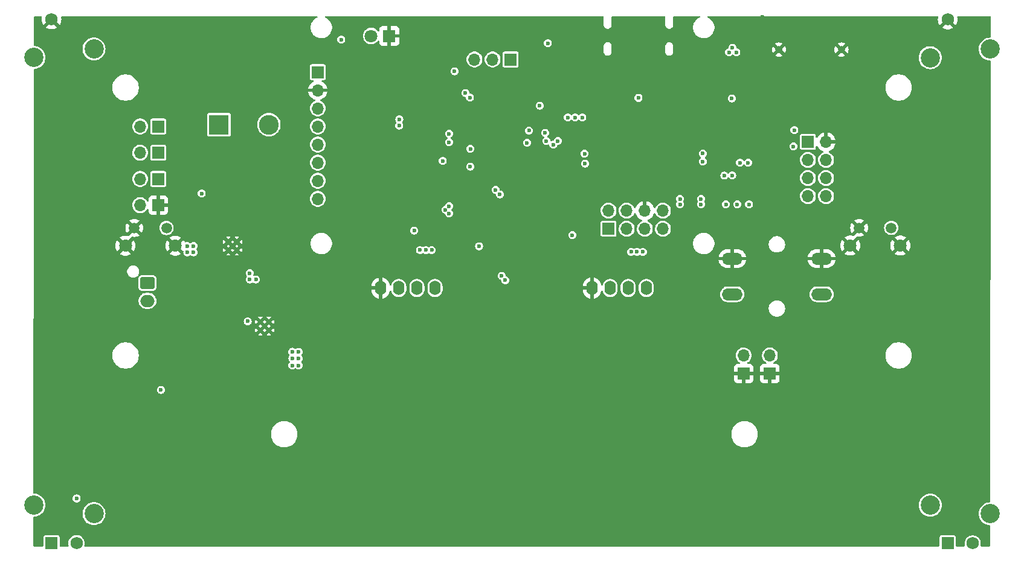
<source format=gbr>
%TF.GenerationSoftware,KiCad,Pcbnew,8.0.7*%
%TF.CreationDate,2025-03-30T10:37:29-04:00*%
%TF.ProjectId,RC-Car-Controller,52432d43-6172-42d4-936f-6e74726f6c6c,rev?*%
%TF.SameCoordinates,Original*%
%TF.FileFunction,Copper,L3,Inr*%
%TF.FilePolarity,Positive*%
%FSLAX46Y46*%
G04 Gerber Fmt 4.6, Leading zero omitted, Abs format (unit mm)*
G04 Created by KiCad (PCBNEW 8.0.7) date 2025-03-30 10:37:29*
%MOMM*%
%LPD*%
G01*
G04 APERTURE LIST*
G04 Aperture macros list*
%AMRoundRect*
0 Rectangle with rounded corners*
0 $1 Rounding radius*
0 $2 $3 $4 $5 $6 $7 $8 $9 X,Y pos of 4 corners*
0 Add a 4 corners polygon primitive as box body*
4,1,4,$2,$3,$4,$5,$6,$7,$8,$9,$2,$3,0*
0 Add four circle primitives for the rounded corners*
1,1,$1+$1,$2,$3*
1,1,$1+$1,$4,$5*
1,1,$1+$1,$6,$7*
1,1,$1+$1,$8,$9*
0 Add four rect primitives between the rounded corners*
20,1,$1+$1,$2,$3,$4,$5,0*
20,1,$1+$1,$4,$5,$6,$7,0*
20,1,$1+$1,$6,$7,$8,$9,0*
20,1,$1+$1,$8,$9,$2,$3,0*%
G04 Aperture macros list end*
%TA.AperFunction,ComponentPad*%
%ADD10R,1.700000X1.700000*%
%TD*%
%TA.AperFunction,ComponentPad*%
%ADD11O,1.700000X1.700000*%
%TD*%
%TA.AperFunction,ComponentPad*%
%ADD12R,1.750000X1.750000*%
%TD*%
%TA.AperFunction,ComponentPad*%
%ADD13C,1.750000*%
%TD*%
%TA.AperFunction,ComponentPad*%
%ADD14C,2.700000*%
%TD*%
%TA.AperFunction,ComponentPad*%
%ADD15C,0.500000*%
%TD*%
%TA.AperFunction,ComponentPad*%
%ADD16O,1.600000X2.000000*%
%TD*%
%TA.AperFunction,ComponentPad*%
%ADD17R,2.775000X2.775000*%
%TD*%
%TA.AperFunction,ComponentPad*%
%ADD18C,2.775000*%
%TD*%
%TA.AperFunction,ComponentPad*%
%ADD19R,1.800000X1.800000*%
%TD*%
%TA.AperFunction,ComponentPad*%
%ADD20C,1.800000*%
%TD*%
%TA.AperFunction,ComponentPad*%
%ADD21RoundRect,0.250000X-0.750000X0.600000X-0.750000X-0.600000X0.750000X-0.600000X0.750000X0.600000X0*%
%TD*%
%TA.AperFunction,ComponentPad*%
%ADD22O,2.000000X1.700000*%
%TD*%
%TA.AperFunction,ComponentPad*%
%ADD23C,0.970000*%
%TD*%
%TA.AperFunction,ComponentPad*%
%ADD24O,2.900000X1.700000*%
%TD*%
%TA.AperFunction,ComponentPad*%
%ADD25C,1.498600*%
%TD*%
%TA.AperFunction,ComponentPad*%
%ADD26C,1.803400*%
%TD*%
%TA.AperFunction,ViaPad*%
%ADD27C,0.600000*%
%TD*%
G04 APERTURE END LIST*
D10*
%TO.N,GNDA*%
%TO.C,TP6*%
X185928000Y-94361000D03*
D11*
%TO.N,N/C*%
X185928000Y-91821000D03*
%TD*%
D10*
%TO.N,Net-(SW2-A)*%
%TO.C,SW2*%
X149606000Y-50292000D03*
D11*
%TO.N,Net-(SW2-B)*%
X147066000Y-50292000D03*
%TO.N,Net-(SW2-C)*%
X144526000Y-50292000D03*
%TD*%
D10*
%TO.N,/Connectors/USART_TX*%
%TO.C,J3*%
X163322000Y-74041000D03*
D11*
%TO.N,/Connectors/USART_RX*%
X163322000Y-71501000D03*
%TO.N,/Connectors/SWCLK*%
X165862000Y-74041000D03*
%TO.N,/Connectors/SWDIO*%
X165862000Y-71501000D03*
%TO.N,/Connectors/NRST*%
X168402000Y-74041000D03*
%TO.N,GNDA*%
X168402000Y-71501000D03*
%TO.N,+3V3*%
X170942000Y-74041000D03*
%TO.N,unconnected-(J3-Pin_8-Pad8)*%
X170942000Y-71501000D03*
%TD*%
D12*
%TO.N,+3V3*%
%TO.C,R45*%
X85250000Y-118164000D03*
D13*
%TO.N,/Inputs/Slider_L*%
X88750000Y-118164000D03*
%TO.N,GNDA*%
X85250000Y-44664000D03*
D14*
%TO.N,N/C*%
X91200000Y-114014000D03*
X82800000Y-112814000D03*
X82800000Y-50014000D03*
X91200000Y-48814000D03*
%TD*%
D10*
%TO.N,+3V3*%
%TO.C,J4*%
X191262000Y-61849000D03*
D11*
%TO.N,GNDA*%
X193802000Y-61849000D03*
%TO.N,/Connectors/RF_TMS*%
X191262000Y-64389000D03*
%TO.N,/Connectors/RF_nTRST*%
X193802000Y-64389000D03*
%TO.N,/Connectors/RF_TCK*%
X191262000Y-66929000D03*
%TO.N,/Connectors/RF_TDI*%
X193802000Y-66929000D03*
%TO.N,/Connectors/RF_nSRST*%
X191262000Y-69469000D03*
%TO.N,/Connectors/RF_TDO*%
X193802000Y-69469000D03*
%TD*%
D15*
%TO.N,GNDA*%
%TO.C,U2*%
X111207002Y-77043998D03*
X111207002Y-75864001D03*
X110617003Y-76454000D03*
X110027004Y-77043998D03*
X110027004Y-75864001D03*
%TD*%
D16*
%TO.N,GNDA*%
%TO.C,Brd2*%
X131380000Y-82360414D03*
%TO.N,+3V3*%
X133920000Y-82360414D03*
%TO.N,/MCU/I2C2_SCL*%
X136460000Y-82360414D03*
%TO.N,/MCU/I2C2_SDA*%
X139000000Y-82360414D03*
%TD*%
D17*
%TO.N,VDD_LOAD_PRE_SW*%
%TO.C,S1*%
X108712000Y-59436000D03*
D18*
%TO.N,VDD_LOAD*%
X115712000Y-59436000D03*
%TD*%
D19*
%TO.N,GNDA*%
%TO.C,D3*%
X132588000Y-46990000D03*
D20*
%TO.N,Net-(D3-A)*%
X130048000Y-46990000D03*
%TD*%
D15*
%TO.N,GNDA*%
%TO.C,U3*%
X114533500Y-88296800D03*
X115713500Y-88296800D03*
X115123500Y-87706800D03*
X114533500Y-87116800D03*
X115713500Y-87116800D03*
%TD*%
D10*
%TO.N,+3V3*%
%TO.C,J6*%
X122560000Y-52070000D03*
D11*
%TO.N,GNDA*%
X122560000Y-54610000D03*
%TO.N,/MCU/SPI4_MOSI*%
X122560000Y-57150000D03*
%TO.N,/MCU/SPI4_SCLK*%
X122560000Y-59690000D03*
%TO.N,/MCU/SPI4_CS*%
X122560000Y-62230000D03*
%TO.N,/MCU/SPI4_DC*%
X122560000Y-64770000D03*
%TO.N,/Outputs/LCD_RST*%
X122560000Y-67310000D03*
%TO.N,+3V3*%
X122560000Y-69850000D03*
%TD*%
D10*
%TO.N,GNDA*%
%TO.C,TP4*%
X182245000Y-94366000D03*
D11*
%TO.N,N/C*%
X182245000Y-91826000D03*
%TD*%
D16*
%TO.N,GNDA*%
%TO.C,Brd1*%
X161000000Y-82360414D03*
%TO.N,+3V3*%
X163540000Y-82360414D03*
%TO.N,/MCU/I2C1_SCL*%
X166080000Y-82360414D03*
%TO.N,/MCU/I2C1_SDA*%
X168620000Y-82360414D03*
%TD*%
D21*
%TO.N,Net-(J1-Pin_1)*%
%TO.C,J1*%
X98696000Y-81661000D03*
D22*
%TO.N,GND_BATT*%
X98696000Y-84161000D03*
%TD*%
D23*
%TO.N,GNDA*%
%TO.C,J5*%
X195958000Y-48906000D03*
X187198000Y-48906000D03*
%TD*%
D24*
%TO.N,GNDA*%
%TO.C,SW1*%
X180667000Y-78232000D03*
X193167000Y-78232000D03*
%TO.N,/Connectors/NRST*%
X180667000Y-83232000D03*
X193167000Y-83232000D03*
%TD*%
D10*
%TO.N,VDD_USB*%
%TO.C,TP1*%
X100208000Y-59690000D03*
D11*
%TO.N,N/C*%
X97668000Y-59690000D03*
%TD*%
D12*
%TO.N,+3V3*%
%TO.C,R48*%
X210848000Y-118188000D03*
D13*
%TO.N,/Inputs/Slider_R*%
X214348000Y-118188000D03*
%TO.N,GNDA*%
X210848000Y-44688000D03*
D14*
%TO.N,N/C*%
X216798000Y-114038000D03*
X208398000Y-112838000D03*
X208398000Y-50038000D03*
X216798000Y-48838000D03*
%TD*%
D10*
%TO.N,GNDA*%
%TO.C,TP2*%
X100208000Y-70739000D03*
D11*
%TO.N,N/C*%
X97668000Y-70739000D03*
%TD*%
D10*
%TO.N,VDD_BATT*%
%TO.C,TP3*%
X100208000Y-67056000D03*
D11*
%TO.N,N/C*%
X97668000Y-67056000D03*
%TD*%
D10*
%TO.N,+3V3*%
%TO.C,TP5*%
X100208000Y-63373000D03*
D11*
%TO.N,N/C*%
X97668000Y-63373000D03*
%TD*%
D25*
%TO.N,GNDA*%
%TO.C,SW4*%
X198445999Y-73914000D03*
%TO.N,/Inputs/Button_R*%
X202946000Y-73914000D03*
D26*
%TO.N,GNDA*%
X197190999Y-76404299D03*
X204201000Y-76404299D03*
%TD*%
D25*
%TO.N,GNDA*%
%TO.C,SW3*%
X96860999Y-73936051D03*
%TO.N,/Inputs/Button_L*%
X101361000Y-73936051D03*
D26*
%TO.N,GNDA*%
X95605999Y-76426350D03*
X102616000Y-76426350D03*
%TD*%
D27*
%TO.N,+3V3*%
X145177947Y-76505179D03*
X143256000Y-54991000D03*
X119888000Y-93218000D03*
X112748616Y-87036205D03*
X136080500Y-74295000D03*
X140462000Y-71374000D03*
X176276000Y-69850000D03*
X179766345Y-70629239D03*
X119888000Y-91313000D03*
X143931000Y-65318000D03*
X176276000Y-70612000D03*
X140970000Y-71882000D03*
X158242000Y-74930000D03*
X143952436Y-62832101D03*
X137711270Y-77039454D03*
X140081000Y-64516000D03*
X119893416Y-92252891D03*
X119002630Y-92241686D03*
X173342000Y-69850000D03*
X158623000Y-58420000D03*
X181229000Y-49276000D03*
X180213000Y-49276000D03*
X173342000Y-70612000D03*
X143891000Y-55626000D03*
X125857000Y-47498000D03*
X118999000Y-93218000D03*
X159639000Y-58420000D03*
X138538925Y-77035215D03*
X183007000Y-70629239D03*
X136887925Y-77035215D03*
X140970000Y-70866000D03*
X168129925Y-77289215D03*
X180681991Y-48641000D03*
X167302270Y-77293454D03*
X181356000Y-70625000D03*
X118999000Y-91313000D03*
X157607000Y-58420000D03*
X141732000Y-51943000D03*
X166478925Y-77289215D03*
%TO.N,/MCU/I2C2_SDA*%
X148831702Y-81272920D03*
%TO.N,GNDA*%
X164973000Y-61849000D03*
X184150000Y-64008000D03*
X143946000Y-64246000D03*
X194691000Y-53975000D03*
X178181000Y-49276000D03*
X198501000Y-45085000D03*
X149987000Y-56515000D03*
X143383000Y-74168000D03*
X170434000Y-60452000D03*
X172352000Y-53594000D03*
X176530000Y-49276000D03*
X183941000Y-53856473D03*
X165354000Y-54102000D03*
X172352000Y-58547000D03*
X189611000Y-69977000D03*
X156604573Y-78154815D03*
X185039000Y-57531000D03*
X149987000Y-53594000D03*
X107524002Y-71374000D03*
X118999000Y-84582000D03*
X198501000Y-52070000D03*
X187325000Y-60198000D03*
X136144000Y-61087000D03*
X174752000Y-70612000D03*
X199898000Y-64770000D03*
X149987000Y-55118000D03*
X175895000Y-60825000D03*
X167640000Y-59309000D03*
X162433000Y-59436000D03*
X198501000Y-56769000D03*
X102045000Y-88550500D03*
X169164000Y-59817000D03*
X199898000Y-68580000D03*
X99632000Y-93630500D03*
X170434747Y-54100066D03*
X184912000Y-45847000D03*
X143559901Y-76511597D03*
X172352000Y-55245000D03*
X117094000Y-68453000D03*
X141025000Y-67421000D03*
X136145215Y-70995075D03*
X198501000Y-53975000D03*
X151003000Y-66421000D03*
X103010109Y-87656084D03*
X117094000Y-81153000D03*
X109220000Y-94107000D03*
X169799000Y-70231000D03*
X158623000Y-49530000D03*
X171831000Y-69342000D03*
X194691000Y-57785000D03*
X115443000Y-81153000D03*
X178562000Y-60579000D03*
X103950000Y-88550500D03*
X188468000Y-66802000D03*
X174752000Y-69850000D03*
X164656247Y-54100066D03*
X194691000Y-52070000D03*
X180213000Y-60579000D03*
X198501000Y-48260000D03*
X139319000Y-60071000D03*
X116205000Y-75901002D03*
X187325000Y-61341000D03*
X185039000Y-58928000D03*
X116201981Y-76724478D03*
X116261307Y-81153000D03*
X199898000Y-66675000D03*
X140898000Y-64246000D03*
X111633000Y-85852000D03*
X155781228Y-78150576D03*
X169735500Y-54102000D03*
X172352000Y-56896000D03*
X196596000Y-56769000D03*
X185039000Y-56007000D03*
X161798000Y-49530000D03*
X150495000Y-64770000D03*
X152654000Y-68072000D03*
X136149454Y-71822730D03*
X108341934Y-71385056D03*
X144614000Y-59690000D03*
X187325000Y-62357000D03*
X182753000Y-62738000D03*
X183152264Y-53067736D03*
X187951425Y-70729808D03*
X163957000Y-54102000D03*
X178054000Y-70739000D03*
X198501000Y-50165000D03*
X112477002Y-71374000D03*
X186690000Y-58928000D03*
X150495000Y-60960000D03*
X103950000Y-87661500D03*
X150495000Y-62865000D03*
X109175002Y-71374000D03*
X154953573Y-78154815D03*
X143757092Y-69046793D03*
X155321000Y-49530000D03*
X116205000Y-77552002D03*
X102045000Y-87661500D03*
X167132000Y-69342000D03*
X184522425Y-70729808D03*
X186300425Y-70729808D03*
X136145215Y-72646075D03*
X171132500Y-54102000D03*
X193294000Y-57785000D03*
X154305000Y-69723000D03*
X184912000Y-44323000D03*
X162433000Y-60579000D03*
X194691000Y-55880000D03*
X113538000Y-95123000D03*
X187325000Y-63500000D03*
X181737000Y-56007000D03*
X103021314Y-88546870D03*
X187325000Y-64643000D03*
X99627761Y-92802845D03*
X111633000Y-86614000D03*
X172352000Y-60198000D03*
X199898000Y-70485000D03*
X144808537Y-55627170D03*
X198501000Y-46355000D03*
X194691000Y-50165000D03*
X198501000Y-55372000D03*
X145443537Y-54992170D03*
X152527000Y-51930000D03*
X181483000Y-61468000D03*
X184912000Y-47244000D03*
X99632000Y-91979500D03*
X111633000Y-87376000D03*
%TO.N,/MCU/I2C2_SCL*%
X148336000Y-80645000D03*
%TO.N,/MCU/I2C1_SDA*%
X147487000Y-68580000D03*
%TO.N,/MCU/I2C1_SCL*%
X148082000Y-69215000D03*
%TO.N,VDD_BATT*%
X106299000Y-69088000D03*
%TO.N,/Connectors/SWCLK*%
X155575000Y-62230000D03*
%TO.N,/Connectors/SWDIO*%
X156210000Y-61722000D03*
%TO.N,VDD_USB*%
X167513000Y-55681000D03*
X154813000Y-48006000D03*
%TO.N,/Inputs/Button_L*%
X100584000Y-96647000D03*
%TO.N,/Inputs/Slider_L*%
X88773000Y-111887000D03*
%TO.N,VDD_LOAD_PRE_SW*%
X113906000Y-81153000D03*
X104280000Y-77343000D03*
X105156000Y-76454000D03*
X104280000Y-76454000D03*
X105156000Y-77343000D03*
X113030000Y-81153000D03*
X113030000Y-80264000D03*
%TO.N,/MCU/SDMMC1_CMD*%
X152175819Y-60268327D03*
X179541000Y-66585000D03*
%TO.N,/MCU/SDMMC1_D1*%
X159951706Y-63506465D03*
X182880000Y-64770000D03*
%TO.N,/MCU/SDMMC1_CK*%
X180648376Y-66547752D03*
X151892000Y-61976000D03*
%TO.N,/MCU/SDMMC1_D2*%
X176530000Y-63498000D03*
X154612080Y-61728475D03*
%TO.N,/MCU/SDMMC1_D3*%
X154432000Y-60579000D03*
X176530000Y-64606003D03*
%TO.N,/MCU/SDMMC1_D0*%
X181737000Y-64770000D03*
X160020000Y-64897000D03*
%TO.N,/MCU/SPI4_CS*%
X140970000Y-60706000D03*
X133995221Y-58676379D03*
%TO.N,/MCU/SPI4_DC*%
X133985000Y-59563000D03*
X140970000Y-61913000D03*
%TO.N,/Connectors/RF_TDI*%
X189230000Y-62484000D03*
%TO.N,/Connectors/RF_TCK*%
X189357000Y-60198000D03*
%TO.N,/MCU/RF_RESET*%
X153670000Y-56769000D03*
X180594000Y-55753000D03*
%TD*%
%TA.AperFunction,Conductor*%
%TO.N,GNDA*%
G36*
X83857835Y-44215685D02*
G01*
X83903590Y-44268489D01*
X83913534Y-44337647D01*
X83911001Y-44350441D01*
X83889107Y-44436894D01*
X83889103Y-44436914D01*
X83870288Y-44663993D01*
X83870288Y-44664006D01*
X83889103Y-44891085D01*
X83889105Y-44891093D01*
X83945045Y-45111993D01*
X84036577Y-45320664D01*
X84036579Y-45320668D01*
X84116874Y-45443570D01*
X84685386Y-44875057D01*
X84690889Y-44895591D01*
X84769881Y-45032408D01*
X84881592Y-45144119D01*
X85018409Y-45223111D01*
X85038940Y-45228612D01*
X84469015Y-45798536D01*
X84469015Y-45798538D01*
X84495360Y-45819043D01*
X84495371Y-45819050D01*
X84695769Y-45927499D01*
X84695780Y-45927504D01*
X84911298Y-46001492D01*
X85136065Y-46039000D01*
X85363935Y-46039000D01*
X85588701Y-46001492D01*
X85804219Y-45927504D01*
X85804230Y-45927499D01*
X86004627Y-45819050D01*
X86004633Y-45819046D01*
X86030983Y-45798537D01*
X86030984Y-45798536D01*
X85461059Y-45228612D01*
X85481591Y-45223111D01*
X85618408Y-45144119D01*
X85730119Y-45032408D01*
X85809111Y-44895591D01*
X85814612Y-44875059D01*
X86383124Y-45443571D01*
X86463420Y-45320669D01*
X86554954Y-45111993D01*
X86610894Y-44891093D01*
X86610896Y-44891085D01*
X86629712Y-44664006D01*
X86629712Y-44663993D01*
X86610896Y-44436914D01*
X86610892Y-44436894D01*
X86588999Y-44350441D01*
X86591623Y-44280621D01*
X86631579Y-44223303D01*
X86696180Y-44196686D01*
X86709204Y-44196000D01*
X122406020Y-44196000D01*
X122473059Y-44215685D01*
X122518814Y-44268489D01*
X122528758Y-44337647D01*
X122499733Y-44401203D01*
X122462315Y-44430485D01*
X122273566Y-44526657D01*
X122174129Y-44598903D01*
X122082490Y-44665483D01*
X122082488Y-44665485D01*
X122082487Y-44665485D01*
X121915485Y-44832487D01*
X121915485Y-44832488D01*
X121915483Y-44832490D01*
X121872911Y-44891085D01*
X121776657Y-45023566D01*
X121669433Y-45234003D01*
X121596446Y-45458631D01*
X121559500Y-45691902D01*
X121559500Y-45928097D01*
X121596446Y-46161368D01*
X121669433Y-46385996D01*
X121763779Y-46571158D01*
X121776657Y-46596433D01*
X121915483Y-46787510D01*
X122082490Y-46954517D01*
X122273567Y-47093343D01*
X122291590Y-47102526D01*
X122484003Y-47200566D01*
X122484005Y-47200566D01*
X122484008Y-47200568D01*
X122557214Y-47224354D01*
X122708631Y-47273553D01*
X122941903Y-47310500D01*
X122941908Y-47310500D01*
X123178097Y-47310500D01*
X123411368Y-47273553D01*
X123488925Y-47248353D01*
X123635992Y-47200568D01*
X123846433Y-47093343D01*
X124037510Y-46954517D01*
X124204517Y-46787510D01*
X124343343Y-46596433D01*
X124450568Y-46385992D01*
X124523553Y-46161368D01*
X124542432Y-46042172D01*
X124560500Y-45928097D01*
X124560500Y-45691902D01*
X124523553Y-45458631D01*
X124450566Y-45234003D01*
X124352507Y-45041553D01*
X124343343Y-45023567D01*
X124204517Y-44832490D01*
X124037510Y-44665483D01*
X123846433Y-44526657D01*
X123717368Y-44460895D01*
X123657685Y-44430485D01*
X123606889Y-44382510D01*
X123590094Y-44314689D01*
X123612631Y-44248554D01*
X123667347Y-44205103D01*
X123713980Y-44196000D01*
X162513997Y-44196000D01*
X162581036Y-44215685D01*
X162626791Y-44268489D01*
X162637997Y-44320000D01*
X162637997Y-45493484D01*
X162656918Y-45564099D01*
X162675839Y-45634716D01*
X162682729Y-45646649D01*
X162748946Y-45761339D01*
X162852335Y-45864728D01*
X162978959Y-45937835D01*
X163120190Y-45975677D01*
X163120192Y-45975677D01*
X163266402Y-45975677D01*
X163266404Y-45975677D01*
X163407635Y-45937835D01*
X163534259Y-45864728D01*
X163637648Y-45761339D01*
X163710755Y-45634715D01*
X163748597Y-45493484D01*
X163748597Y-44320000D01*
X163768282Y-44252961D01*
X163821086Y-44207206D01*
X163872597Y-44196000D01*
X171156770Y-44196000D01*
X171223809Y-44215685D01*
X171269564Y-44268489D01*
X171280770Y-44320000D01*
X171280770Y-45500217D01*
X171318612Y-45641450D01*
X171321614Y-45646649D01*
X171391719Y-45768073D01*
X171495108Y-45871462D01*
X171621732Y-45944569D01*
X171762963Y-45982411D01*
X171762965Y-45982411D01*
X171909175Y-45982411D01*
X171909177Y-45982411D01*
X172050408Y-45944569D01*
X172177032Y-45871462D01*
X172280421Y-45768073D01*
X172353528Y-45641449D01*
X172391370Y-45500218D01*
X172391370Y-44320000D01*
X172411055Y-44252961D01*
X172463859Y-44207206D01*
X172515370Y-44196000D01*
X176006020Y-44196000D01*
X176073059Y-44215685D01*
X176118814Y-44268489D01*
X176128758Y-44337647D01*
X176099733Y-44401203D01*
X176062315Y-44430485D01*
X175873566Y-44526657D01*
X175774129Y-44598903D01*
X175682490Y-44665483D01*
X175682488Y-44665485D01*
X175682487Y-44665485D01*
X175515485Y-44832487D01*
X175515485Y-44832488D01*
X175515483Y-44832490D01*
X175472911Y-44891085D01*
X175376657Y-45023566D01*
X175269433Y-45234003D01*
X175196446Y-45458631D01*
X175159500Y-45691902D01*
X175159500Y-45928097D01*
X175196446Y-46161368D01*
X175269433Y-46385996D01*
X175363779Y-46571158D01*
X175376657Y-46596433D01*
X175515483Y-46787510D01*
X175682490Y-46954517D01*
X175873567Y-47093343D01*
X175891590Y-47102526D01*
X176084003Y-47200566D01*
X176084005Y-47200566D01*
X176084008Y-47200568D01*
X176157214Y-47224354D01*
X176308631Y-47273553D01*
X176541903Y-47310500D01*
X176541908Y-47310500D01*
X176778097Y-47310500D01*
X177011368Y-47273553D01*
X177088925Y-47248353D01*
X177235992Y-47200568D01*
X177446433Y-47093343D01*
X177637510Y-46954517D01*
X177804517Y-46787510D01*
X177943343Y-46596433D01*
X178050568Y-46385992D01*
X178123553Y-46161368D01*
X178142432Y-46042172D01*
X178160500Y-45928097D01*
X178160500Y-45691902D01*
X178123553Y-45458631D01*
X178050566Y-45234003D01*
X177952507Y-45041553D01*
X177943343Y-45023567D01*
X177804517Y-44832490D01*
X177637510Y-44665483D01*
X177446433Y-44526657D01*
X177317368Y-44460895D01*
X177257685Y-44430485D01*
X177206889Y-44382510D01*
X177190094Y-44314689D01*
X177212631Y-44248554D01*
X177267347Y-44205103D01*
X177313980Y-44196000D01*
X209394874Y-44196000D01*
X209461913Y-44215685D01*
X209507668Y-44268489D01*
X209517612Y-44337647D01*
X209515079Y-44350441D01*
X209487107Y-44460895D01*
X209487103Y-44460914D01*
X209468288Y-44687993D01*
X209468288Y-44688006D01*
X209487103Y-44915085D01*
X209487105Y-44915093D01*
X209543045Y-45135993D01*
X209634577Y-45344664D01*
X209634579Y-45344668D01*
X209714874Y-45467570D01*
X210283386Y-44899057D01*
X210288889Y-44919591D01*
X210367881Y-45056408D01*
X210479592Y-45168119D01*
X210616409Y-45247111D01*
X210636940Y-45252612D01*
X210067015Y-45822536D01*
X210067015Y-45822538D01*
X210093360Y-45843043D01*
X210093371Y-45843050D01*
X210293769Y-45951499D01*
X210293780Y-45951504D01*
X210509298Y-46025492D01*
X210734065Y-46063000D01*
X210961935Y-46063000D01*
X211186701Y-46025492D01*
X211402219Y-45951504D01*
X211402230Y-45951499D01*
X211602627Y-45843050D01*
X211602633Y-45843046D01*
X211628983Y-45822537D01*
X211628984Y-45822536D01*
X211059059Y-45252612D01*
X211079591Y-45247111D01*
X211216408Y-45168119D01*
X211328119Y-45056408D01*
X211407111Y-44919591D01*
X211412612Y-44899059D01*
X211981124Y-45467571D01*
X212061420Y-45344669D01*
X212152954Y-45135993D01*
X212208894Y-44915093D01*
X212208896Y-44915085D01*
X212227712Y-44688006D01*
X212227712Y-44687993D01*
X212208896Y-44460914D01*
X212208892Y-44460895D01*
X212180921Y-44350441D01*
X212183545Y-44280621D01*
X212223501Y-44223303D01*
X212288102Y-44196686D01*
X212301126Y-44196000D01*
X216791788Y-44196000D01*
X216858827Y-44215685D01*
X216904582Y-44268489D01*
X216915788Y-44320212D01*
X216911034Y-47105230D01*
X216891235Y-47172235D01*
X216838353Y-47217900D01*
X216796763Y-47228636D01*
X216546229Y-47248353D01*
X216300644Y-47307313D01*
X216067323Y-47403957D01*
X216067320Y-47403959D01*
X215851985Y-47535917D01*
X215851980Y-47535920D01*
X215659939Y-47699939D01*
X215495920Y-47891980D01*
X215495917Y-47891985D01*
X215363959Y-48107320D01*
X215363957Y-48107323D01*
X215267313Y-48340644D01*
X215208353Y-48586229D01*
X215188539Y-48838000D01*
X215208353Y-49089770D01*
X215208353Y-49089773D01*
X215208354Y-49089775D01*
X215249115Y-49259554D01*
X215267313Y-49335355D01*
X215363957Y-49568676D01*
X215363959Y-49568679D01*
X215495917Y-49784014D01*
X215495920Y-49784019D01*
X215570269Y-49871070D01*
X215659939Y-49976061D01*
X215732461Y-50038000D01*
X215851980Y-50140079D01*
X215851985Y-50140082D01*
X216067320Y-50272040D01*
X216067323Y-50272042D01*
X216300644Y-50368686D01*
X216300649Y-50368688D01*
X216546225Y-50427646D01*
X216790850Y-50446898D01*
X216856138Y-50471782D01*
X216897609Y-50528013D01*
X216905121Y-50570728D01*
X216799757Y-112313987D01*
X216779958Y-112380992D01*
X216727076Y-112426657D01*
X216685486Y-112437393D01*
X216546229Y-112448353D01*
X216300644Y-112507313D01*
X216067323Y-112603957D01*
X216067320Y-112603959D01*
X215851985Y-112735917D01*
X215851980Y-112735920D01*
X215659939Y-112899939D01*
X215495920Y-113091980D01*
X215495917Y-113091985D01*
X215363959Y-113307320D01*
X215363957Y-113307323D01*
X215267313Y-113540644D01*
X215208353Y-113786229D01*
X215188539Y-114038000D01*
X215208353Y-114289770D01*
X215208353Y-114289773D01*
X215208354Y-114289775D01*
X215240483Y-114423601D01*
X215267313Y-114535355D01*
X215363957Y-114768676D01*
X215363959Y-114768679D01*
X215495917Y-114984014D01*
X215495920Y-114984019D01*
X215570269Y-115071070D01*
X215659939Y-115176061D01*
X215782866Y-115281050D01*
X215851980Y-115340079D01*
X215851985Y-115340082D01*
X216067320Y-115472040D01*
X216067323Y-115472042D01*
X216300644Y-115568686D01*
X216300649Y-115568688D01*
X216546225Y-115627646D01*
X216679603Y-115638143D01*
X216744889Y-115663025D01*
X216786361Y-115719256D01*
X216793873Y-115761972D01*
X216789211Y-118494212D01*
X216769412Y-118561217D01*
X216716530Y-118606882D01*
X216665211Y-118618000D01*
X215564186Y-118618000D01*
X215497147Y-118598315D01*
X215451392Y-118545511D01*
X215441448Y-118476353D01*
X215444920Y-118460066D01*
X215463025Y-118396434D01*
X215482339Y-118188000D01*
X215463025Y-117979566D01*
X215405740Y-117778229D01*
X215359658Y-117685686D01*
X215312437Y-117590852D01*
X215312432Y-117590844D01*
X215186285Y-117423798D01*
X215031593Y-117282779D01*
X215031592Y-117282778D01*
X214853618Y-117172581D01*
X214853616Y-117172580D01*
X214853615Y-117172579D01*
X214680500Y-117105515D01*
X214658427Y-117096964D01*
X214452664Y-117058500D01*
X214243336Y-117058500D01*
X214037573Y-117096964D01*
X214037570Y-117096964D01*
X214037570Y-117096965D01*
X213842384Y-117172579D01*
X213842383Y-117172580D01*
X213664406Y-117282779D01*
X213509714Y-117423798D01*
X213383567Y-117590844D01*
X213383562Y-117590852D01*
X213290259Y-117778230D01*
X213232974Y-117979570D01*
X213213661Y-118187999D01*
X213213661Y-118188000D01*
X213232974Y-118396433D01*
X213243465Y-118433304D01*
X213251079Y-118460066D01*
X213250494Y-118529933D01*
X213212227Y-118588391D01*
X213148430Y-118616882D01*
X213131814Y-118618000D01*
X212101500Y-118618000D01*
X212034461Y-118598315D01*
X211988706Y-118545511D01*
X211977500Y-118494000D01*
X211977499Y-117287936D01*
X211977499Y-117287934D01*
X211962734Y-117213699D01*
X211944068Y-117185765D01*
X211906484Y-117129515D01*
X211856019Y-117095796D01*
X211822301Y-117073266D01*
X211822299Y-117073265D01*
X211822296Y-117073264D01*
X211748069Y-117058500D01*
X209947936Y-117058500D01*
X209873698Y-117073266D01*
X209789515Y-117129515D01*
X209733266Y-117213699D01*
X209733264Y-117213703D01*
X209718500Y-117287928D01*
X209718500Y-117287931D01*
X209718500Y-117287933D01*
X209718500Y-118187999D01*
X209718501Y-118494000D01*
X209698816Y-118561039D01*
X209646013Y-118606794D01*
X209594501Y-118618000D01*
X89959358Y-118618000D01*
X89892319Y-118598315D01*
X89846564Y-118545511D01*
X89836620Y-118476353D01*
X89840092Y-118460066D01*
X89865024Y-118372436D01*
X89865025Y-118372433D01*
X89884339Y-118164000D01*
X89884339Y-118163999D01*
X89865025Y-117955570D01*
X89865025Y-117955566D01*
X89807740Y-117754229D01*
X89761658Y-117661686D01*
X89714437Y-117566852D01*
X89714432Y-117566844D01*
X89588285Y-117399798D01*
X89433593Y-117258779D01*
X89433592Y-117258778D01*
X89255618Y-117148581D01*
X89255616Y-117148580D01*
X89255615Y-117148579D01*
X89101779Y-117088984D01*
X89060427Y-117072964D01*
X88854664Y-117034500D01*
X88645336Y-117034500D01*
X88439573Y-117072964D01*
X88439570Y-117072964D01*
X88439570Y-117072965D01*
X88244384Y-117148579D01*
X88244383Y-117148580D01*
X88066406Y-117258779D01*
X87911714Y-117399798D01*
X87785567Y-117566844D01*
X87785562Y-117566852D01*
X87692259Y-117754230D01*
X87634974Y-117955570D01*
X87615661Y-118163999D01*
X87615661Y-118164000D01*
X87634974Y-118372433D01*
X87634975Y-118372436D01*
X87659908Y-118460066D01*
X87659321Y-118529933D01*
X87621054Y-118588392D01*
X87557257Y-118616882D01*
X87540642Y-118618000D01*
X86503500Y-118618000D01*
X86436461Y-118598315D01*
X86390706Y-118545511D01*
X86379500Y-118494000D01*
X86379499Y-117263936D01*
X86379499Y-117263934D01*
X86364734Y-117189699D01*
X86346068Y-117161765D01*
X86308484Y-117105515D01*
X86258019Y-117071796D01*
X86224301Y-117049266D01*
X86224299Y-117049265D01*
X86224296Y-117049264D01*
X86150069Y-117034500D01*
X84349936Y-117034500D01*
X84275698Y-117049266D01*
X84191515Y-117105515D01*
X84135266Y-117189699D01*
X84135264Y-117189703D01*
X84120500Y-117263928D01*
X84120500Y-117263931D01*
X84120500Y-117263933D01*
X84120500Y-118163999D01*
X84120501Y-118494000D01*
X84100816Y-118561039D01*
X84048013Y-118606794D01*
X83996501Y-118618000D01*
X82801212Y-118618000D01*
X82734173Y-118598315D01*
X82688418Y-118545511D01*
X82677212Y-118493788D01*
X82679079Y-117399798D01*
X82683947Y-114547003D01*
X82703745Y-114480002D01*
X82756627Y-114434337D01*
X82798217Y-114423601D01*
X82799997Y-114423460D01*
X82800000Y-114423461D01*
X83051775Y-114403646D01*
X83297351Y-114344688D01*
X83487864Y-114265775D01*
X83530676Y-114248042D01*
X83530677Y-114248041D01*
X83530680Y-114248040D01*
X83746017Y-114116081D01*
X83865539Y-114014000D01*
X89590539Y-114014000D01*
X89610353Y-114265770D01*
X89610353Y-114265773D01*
X89610354Y-114265775D01*
X89653973Y-114447460D01*
X89669313Y-114511355D01*
X89765957Y-114744676D01*
X89765959Y-114744679D01*
X89897917Y-114960014D01*
X89897920Y-114960019D01*
X89972269Y-115047070D01*
X90061939Y-115152061D01*
X90090040Y-115176061D01*
X90253980Y-115316079D01*
X90253982Y-115316080D01*
X90253983Y-115316081D01*
X90293149Y-115340082D01*
X90469320Y-115448040D01*
X90469323Y-115448042D01*
X90702644Y-115544686D01*
X90702649Y-115544688D01*
X90948225Y-115603646D01*
X91200000Y-115623461D01*
X91451775Y-115603646D01*
X91697351Y-115544688D01*
X91872739Y-115472040D01*
X91930676Y-115448042D01*
X91930677Y-115448041D01*
X91930680Y-115448040D01*
X92146017Y-115316081D01*
X92338061Y-115152061D01*
X92502081Y-114960017D01*
X92634040Y-114744680D01*
X92730688Y-114511351D01*
X92789646Y-114265775D01*
X92809461Y-114014000D01*
X92789646Y-113762225D01*
X92730688Y-113516649D01*
X92655594Y-113335355D01*
X92634042Y-113283323D01*
X92634040Y-113283320D01*
X92502082Y-113067985D01*
X92502079Y-113067980D01*
X92443050Y-112998866D01*
X92338061Y-112875939D01*
X92293640Y-112838000D01*
X206788539Y-112838000D01*
X206808353Y-113089770D01*
X206808353Y-113089773D01*
X206808354Y-113089775D01*
X206808884Y-113091983D01*
X206867313Y-113335355D01*
X206963957Y-113568676D01*
X206963959Y-113568679D01*
X207095917Y-113784014D01*
X207095920Y-113784019D01*
X207097808Y-113786229D01*
X207259939Y-113976061D01*
X207332461Y-114038000D01*
X207451980Y-114140079D01*
X207451985Y-114140082D01*
X207667320Y-114272040D01*
X207667323Y-114272042D01*
X207900644Y-114368686D01*
X207900649Y-114368688D01*
X208146225Y-114427646D01*
X208398000Y-114447461D01*
X208649775Y-114427646D01*
X208895351Y-114368688D01*
X209085864Y-114289775D01*
X209128676Y-114272042D01*
X209128677Y-114272041D01*
X209128680Y-114272040D01*
X209344017Y-114140081D01*
X209536061Y-113976061D01*
X209700081Y-113784017D01*
X209832040Y-113568680D01*
X209928688Y-113335351D01*
X209987646Y-113089775D01*
X210007461Y-112838000D01*
X209987646Y-112586225D01*
X209928688Y-112340649D01*
X209856613Y-112166644D01*
X209832042Y-112107323D01*
X209832040Y-112107320D01*
X209700082Y-111891985D01*
X209700079Y-111891980D01*
X209572194Y-111742246D01*
X209536061Y-111699939D01*
X209427662Y-111607358D01*
X209344019Y-111535920D01*
X209344014Y-111535917D01*
X209128679Y-111403959D01*
X209128676Y-111403957D01*
X208895355Y-111307313D01*
X208895351Y-111307312D01*
X208649775Y-111248354D01*
X208649773Y-111248353D01*
X208649770Y-111248353D01*
X208398000Y-111228539D01*
X208146229Y-111248353D01*
X207900644Y-111307313D01*
X207667323Y-111403957D01*
X207667320Y-111403959D01*
X207451985Y-111535917D01*
X207451980Y-111535920D01*
X207259939Y-111699939D01*
X207095920Y-111891980D01*
X207095917Y-111891985D01*
X206963959Y-112107320D01*
X206963957Y-112107323D01*
X206867313Y-112340644D01*
X206808353Y-112586229D01*
X206788539Y-112838000D01*
X92293640Y-112838000D01*
X92174118Y-112735919D01*
X92146019Y-112711920D01*
X92146014Y-112711917D01*
X91930679Y-112579959D01*
X91930676Y-112579957D01*
X91697355Y-112483313D01*
X91551737Y-112448353D01*
X91451775Y-112424354D01*
X91451773Y-112424353D01*
X91451770Y-112424353D01*
X91200000Y-112404539D01*
X90948229Y-112424353D01*
X90702644Y-112483313D01*
X90469323Y-112579957D01*
X90469320Y-112579959D01*
X90253985Y-112711917D01*
X90253980Y-112711920D01*
X90061939Y-112875939D01*
X89897920Y-113067980D01*
X89897917Y-113067985D01*
X89765959Y-113283320D01*
X89765957Y-113283323D01*
X89669313Y-113516644D01*
X89610353Y-113762229D01*
X89590539Y-114014000D01*
X83865539Y-114014000D01*
X83938061Y-113952061D01*
X84102081Y-113760017D01*
X84234040Y-113544680D01*
X84330688Y-113311351D01*
X84389646Y-113065775D01*
X84409461Y-112814000D01*
X84389646Y-112562225D01*
X84330688Y-112316649D01*
X84268554Y-112166643D01*
X84234042Y-112083323D01*
X84234040Y-112083320D01*
X84113735Y-111887001D01*
X84113733Y-111886998D01*
X88213715Y-111886998D01*
X88213715Y-111887001D01*
X88232771Y-112031752D01*
X88232773Y-112031757D01*
X88288642Y-112166638D01*
X88288645Y-112166644D01*
X88377525Y-112282473D01*
X88377526Y-112282474D01*
X88493355Y-112371354D01*
X88493361Y-112371357D01*
X88560801Y-112399291D01*
X88628246Y-112427228D01*
X88700623Y-112436756D01*
X88772999Y-112446285D01*
X88773000Y-112446285D01*
X88773001Y-112446285D01*
X88840542Y-112437393D01*
X88917754Y-112427228D01*
X89052643Y-112371355D01*
X89168474Y-112282474D01*
X89257355Y-112166643D01*
X89313228Y-112031754D01*
X89332285Y-111887000D01*
X89329781Y-111867983D01*
X89313228Y-111742247D01*
X89313228Y-111742246D01*
X89257355Y-111607358D01*
X89168474Y-111491526D01*
X89052643Y-111402645D01*
X89052640Y-111402644D01*
X89052638Y-111402642D01*
X88917757Y-111346773D01*
X88917752Y-111346771D01*
X88773001Y-111327715D01*
X88772999Y-111327715D01*
X88628247Y-111346771D01*
X88628245Y-111346772D01*
X88493361Y-111402643D01*
X88493358Y-111402644D01*
X88493358Y-111402645D01*
X88377529Y-111491524D01*
X88377526Y-111491526D01*
X88288643Y-111607361D01*
X88232772Y-111742245D01*
X88232771Y-111742247D01*
X88213715Y-111886998D01*
X84113733Y-111886998D01*
X84102081Y-111867983D01*
X84102080Y-111867982D01*
X84102079Y-111867980D01*
X83994691Y-111742245D01*
X83938061Y-111675939D01*
X83774118Y-111535919D01*
X83746019Y-111511920D01*
X83746014Y-111511917D01*
X83530679Y-111379959D01*
X83530676Y-111379957D01*
X83297355Y-111283313D01*
X83151737Y-111248353D01*
X83051775Y-111224354D01*
X83051773Y-111224353D01*
X83051770Y-111224353D01*
X82804132Y-111204864D01*
X82738844Y-111179980D01*
X82697373Y-111123749D01*
X82689861Y-111081038D01*
X82704080Y-102748711D01*
X116005500Y-102748711D01*
X116005500Y-102991288D01*
X116037161Y-103231785D01*
X116099947Y-103466104D01*
X116192773Y-103690205D01*
X116192776Y-103690212D01*
X116314064Y-103900289D01*
X116314066Y-103900292D01*
X116314067Y-103900293D01*
X116461733Y-104092736D01*
X116461739Y-104092743D01*
X116633256Y-104264260D01*
X116633262Y-104264265D01*
X116825711Y-104411936D01*
X117035788Y-104533224D01*
X117259900Y-104626054D01*
X117494211Y-104688838D01*
X117674586Y-104712584D01*
X117734711Y-104720500D01*
X117734712Y-104720500D01*
X117977289Y-104720500D01*
X118025388Y-104714167D01*
X118217789Y-104688838D01*
X118452100Y-104626054D01*
X118676212Y-104533224D01*
X118886289Y-104411936D01*
X119078738Y-104264265D01*
X119250265Y-104092738D01*
X119397936Y-103900289D01*
X119519224Y-103690212D01*
X119612054Y-103466100D01*
X119674838Y-103231789D01*
X119706500Y-102991288D01*
X119706500Y-102748712D01*
X119706500Y-102748711D01*
X180521500Y-102748711D01*
X180521500Y-102991288D01*
X180553161Y-103231785D01*
X180615947Y-103466104D01*
X180708773Y-103690205D01*
X180708776Y-103690212D01*
X180830064Y-103900289D01*
X180830066Y-103900292D01*
X180830067Y-103900293D01*
X180977733Y-104092736D01*
X180977739Y-104092743D01*
X181149256Y-104264260D01*
X181149262Y-104264265D01*
X181341711Y-104411936D01*
X181551788Y-104533224D01*
X181775900Y-104626054D01*
X182010211Y-104688838D01*
X182190586Y-104712584D01*
X182250711Y-104720500D01*
X182250712Y-104720500D01*
X182493289Y-104720500D01*
X182541388Y-104714167D01*
X182733789Y-104688838D01*
X182968100Y-104626054D01*
X183192212Y-104533224D01*
X183402289Y-104411936D01*
X183594738Y-104264265D01*
X183766265Y-104092738D01*
X183913936Y-103900289D01*
X184035224Y-103690212D01*
X184128054Y-103466100D01*
X184190838Y-103231789D01*
X184222500Y-102991288D01*
X184222500Y-102748712D01*
X184190838Y-102508211D01*
X184128054Y-102273900D01*
X184035224Y-102049788D01*
X183913936Y-101839711D01*
X183766265Y-101647262D01*
X183766260Y-101647256D01*
X183594743Y-101475739D01*
X183594736Y-101475733D01*
X183402293Y-101328067D01*
X183402292Y-101328066D01*
X183402289Y-101328064D01*
X183192212Y-101206776D01*
X183192205Y-101206773D01*
X182968104Y-101113947D01*
X182733785Y-101051161D01*
X182493289Y-101019500D01*
X182493288Y-101019500D01*
X182250712Y-101019500D01*
X182250711Y-101019500D01*
X182010214Y-101051161D01*
X181775895Y-101113947D01*
X181551794Y-101206773D01*
X181551785Y-101206777D01*
X181341706Y-101328067D01*
X181149263Y-101475733D01*
X181149256Y-101475739D01*
X180977739Y-101647256D01*
X180977733Y-101647263D01*
X180830067Y-101839706D01*
X180708777Y-102049785D01*
X180708773Y-102049794D01*
X180615947Y-102273895D01*
X180553161Y-102508214D01*
X180521500Y-102748711D01*
X119706500Y-102748711D01*
X119674838Y-102508211D01*
X119612054Y-102273900D01*
X119519224Y-102049788D01*
X119397936Y-101839711D01*
X119250265Y-101647262D01*
X119250260Y-101647256D01*
X119078743Y-101475739D01*
X119078736Y-101475733D01*
X118886293Y-101328067D01*
X118886292Y-101328066D01*
X118886289Y-101328064D01*
X118676212Y-101206776D01*
X118676205Y-101206773D01*
X118452104Y-101113947D01*
X118217785Y-101051161D01*
X117977289Y-101019500D01*
X117977288Y-101019500D01*
X117734712Y-101019500D01*
X117734711Y-101019500D01*
X117494214Y-101051161D01*
X117259895Y-101113947D01*
X117035794Y-101206773D01*
X117035785Y-101206777D01*
X116825706Y-101328067D01*
X116633263Y-101475733D01*
X116633256Y-101475739D01*
X116461739Y-101647256D01*
X116461733Y-101647263D01*
X116314067Y-101839706D01*
X116192777Y-102049785D01*
X116192773Y-102049794D01*
X116099947Y-102273895D01*
X116037161Y-102508214D01*
X116005500Y-102748711D01*
X82704080Y-102748711D01*
X82714493Y-96646998D01*
X100024715Y-96646998D01*
X100024715Y-96647001D01*
X100043771Y-96791752D01*
X100043773Y-96791757D01*
X100099642Y-96926638D01*
X100099645Y-96926644D01*
X100188525Y-97042473D01*
X100188526Y-97042474D01*
X100304355Y-97131354D01*
X100304361Y-97131357D01*
X100371801Y-97159291D01*
X100439246Y-97187228D01*
X100511623Y-97196756D01*
X100583999Y-97206285D01*
X100584000Y-97206285D01*
X100584001Y-97206285D01*
X100632251Y-97199932D01*
X100728754Y-97187228D01*
X100863643Y-97131355D01*
X100979474Y-97042474D01*
X101068355Y-96926643D01*
X101124228Y-96791754D01*
X101143285Y-96647000D01*
X101124228Y-96502246D01*
X101068355Y-96367358D01*
X100979474Y-96251526D01*
X100863643Y-96162645D01*
X100863640Y-96162644D01*
X100863638Y-96162642D01*
X100728757Y-96106773D01*
X100728752Y-96106771D01*
X100584001Y-96087715D01*
X100583999Y-96087715D01*
X100439247Y-96106771D01*
X100439245Y-96106772D01*
X100304361Y-96162643D01*
X100188526Y-96251526D01*
X100099643Y-96367361D01*
X100043772Y-96502245D01*
X100043771Y-96502247D01*
X100024715Y-96646998D01*
X82714493Y-96646998D01*
X82722935Y-91699711D01*
X93780500Y-91699711D01*
X93780500Y-91942288D01*
X93812161Y-92182785D01*
X93874947Y-92417104D01*
X93941471Y-92577707D01*
X93967776Y-92641212D01*
X94089064Y-92851289D01*
X94089066Y-92851292D01*
X94089067Y-92851293D01*
X94236733Y-93043736D01*
X94236739Y-93043743D01*
X94408256Y-93215260D01*
X94408263Y-93215266D01*
X94484685Y-93273906D01*
X94600711Y-93362936D01*
X94810788Y-93484224D01*
X95034900Y-93577054D01*
X95269211Y-93639838D01*
X95449586Y-93663584D01*
X95509711Y-93671500D01*
X95509712Y-93671500D01*
X95752289Y-93671500D01*
X95800388Y-93665167D01*
X95992789Y-93639838D01*
X96227100Y-93577054D01*
X96451212Y-93484224D01*
X96661289Y-93362936D01*
X96853738Y-93215265D01*
X97025265Y-93043738D01*
X97172936Y-92851289D01*
X97294224Y-92641212D01*
X97387054Y-92417100D01*
X97449838Y-92182789D01*
X97481500Y-91942288D01*
X97481500Y-91699712D01*
X97449838Y-91459211D01*
X97410660Y-91312998D01*
X118439715Y-91312998D01*
X118439715Y-91313001D01*
X118458771Y-91457752D01*
X118458773Y-91457757D01*
X118514642Y-91592638D01*
X118514642Y-91592639D01*
X118514644Y-91592642D01*
X118514645Y-91592643D01*
X118600038Y-91703929D01*
X118600263Y-91704221D01*
X118625457Y-91769390D01*
X118611419Y-91837835D01*
X118600263Y-91855194D01*
X118518275Y-91962043D01*
X118518273Y-91962046D01*
X118462402Y-92096931D01*
X118462401Y-92096933D01*
X118443345Y-92241684D01*
X118443345Y-92241687D01*
X118462401Y-92386438D01*
X118462403Y-92386443D01*
X118518272Y-92521324D01*
X118518275Y-92521330D01*
X118607155Y-92637159D01*
X118610483Y-92640487D01*
X118643968Y-92701810D01*
X118638984Y-92771502D01*
X118607123Y-92814629D01*
X118609273Y-92816779D01*
X118603530Y-92822521D01*
X118603526Y-92822525D01*
X118603526Y-92822526D01*
X118524512Y-92925500D01*
X118514643Y-92938361D01*
X118458772Y-93073245D01*
X118458771Y-93073247D01*
X118439715Y-93217998D01*
X118439715Y-93218001D01*
X118458771Y-93362752D01*
X118458773Y-93362757D01*
X118514642Y-93497638D01*
X118514645Y-93497644D01*
X118603525Y-93613473D01*
X118603526Y-93613474D01*
X118719355Y-93702354D01*
X118719361Y-93702357D01*
X118786801Y-93730291D01*
X118854246Y-93758228D01*
X118926623Y-93767756D01*
X118998999Y-93777285D01*
X118999000Y-93777285D01*
X118999001Y-93777285D01*
X119047251Y-93770932D01*
X119143754Y-93758228D01*
X119278638Y-93702357D01*
X119278639Y-93702357D01*
X119278639Y-93702356D01*
X119278643Y-93702355D01*
X119368014Y-93633777D01*
X119433183Y-93608584D01*
X119501627Y-93622622D01*
X119518983Y-93633775D01*
X119608357Y-93702355D01*
X119608360Y-93702356D01*
X119608361Y-93702357D01*
X119675801Y-93730291D01*
X119743246Y-93758228D01*
X119815623Y-93767756D01*
X119887999Y-93777285D01*
X119888000Y-93777285D01*
X119888001Y-93777285D01*
X119936251Y-93770932D01*
X120032754Y-93758228D01*
X120167643Y-93702355D01*
X120283474Y-93613474D01*
X120372355Y-93497643D01*
X120384569Y-93468155D01*
X180895000Y-93468155D01*
X180895000Y-94116000D01*
X181811988Y-94116000D01*
X181779075Y-94173007D01*
X181745000Y-94300174D01*
X181745000Y-94431826D01*
X181779075Y-94558993D01*
X181811988Y-94616000D01*
X180895000Y-94616000D01*
X180895000Y-95263844D01*
X180901401Y-95323372D01*
X180901403Y-95323379D01*
X180951645Y-95458086D01*
X180951649Y-95458093D01*
X181037809Y-95573187D01*
X181037812Y-95573190D01*
X181152906Y-95659350D01*
X181152913Y-95659354D01*
X181287620Y-95709596D01*
X181287627Y-95709598D01*
X181347155Y-95715999D01*
X181347172Y-95716000D01*
X181995000Y-95716000D01*
X181995000Y-94799012D01*
X182052007Y-94831925D01*
X182179174Y-94866000D01*
X182310826Y-94866000D01*
X182437993Y-94831925D01*
X182495000Y-94799012D01*
X182495000Y-95716000D01*
X183142828Y-95716000D01*
X183142844Y-95715999D01*
X183202372Y-95709598D01*
X183202379Y-95709596D01*
X183337086Y-95659354D01*
X183337093Y-95659350D01*
X183452187Y-95573190D01*
X183452190Y-95573187D01*
X183538350Y-95458093D01*
X183538354Y-95458086D01*
X183588596Y-95323379D01*
X183588598Y-95323372D01*
X183594999Y-95263844D01*
X183595000Y-95263827D01*
X183595000Y-94616000D01*
X182678012Y-94616000D01*
X182710925Y-94558993D01*
X182745000Y-94431826D01*
X182745000Y-94300174D01*
X182710925Y-94173007D01*
X182678012Y-94116000D01*
X183595000Y-94116000D01*
X183595000Y-93468172D01*
X183594999Y-93468155D01*
X183594461Y-93463155D01*
X184578000Y-93463155D01*
X184578000Y-94111000D01*
X185494988Y-94111000D01*
X185462075Y-94168007D01*
X185428000Y-94295174D01*
X185428000Y-94426826D01*
X185462075Y-94553993D01*
X185494988Y-94611000D01*
X184578000Y-94611000D01*
X184578000Y-95258844D01*
X184584401Y-95318372D01*
X184584403Y-95318379D01*
X184634645Y-95453086D01*
X184634649Y-95453093D01*
X184720809Y-95568187D01*
X184720812Y-95568190D01*
X184835906Y-95654350D01*
X184835913Y-95654354D01*
X184970620Y-95704596D01*
X184970627Y-95704598D01*
X185030155Y-95710999D01*
X185030172Y-95711000D01*
X185678000Y-95711000D01*
X185678000Y-94794012D01*
X185735007Y-94826925D01*
X185862174Y-94861000D01*
X185993826Y-94861000D01*
X186120993Y-94826925D01*
X186178000Y-94794012D01*
X186178000Y-95711000D01*
X186825828Y-95711000D01*
X186825844Y-95710999D01*
X186885372Y-95704598D01*
X186885379Y-95704596D01*
X187020086Y-95654354D01*
X187020093Y-95654350D01*
X187135187Y-95568190D01*
X187135190Y-95568187D01*
X187221350Y-95453093D01*
X187221354Y-95453086D01*
X187271596Y-95318379D01*
X187271598Y-95318372D01*
X187277999Y-95258844D01*
X187278000Y-95258827D01*
X187278000Y-94611000D01*
X186361012Y-94611000D01*
X186393925Y-94553993D01*
X186428000Y-94426826D01*
X186428000Y-94295174D01*
X186393925Y-94168007D01*
X186361012Y-94111000D01*
X187278000Y-94111000D01*
X187278000Y-93463172D01*
X187277999Y-93463155D01*
X187271598Y-93403627D01*
X187271596Y-93403620D01*
X187221354Y-93268913D01*
X187221350Y-93268906D01*
X187135190Y-93153812D01*
X187135187Y-93153809D01*
X187020093Y-93067649D01*
X187020086Y-93067645D01*
X186885379Y-93017403D01*
X186885372Y-93017401D01*
X186825844Y-93011000D01*
X186539985Y-93011000D01*
X186472946Y-92991315D01*
X186427191Y-92938511D01*
X186417247Y-92869353D01*
X186446272Y-92805797D01*
X186474708Y-92781573D01*
X186588385Y-92711187D01*
X186596462Y-92706186D01*
X186747732Y-92568285D01*
X186871088Y-92404935D01*
X186962328Y-92221701D01*
X187018345Y-92024821D01*
X187037232Y-91821000D01*
X187025993Y-91699711D01*
X202111500Y-91699711D01*
X202111500Y-91942288D01*
X202143161Y-92182785D01*
X202205947Y-92417104D01*
X202272471Y-92577707D01*
X202298776Y-92641212D01*
X202420064Y-92851289D01*
X202420066Y-92851292D01*
X202420067Y-92851293D01*
X202567733Y-93043736D01*
X202567739Y-93043743D01*
X202739256Y-93215260D01*
X202739263Y-93215266D01*
X202815685Y-93273906D01*
X202931711Y-93362936D01*
X203141788Y-93484224D01*
X203365900Y-93577054D01*
X203600211Y-93639838D01*
X203780586Y-93663584D01*
X203840711Y-93671500D01*
X203840712Y-93671500D01*
X204083289Y-93671500D01*
X204131388Y-93665167D01*
X204323789Y-93639838D01*
X204558100Y-93577054D01*
X204782212Y-93484224D01*
X204992289Y-93362936D01*
X205184738Y-93215265D01*
X205356265Y-93043738D01*
X205503936Y-92851289D01*
X205625224Y-92641212D01*
X205718054Y-92417100D01*
X205780838Y-92182789D01*
X205812500Y-91942288D01*
X205812500Y-91699712D01*
X205780838Y-91459211D01*
X205718054Y-91224900D01*
X205625224Y-91000788D01*
X205503936Y-90790711D01*
X205356265Y-90598262D01*
X205356260Y-90598256D01*
X205184743Y-90426739D01*
X205184736Y-90426733D01*
X204992293Y-90279067D01*
X204992292Y-90279066D01*
X204992289Y-90279064D01*
X204782212Y-90157776D01*
X204782205Y-90157773D01*
X204558104Y-90064947D01*
X204323785Y-90002161D01*
X204083289Y-89970500D01*
X204083288Y-89970500D01*
X203840712Y-89970500D01*
X203840711Y-89970500D01*
X203600214Y-90002161D01*
X203365895Y-90064947D01*
X203141794Y-90157773D01*
X203141785Y-90157777D01*
X202931706Y-90279067D01*
X202739263Y-90426733D01*
X202739256Y-90426739D01*
X202567739Y-90598256D01*
X202567733Y-90598263D01*
X202420067Y-90790706D01*
X202298777Y-91000785D01*
X202298773Y-91000794D01*
X202205947Y-91224895D01*
X202143161Y-91459214D01*
X202111500Y-91699711D01*
X187025993Y-91699711D01*
X187018345Y-91617179D01*
X186962328Y-91420299D01*
X186871088Y-91237065D01*
X186747732Y-91073715D01*
X186747730Y-91073712D01*
X186596462Y-90935814D01*
X186596460Y-90935812D01*
X186422430Y-90828057D01*
X186422424Y-90828054D01*
X186244462Y-90759112D01*
X186231556Y-90754112D01*
X186030347Y-90716500D01*
X185825653Y-90716500D01*
X185624444Y-90754112D01*
X185624441Y-90754112D01*
X185624441Y-90754113D01*
X185433575Y-90828054D01*
X185433569Y-90828057D01*
X185259539Y-90935812D01*
X185259537Y-90935814D01*
X185108269Y-91073712D01*
X184984912Y-91237064D01*
X184893673Y-91420295D01*
X184892249Y-91425299D01*
X184844638Y-91592638D01*
X184837654Y-91617183D01*
X184818768Y-91820999D01*
X184818768Y-91821000D01*
X184837654Y-92024816D01*
X184837654Y-92024818D01*
X184837655Y-92024821D01*
X184882601Y-92182789D01*
X184893673Y-92221704D01*
X184984912Y-92404935D01*
X185108269Y-92568287D01*
X185259537Y-92706185D01*
X185259539Y-92706187D01*
X185381292Y-92781573D01*
X185427928Y-92833601D01*
X185439032Y-92902582D01*
X185411079Y-92966617D01*
X185352944Y-93005373D01*
X185316015Y-93011000D01*
X185030155Y-93011000D01*
X184970627Y-93017401D01*
X184970620Y-93017403D01*
X184835913Y-93067645D01*
X184835906Y-93067649D01*
X184720812Y-93153809D01*
X184720809Y-93153812D01*
X184634649Y-93268906D01*
X184634645Y-93268913D01*
X184584403Y-93403620D01*
X184584401Y-93403627D01*
X184578000Y-93463155D01*
X183594461Y-93463155D01*
X183588598Y-93408627D01*
X183588596Y-93408620D01*
X183538354Y-93273913D01*
X183538350Y-93273906D01*
X183452190Y-93158812D01*
X183452187Y-93158809D01*
X183337093Y-93072649D01*
X183337086Y-93072645D01*
X183202379Y-93022403D01*
X183202372Y-93022401D01*
X183142844Y-93016000D01*
X182856985Y-93016000D01*
X182789946Y-92996315D01*
X182744191Y-92943511D01*
X182734247Y-92874353D01*
X182763272Y-92810797D01*
X182791708Y-92786573D01*
X182871060Y-92737440D01*
X182913462Y-92711186D01*
X183064732Y-92573285D01*
X183188088Y-92409935D01*
X183279328Y-92226701D01*
X183335345Y-92029821D01*
X183354232Y-91826000D01*
X183335345Y-91622179D01*
X183279328Y-91425299D01*
X183188088Y-91242065D01*
X183064732Y-91078715D01*
X183064730Y-91078712D01*
X182913462Y-90940814D01*
X182913460Y-90940812D01*
X182739430Y-90833057D01*
X182739424Y-90833054D01*
X182583814Y-90772771D01*
X182548556Y-90759112D01*
X182347347Y-90721500D01*
X182142653Y-90721500D01*
X181941444Y-90759112D01*
X181941441Y-90759112D01*
X181941441Y-90759113D01*
X181750575Y-90833054D01*
X181750569Y-90833057D01*
X181576539Y-90940812D01*
X181576537Y-90940814D01*
X181425269Y-91078712D01*
X181301912Y-91242064D01*
X181210673Y-91425295D01*
X181210672Y-91425299D01*
X181156077Y-91617183D01*
X181154654Y-91622183D01*
X181135768Y-91825999D01*
X181135768Y-91826000D01*
X181154654Y-92029816D01*
X181154654Y-92029818D01*
X181154655Y-92029821D01*
X181209250Y-92221704D01*
X181210673Y-92226704D01*
X181301912Y-92409935D01*
X181425269Y-92573287D01*
X181576537Y-92711185D01*
X181576539Y-92711187D01*
X181698292Y-92786573D01*
X181744928Y-92838601D01*
X181756032Y-92907582D01*
X181728079Y-92971617D01*
X181669944Y-93010373D01*
X181633015Y-93016000D01*
X181347155Y-93016000D01*
X181287627Y-93022401D01*
X181287620Y-93022403D01*
X181152913Y-93072645D01*
X181152906Y-93072649D01*
X181037812Y-93158809D01*
X181037809Y-93158812D01*
X180951649Y-93273906D01*
X180951645Y-93273913D01*
X180901403Y-93408620D01*
X180901401Y-93408627D01*
X180895000Y-93468155D01*
X120384569Y-93468155D01*
X120428228Y-93362754D01*
X120447285Y-93218000D01*
X120446924Y-93215260D01*
X120428228Y-93073247D01*
X120428228Y-93073246D01*
X120372355Y-92938358D01*
X120283474Y-92822526D01*
X120283471Y-92822524D01*
X120278526Y-92816079D01*
X120280590Y-92814494D01*
X120253297Y-92764511D01*
X120258281Y-92694819D01*
X120283977Y-92654838D01*
X120283943Y-92654812D01*
X120284255Y-92654404D01*
X120286787Y-92650466D01*
X120288877Y-92648374D01*
X120288890Y-92648365D01*
X120377771Y-92532534D01*
X120433644Y-92397645D01*
X120452701Y-92252891D01*
X120449253Y-92226704D01*
X120433644Y-92108138D01*
X120433644Y-92108137D01*
X120377771Y-91973249D01*
X120288890Y-91857417D01*
X120288887Y-91857415D01*
X120286960Y-91854903D01*
X120261766Y-91789733D01*
X120275804Y-91721289D01*
X120286958Y-91703933D01*
X120372355Y-91592643D01*
X120428228Y-91457754D01*
X120447285Y-91313000D01*
X120428228Y-91168246D01*
X120372355Y-91033358D01*
X120283474Y-90917526D01*
X120167643Y-90828645D01*
X120167640Y-90828644D01*
X120167638Y-90828642D01*
X120032757Y-90772773D01*
X120032752Y-90772771D01*
X119888001Y-90753715D01*
X119887999Y-90753715D01*
X119743247Y-90772771D01*
X119743245Y-90772772D01*
X119608360Y-90828643D01*
X119608357Y-90828645D01*
X119518986Y-90897222D01*
X119453817Y-90922416D01*
X119385372Y-90908377D01*
X119368016Y-90897224D01*
X119278643Y-90828645D01*
X119278640Y-90828644D01*
X119278638Y-90828642D01*
X119143757Y-90772773D01*
X119143752Y-90772771D01*
X118999001Y-90753715D01*
X118998999Y-90753715D01*
X118854247Y-90772771D01*
X118854245Y-90772772D01*
X118719361Y-90828643D01*
X118719358Y-90828644D01*
X118719358Y-90828645D01*
X118603526Y-90917526D01*
X118585657Y-90940814D01*
X118514643Y-91033361D01*
X118458772Y-91168245D01*
X118458771Y-91168247D01*
X118439715Y-91312998D01*
X97410660Y-91312998D01*
X97387054Y-91224900D01*
X97294224Y-91000788D01*
X97172936Y-90790711D01*
X97025265Y-90598262D01*
X97025260Y-90598256D01*
X96853743Y-90426739D01*
X96853736Y-90426733D01*
X96661293Y-90279067D01*
X96661292Y-90279066D01*
X96661289Y-90279064D01*
X96451212Y-90157776D01*
X96451205Y-90157773D01*
X96227104Y-90064947D01*
X95992785Y-90002161D01*
X95752289Y-89970500D01*
X95752288Y-89970500D01*
X95509712Y-89970500D01*
X95509711Y-89970500D01*
X95269214Y-90002161D01*
X95034895Y-90064947D01*
X94810794Y-90157773D01*
X94810785Y-90157777D01*
X94600706Y-90279067D01*
X94408263Y-90426733D01*
X94408256Y-90426739D01*
X94236739Y-90598256D01*
X94236733Y-90598263D01*
X94089067Y-90790706D01*
X93967777Y-91000785D01*
X93967773Y-91000794D01*
X93874947Y-91224895D01*
X93812161Y-91459214D01*
X93780500Y-91699711D01*
X82722935Y-91699711D01*
X82727581Y-88977067D01*
X114206784Y-88977067D01*
X114365553Y-89032623D01*
X114365558Y-89032624D01*
X114533496Y-89051546D01*
X114533504Y-89051546D01*
X114701438Y-89032624D01*
X114701443Y-89032623D01*
X114860213Y-88977067D01*
X114860214Y-88977067D01*
X115386784Y-88977067D01*
X115545553Y-89032623D01*
X115545558Y-89032624D01*
X115713496Y-89051546D01*
X115713504Y-89051546D01*
X115881438Y-89032624D01*
X115881443Y-89032623D01*
X116040213Y-88977067D01*
X116040214Y-88977067D01*
X115713501Y-88650354D01*
X115713500Y-88650354D01*
X115386784Y-88977067D01*
X114860214Y-88977067D01*
X114533501Y-88650354D01*
X114533500Y-88650354D01*
X114206784Y-88977067D01*
X82727581Y-88977067D01*
X82728742Y-88296796D01*
X113778754Y-88296796D01*
X113778754Y-88296803D01*
X113797676Y-88464744D01*
X113853231Y-88623513D01*
X114179946Y-88296800D01*
X114150109Y-88266963D01*
X114383500Y-88266963D01*
X114383500Y-88326637D01*
X114406336Y-88381768D01*
X114448532Y-88423964D01*
X114503663Y-88446800D01*
X114563337Y-88446800D01*
X114618468Y-88423964D01*
X114660664Y-88381768D01*
X114683500Y-88326637D01*
X114683500Y-88296800D01*
X114887054Y-88296800D01*
X115123500Y-88533246D01*
X115359946Y-88296800D01*
X115330109Y-88266963D01*
X115563500Y-88266963D01*
X115563500Y-88326637D01*
X115586336Y-88381768D01*
X115628532Y-88423964D01*
X115683663Y-88446800D01*
X115743337Y-88446800D01*
X115798468Y-88423964D01*
X115840664Y-88381768D01*
X115863500Y-88326637D01*
X115863500Y-88296799D01*
X116067054Y-88296799D01*
X116067054Y-88296801D01*
X116393767Y-88623514D01*
X116393767Y-88623513D01*
X116449323Y-88464743D01*
X116449324Y-88464738D01*
X116468246Y-88296803D01*
X116468246Y-88296796D01*
X116449324Y-88128858D01*
X116449323Y-88128853D01*
X116393767Y-87970085D01*
X116393767Y-87970084D01*
X116067054Y-88296799D01*
X115863500Y-88296799D01*
X115863500Y-88266963D01*
X115840664Y-88211832D01*
X115798468Y-88169636D01*
X115743337Y-88146800D01*
X115683663Y-88146800D01*
X115628532Y-88169636D01*
X115586336Y-88211832D01*
X115563500Y-88266963D01*
X115330109Y-88266963D01*
X115123500Y-88060354D01*
X114887054Y-88296800D01*
X114683500Y-88296800D01*
X114683500Y-88266963D01*
X114660664Y-88211832D01*
X114618468Y-88169636D01*
X114563337Y-88146800D01*
X114503663Y-88146800D01*
X114448532Y-88169636D01*
X114406336Y-88211832D01*
X114383500Y-88266963D01*
X114150109Y-88266963D01*
X113853231Y-87970085D01*
X113797676Y-88128855D01*
X113778754Y-88296796D01*
X82728742Y-88296796D01*
X82729749Y-87706800D01*
X114297054Y-87706800D01*
X114533500Y-87943246D01*
X114769946Y-87706800D01*
X114740109Y-87676963D01*
X114973500Y-87676963D01*
X114973500Y-87736637D01*
X114996336Y-87791768D01*
X115038532Y-87833964D01*
X115093663Y-87856800D01*
X115153337Y-87856800D01*
X115208468Y-87833964D01*
X115250664Y-87791768D01*
X115273500Y-87736637D01*
X115273500Y-87706800D01*
X115477054Y-87706800D01*
X115713500Y-87943246D01*
X115949946Y-87706800D01*
X115713500Y-87470354D01*
X115477054Y-87706800D01*
X115273500Y-87706800D01*
X115273500Y-87676963D01*
X115250664Y-87621832D01*
X115208468Y-87579636D01*
X115153337Y-87556800D01*
X115093663Y-87556800D01*
X115038532Y-87579636D01*
X114996336Y-87621832D01*
X114973500Y-87676963D01*
X114740109Y-87676963D01*
X114533500Y-87470354D01*
X114297054Y-87706800D01*
X82729749Y-87706800D01*
X82730893Y-87036203D01*
X112189331Y-87036203D01*
X112189331Y-87036206D01*
X112208387Y-87180957D01*
X112208389Y-87180962D01*
X112264258Y-87315843D01*
X112264261Y-87315849D01*
X112353141Y-87431678D01*
X112353142Y-87431679D01*
X112468971Y-87520559D01*
X112468977Y-87520562D01*
X112536417Y-87548496D01*
X112603862Y-87576433D01*
X112676239Y-87585961D01*
X112748615Y-87595490D01*
X112748616Y-87595490D01*
X112748617Y-87595490D01*
X112796867Y-87589137D01*
X112893370Y-87576433D01*
X113028259Y-87520560D01*
X113144090Y-87431679D01*
X113232971Y-87315848D01*
X113288844Y-87180959D01*
X113297291Y-87116796D01*
X113778754Y-87116796D01*
X113778754Y-87116803D01*
X113797676Y-87284744D01*
X113853231Y-87443513D01*
X114179946Y-87116800D01*
X114150109Y-87086963D01*
X114383500Y-87086963D01*
X114383500Y-87146637D01*
X114406336Y-87201768D01*
X114448532Y-87243964D01*
X114503663Y-87266800D01*
X114563337Y-87266800D01*
X114618468Y-87243964D01*
X114660664Y-87201768D01*
X114683500Y-87146637D01*
X114683500Y-87116800D01*
X114887054Y-87116800D01*
X115123500Y-87353246D01*
X115359946Y-87116800D01*
X115330109Y-87086963D01*
X115563500Y-87086963D01*
X115563500Y-87146637D01*
X115586336Y-87201768D01*
X115628532Y-87243964D01*
X115683663Y-87266800D01*
X115743337Y-87266800D01*
X115798468Y-87243964D01*
X115840664Y-87201768D01*
X115863500Y-87146637D01*
X115863500Y-87116799D01*
X116067054Y-87116799D01*
X116067054Y-87116801D01*
X116393767Y-87443514D01*
X116393767Y-87443513D01*
X116449323Y-87284743D01*
X116449324Y-87284738D01*
X116468246Y-87116803D01*
X116468246Y-87116796D01*
X116449324Y-86948858D01*
X116449323Y-86948853D01*
X116393767Y-86790085D01*
X116393767Y-86790084D01*
X116067054Y-87116799D01*
X115863500Y-87116799D01*
X115863500Y-87086963D01*
X115840664Y-87031832D01*
X115798468Y-86989636D01*
X115743337Y-86966800D01*
X115683663Y-86966800D01*
X115628532Y-86989636D01*
X115586336Y-87031832D01*
X115563500Y-87086963D01*
X115330109Y-87086963D01*
X115123500Y-86880354D01*
X114887054Y-87116800D01*
X114683500Y-87116800D01*
X114683500Y-87086963D01*
X114660664Y-87031832D01*
X114618468Y-86989636D01*
X114563337Y-86966800D01*
X114503663Y-86966800D01*
X114448532Y-86989636D01*
X114406336Y-87031832D01*
X114383500Y-87086963D01*
X114150109Y-87086963D01*
X113853231Y-86790085D01*
X113797676Y-86948855D01*
X113778754Y-87116796D01*
X113297291Y-87116796D01*
X113307901Y-87036205D01*
X113307325Y-87031832D01*
X113288844Y-86891452D01*
X113288844Y-86891451D01*
X113232971Y-86756563D01*
X113144090Y-86640731D01*
X113028259Y-86551850D01*
X113028256Y-86551849D01*
X113028254Y-86551847D01*
X112893373Y-86495978D01*
X112893368Y-86495976D01*
X112748617Y-86476920D01*
X112748615Y-86476920D01*
X112603863Y-86495976D01*
X112603861Y-86495977D01*
X112468977Y-86551848D01*
X112353142Y-86640731D01*
X112264259Y-86756566D01*
X112208388Y-86891450D01*
X112208387Y-86891452D01*
X112189331Y-87036203D01*
X82730893Y-87036203D01*
X82731916Y-86436531D01*
X114206785Y-86436531D01*
X114533500Y-86763246D01*
X114533501Y-86763246D01*
X114860214Y-86436531D01*
X115386785Y-86436531D01*
X115713500Y-86763246D01*
X115713501Y-86763246D01*
X116040214Y-86436531D01*
X115881444Y-86380976D01*
X115713504Y-86362054D01*
X115713496Y-86362054D01*
X115545555Y-86380976D01*
X115386785Y-86436531D01*
X114860214Y-86436531D01*
X114701444Y-86380976D01*
X114533504Y-86362054D01*
X114533496Y-86362054D01*
X114365555Y-86380976D01*
X114206785Y-86436531D01*
X82731916Y-86436531D01*
X82735948Y-84074074D01*
X97441500Y-84074074D01*
X97441500Y-84247926D01*
X97451221Y-84309302D01*
X97468697Y-84419639D01*
X97468697Y-84419642D01*
X97522418Y-84584978D01*
X97544852Y-84629006D01*
X97601347Y-84739884D01*
X97703535Y-84880533D01*
X97826467Y-85003465D01*
X97967116Y-85105653D01*
X98122019Y-85184580D01*
X98122021Y-85184581D01*
X98287358Y-85238302D01*
X98287359Y-85238302D01*
X98287362Y-85238303D01*
X98459074Y-85265500D01*
X98459075Y-85265500D01*
X98932925Y-85265500D01*
X98932926Y-85265500D01*
X99104638Y-85238303D01*
X99104641Y-85238302D01*
X99104642Y-85238302D01*
X99269978Y-85184581D01*
X99269978Y-85184580D01*
X99269981Y-85184580D01*
X99354632Y-85141448D01*
X185766500Y-85141448D01*
X185766500Y-85322551D01*
X185794829Y-85501410D01*
X185850787Y-85673636D01*
X185850788Y-85673639D01*
X185933006Y-85834997D01*
X186039441Y-85981494D01*
X186039445Y-85981499D01*
X186167500Y-86109554D01*
X186167505Y-86109558D01*
X186295287Y-86202396D01*
X186314006Y-86215996D01*
X186419484Y-86269740D01*
X186475360Y-86298211D01*
X186475363Y-86298212D01*
X186561476Y-86326191D01*
X186647591Y-86354171D01*
X186730429Y-86367291D01*
X186826449Y-86382500D01*
X186826454Y-86382500D01*
X187007551Y-86382500D01*
X187094259Y-86368765D01*
X187186409Y-86354171D01*
X187358639Y-86298211D01*
X187519994Y-86215996D01*
X187666501Y-86109553D01*
X187794553Y-85981501D01*
X187900996Y-85834994D01*
X187983211Y-85673639D01*
X188039171Y-85501409D01*
X188053765Y-85409259D01*
X188067500Y-85322551D01*
X188067500Y-85141448D01*
X188051019Y-85037397D01*
X188039171Y-84962591D01*
X187983211Y-84790361D01*
X187983211Y-84790360D01*
X187954740Y-84734484D01*
X187900996Y-84629006D01*
X187869008Y-84584978D01*
X187794558Y-84482505D01*
X187794554Y-84482500D01*
X187666499Y-84354445D01*
X187666494Y-84354441D01*
X187519997Y-84248006D01*
X187519996Y-84248005D01*
X187519994Y-84248004D01*
X187468300Y-84221664D01*
X187358639Y-84165788D01*
X187358636Y-84165787D01*
X187186410Y-84109829D01*
X187007551Y-84081500D01*
X187007546Y-84081500D01*
X186826454Y-84081500D01*
X186826449Y-84081500D01*
X186647589Y-84109829D01*
X186475363Y-84165787D01*
X186475360Y-84165788D01*
X186314002Y-84248006D01*
X186167505Y-84354441D01*
X186167500Y-84354445D01*
X186039445Y-84482500D01*
X186039441Y-84482505D01*
X185933006Y-84629002D01*
X185850788Y-84790360D01*
X185850787Y-84790363D01*
X185794829Y-84962589D01*
X185766500Y-85141448D01*
X99354632Y-85141448D01*
X99424884Y-85105653D01*
X99565533Y-85003465D01*
X99688465Y-84880533D01*
X99790653Y-84739884D01*
X99869580Y-84584981D01*
X99869581Y-84584978D01*
X99923302Y-84419642D01*
X99923302Y-84419641D01*
X99923303Y-84419638D01*
X99950500Y-84247926D01*
X99950500Y-84074074D01*
X99923303Y-83902362D01*
X99923302Y-83902358D01*
X99923302Y-83902357D01*
X99869581Y-83737021D01*
X99828289Y-83655981D01*
X99790653Y-83582116D01*
X99688465Y-83441467D01*
X99565533Y-83318535D01*
X99424884Y-83216347D01*
X99269978Y-83137418D01*
X99104641Y-83083697D01*
X98975854Y-83063299D01*
X98932926Y-83056500D01*
X98459074Y-83056500D01*
X98401836Y-83065565D01*
X98287360Y-83083697D01*
X98287357Y-83083697D01*
X98122021Y-83137418D01*
X97967115Y-83216347D01*
X97886869Y-83274649D01*
X97826467Y-83318535D01*
X97826465Y-83318537D01*
X97826464Y-83318537D01*
X97703537Y-83441464D01*
X97703537Y-83441465D01*
X97703535Y-83441467D01*
X97664713Y-83494901D01*
X97601347Y-83582115D01*
X97522418Y-83737021D01*
X97468697Y-83902357D01*
X97468697Y-83902360D01*
X97441500Y-84074074D01*
X82735948Y-84074074D01*
X82741172Y-81012728D01*
X97441500Y-81012728D01*
X97441500Y-82309251D01*
X97441501Y-82309257D01*
X97447960Y-82369344D01*
X97498655Y-82505261D01*
X97498656Y-82505264D01*
X97498658Y-82505267D01*
X97504048Y-82512467D01*
X97585595Y-82621404D01*
X97627957Y-82653115D01*
X97701733Y-82708342D01*
X97837658Y-82759040D01*
X97897745Y-82765500D01*
X99494254Y-82765499D01*
X99554342Y-82759040D01*
X99690267Y-82708342D01*
X99806404Y-82621404D01*
X99893342Y-82505267D01*
X99944040Y-82369342D01*
X99946800Y-82343664D01*
X99950499Y-82309271D01*
X99950499Y-82309264D01*
X99950500Y-82309255D01*
X99950500Y-82058096D01*
X130080000Y-82058096D01*
X130080000Y-82110414D01*
X130946988Y-82110414D01*
X130914075Y-82167421D01*
X130880000Y-82294588D01*
X130880000Y-82426240D01*
X130914075Y-82553407D01*
X130946988Y-82610414D01*
X130080000Y-82610414D01*
X130080000Y-82662731D01*
X130112009Y-82864831D01*
X130175244Y-83059445D01*
X130268140Y-83241763D01*
X130388417Y-83407308D01*
X130388417Y-83407309D01*
X130533104Y-83551996D01*
X130698650Y-83672273D01*
X130880968Y-83765168D01*
X131075578Y-83828402D01*
X131130000Y-83837021D01*
X131130000Y-82793426D01*
X131187007Y-82826339D01*
X131314174Y-82860414D01*
X131445826Y-82860414D01*
X131572993Y-82826339D01*
X131630000Y-82793426D01*
X131630000Y-83837020D01*
X131684421Y-83828402D01*
X131879031Y-83765168D01*
X132061349Y-83672273D01*
X132226894Y-83551996D01*
X132226895Y-83551996D01*
X132371582Y-83407309D01*
X132371582Y-83407308D01*
X132491859Y-83241763D01*
X132584755Y-83059445D01*
X132647988Y-82864835D01*
X132653467Y-82830242D01*
X132683395Y-82767107D01*
X132742706Y-82730174D01*
X132812568Y-82731170D01*
X132870802Y-82769778D01*
X132897558Y-82825443D01*
X132906023Y-82867997D01*
X132906025Y-82868004D01*
X132985511Y-83059902D01*
X132985512Y-83059904D01*
X133100916Y-83232617D01*
X133100919Y-83232621D01*
X133247792Y-83379494D01*
X133247796Y-83379497D01*
X133420507Y-83494900D01*
X133420508Y-83494900D01*
X133420509Y-83494901D01*
X133420511Y-83494902D01*
X133612409Y-83574388D01*
X133612414Y-83574390D01*
X133816136Y-83614913D01*
X133816139Y-83614914D01*
X133816141Y-83614914D01*
X134023861Y-83614914D01*
X134023862Y-83614913D01*
X134227586Y-83574390D01*
X134419493Y-83494900D01*
X134592204Y-83379497D01*
X134739083Y-83232618D01*
X134854486Y-83059907D01*
X134933976Y-82868000D01*
X134974500Y-82664273D01*
X134974500Y-82056555D01*
X134974500Y-82056552D01*
X134974499Y-82056550D01*
X135405500Y-82056550D01*
X135405500Y-82664277D01*
X135446022Y-82867992D01*
X135446025Y-82868004D01*
X135525511Y-83059902D01*
X135525512Y-83059904D01*
X135640916Y-83232617D01*
X135640919Y-83232621D01*
X135787792Y-83379494D01*
X135787796Y-83379497D01*
X135960507Y-83494900D01*
X135960508Y-83494900D01*
X135960509Y-83494901D01*
X135960511Y-83494902D01*
X136152409Y-83574388D01*
X136152414Y-83574390D01*
X136356136Y-83614913D01*
X136356139Y-83614914D01*
X136356141Y-83614914D01*
X136563861Y-83614914D01*
X136563862Y-83614913D01*
X136767586Y-83574390D01*
X136959493Y-83494900D01*
X137132204Y-83379497D01*
X137279083Y-83232618D01*
X137394486Y-83059907D01*
X137473976Y-82868000D01*
X137514500Y-82664273D01*
X137514500Y-82056555D01*
X137514500Y-82056552D01*
X137514499Y-82056550D01*
X137945500Y-82056550D01*
X137945500Y-82664277D01*
X137986022Y-82867992D01*
X137986025Y-82868004D01*
X138065511Y-83059902D01*
X138065512Y-83059904D01*
X138180916Y-83232617D01*
X138180919Y-83232621D01*
X138327792Y-83379494D01*
X138327796Y-83379497D01*
X138500507Y-83494900D01*
X138500508Y-83494900D01*
X138500509Y-83494901D01*
X138500511Y-83494902D01*
X138692409Y-83574388D01*
X138692414Y-83574390D01*
X138896136Y-83614913D01*
X138896139Y-83614914D01*
X138896141Y-83614914D01*
X139103861Y-83614914D01*
X139103862Y-83614913D01*
X139307586Y-83574390D01*
X139499493Y-83494900D01*
X139672204Y-83379497D01*
X139819083Y-83232618D01*
X139934486Y-83059907D01*
X140013976Y-82868000D01*
X140054500Y-82664273D01*
X140054500Y-82058096D01*
X159700000Y-82058096D01*
X159700000Y-82110414D01*
X160566988Y-82110414D01*
X160534075Y-82167421D01*
X160500000Y-82294588D01*
X160500000Y-82426240D01*
X160534075Y-82553407D01*
X160566988Y-82610414D01*
X159700000Y-82610414D01*
X159700000Y-82662731D01*
X159732009Y-82864831D01*
X159795244Y-83059445D01*
X159888140Y-83241763D01*
X160008417Y-83407308D01*
X160008417Y-83407309D01*
X160153104Y-83551996D01*
X160318650Y-83672273D01*
X160500968Y-83765168D01*
X160695578Y-83828402D01*
X160750000Y-83837021D01*
X160750000Y-82793426D01*
X160807007Y-82826339D01*
X160934174Y-82860414D01*
X161065826Y-82860414D01*
X161192993Y-82826339D01*
X161250000Y-82793426D01*
X161250000Y-83837020D01*
X161304421Y-83828402D01*
X161499031Y-83765168D01*
X161681349Y-83672273D01*
X161846894Y-83551996D01*
X161846895Y-83551996D01*
X161991582Y-83407309D01*
X161991582Y-83407308D01*
X162111859Y-83241763D01*
X162204755Y-83059445D01*
X162267988Y-82864835D01*
X162273467Y-82830242D01*
X162303395Y-82767107D01*
X162362706Y-82730174D01*
X162432568Y-82731170D01*
X162490802Y-82769778D01*
X162517558Y-82825443D01*
X162526023Y-82867997D01*
X162526025Y-82868004D01*
X162605511Y-83059902D01*
X162605512Y-83059904D01*
X162720916Y-83232617D01*
X162720919Y-83232621D01*
X162867792Y-83379494D01*
X162867796Y-83379497D01*
X163040507Y-83494900D01*
X163040508Y-83494900D01*
X163040509Y-83494901D01*
X163040511Y-83494902D01*
X163232409Y-83574388D01*
X163232414Y-83574390D01*
X163436136Y-83614913D01*
X163436139Y-83614914D01*
X163436141Y-83614914D01*
X163643861Y-83614914D01*
X163643862Y-83614913D01*
X163847586Y-83574390D01*
X164039493Y-83494900D01*
X164212204Y-83379497D01*
X164359083Y-83232618D01*
X164474486Y-83059907D01*
X164553976Y-82868000D01*
X164594500Y-82664273D01*
X164594500Y-82056555D01*
X164594500Y-82056552D01*
X164594499Y-82056550D01*
X165025500Y-82056550D01*
X165025500Y-82664277D01*
X165066022Y-82867992D01*
X165066025Y-82868004D01*
X165145511Y-83059902D01*
X165145512Y-83059904D01*
X165260916Y-83232617D01*
X165260919Y-83232621D01*
X165407792Y-83379494D01*
X165407796Y-83379497D01*
X165580507Y-83494900D01*
X165580508Y-83494900D01*
X165580509Y-83494901D01*
X165580511Y-83494902D01*
X165772409Y-83574388D01*
X165772414Y-83574390D01*
X165976136Y-83614913D01*
X165976139Y-83614914D01*
X165976141Y-83614914D01*
X166183861Y-83614914D01*
X166183862Y-83614913D01*
X166387586Y-83574390D01*
X166579493Y-83494900D01*
X166752204Y-83379497D01*
X166899083Y-83232618D01*
X167014486Y-83059907D01*
X167093976Y-82868000D01*
X167134500Y-82664273D01*
X167134500Y-82056555D01*
X167134500Y-82056552D01*
X167134499Y-82056550D01*
X167565500Y-82056550D01*
X167565500Y-82664277D01*
X167606022Y-82867992D01*
X167606025Y-82868004D01*
X167685511Y-83059902D01*
X167685512Y-83059904D01*
X167800916Y-83232617D01*
X167800919Y-83232621D01*
X167947792Y-83379494D01*
X167947796Y-83379497D01*
X168120507Y-83494900D01*
X168120508Y-83494900D01*
X168120509Y-83494901D01*
X168120511Y-83494902D01*
X168312409Y-83574388D01*
X168312414Y-83574390D01*
X168516136Y-83614913D01*
X168516139Y-83614914D01*
X168516141Y-83614914D01*
X168723861Y-83614914D01*
X168723862Y-83614913D01*
X168927586Y-83574390D01*
X169119493Y-83494900D01*
X169292204Y-83379497D01*
X169439083Y-83232618D01*
X169497579Y-83145074D01*
X178962500Y-83145074D01*
X178962500Y-83318925D01*
X178989697Y-83490639D01*
X178989697Y-83490642D01*
X179043418Y-83655978D01*
X179122347Y-83810884D01*
X179224535Y-83951533D01*
X179347467Y-84074465D01*
X179488116Y-84176653D01*
X179627995Y-84247925D01*
X179643021Y-84255581D01*
X179808358Y-84309302D01*
X179808359Y-84309302D01*
X179808362Y-84309303D01*
X179980074Y-84336500D01*
X179980075Y-84336500D01*
X181353925Y-84336500D01*
X181353926Y-84336500D01*
X181525638Y-84309303D01*
X181525641Y-84309302D01*
X181525642Y-84309302D01*
X181690978Y-84255581D01*
X181690978Y-84255580D01*
X181690981Y-84255580D01*
X181845884Y-84176653D01*
X181986533Y-84074465D01*
X182109465Y-83951533D01*
X182211653Y-83810884D01*
X182290580Y-83655981D01*
X182290581Y-83655978D01*
X182344302Y-83490642D01*
X182344302Y-83490641D01*
X182344303Y-83490638D01*
X182371500Y-83318926D01*
X182371500Y-83145074D01*
X191462500Y-83145074D01*
X191462500Y-83318925D01*
X191489697Y-83490639D01*
X191489697Y-83490642D01*
X191543418Y-83655978D01*
X191622347Y-83810884D01*
X191724535Y-83951533D01*
X191847467Y-84074465D01*
X191988116Y-84176653D01*
X192127995Y-84247925D01*
X192143021Y-84255581D01*
X192308358Y-84309302D01*
X192308359Y-84309302D01*
X192308362Y-84309303D01*
X192480074Y-84336500D01*
X192480075Y-84336500D01*
X193853925Y-84336500D01*
X193853926Y-84336500D01*
X194025638Y-84309303D01*
X194025641Y-84309302D01*
X194025642Y-84309302D01*
X194190978Y-84255581D01*
X194190978Y-84255580D01*
X194190981Y-84255580D01*
X194345884Y-84176653D01*
X194486533Y-84074465D01*
X194609465Y-83951533D01*
X194711653Y-83810884D01*
X194790580Y-83655981D01*
X194790581Y-83655978D01*
X194844302Y-83490642D01*
X194844302Y-83490641D01*
X194844303Y-83490638D01*
X194871500Y-83318926D01*
X194871500Y-83145074D01*
X194844303Y-82973362D01*
X194844302Y-82973358D01*
X194844302Y-82973357D01*
X194790581Y-82808021D01*
X194739791Y-82708340D01*
X194711653Y-82653116D01*
X194609465Y-82512467D01*
X194486533Y-82389535D01*
X194345884Y-82287347D01*
X194190978Y-82208418D01*
X194025641Y-82154697D01*
X193896854Y-82134299D01*
X193853926Y-82127500D01*
X192480074Y-82127500D01*
X192422836Y-82136565D01*
X192308360Y-82154697D01*
X192308357Y-82154697D01*
X192143021Y-82208418D01*
X191988115Y-82287347D01*
X191957940Y-82309271D01*
X191847467Y-82389535D01*
X191847465Y-82389537D01*
X191847464Y-82389537D01*
X191724537Y-82512464D01*
X191724537Y-82512465D01*
X191724535Y-82512467D01*
X191694790Y-82553407D01*
X191622347Y-82653115D01*
X191543418Y-82808021D01*
X191489697Y-82973357D01*
X191489697Y-82973360D01*
X191462500Y-83145074D01*
X182371500Y-83145074D01*
X182344303Y-82973362D01*
X182344302Y-82973358D01*
X182344302Y-82973357D01*
X182290581Y-82808021D01*
X182239791Y-82708340D01*
X182211653Y-82653116D01*
X182109465Y-82512467D01*
X181986533Y-82389535D01*
X181845884Y-82287347D01*
X181690978Y-82208418D01*
X181525641Y-82154697D01*
X181396854Y-82134299D01*
X181353926Y-82127500D01*
X179980074Y-82127500D01*
X179922836Y-82136565D01*
X179808360Y-82154697D01*
X179808357Y-82154697D01*
X179643021Y-82208418D01*
X179488115Y-82287347D01*
X179457940Y-82309271D01*
X179347467Y-82389535D01*
X179347465Y-82389537D01*
X179347464Y-82389537D01*
X179224537Y-82512464D01*
X179224537Y-82512465D01*
X179224535Y-82512467D01*
X179194790Y-82553407D01*
X179122347Y-82653115D01*
X179043418Y-82808021D01*
X178989697Y-82973357D01*
X178989697Y-82973360D01*
X178962500Y-83145074D01*
X169497579Y-83145074D01*
X169554486Y-83059907D01*
X169633976Y-82868000D01*
X169674500Y-82664273D01*
X169674500Y-82056555D01*
X169674500Y-82056552D01*
X169674499Y-82056550D01*
X169661633Y-81991867D01*
X169633976Y-81852828D01*
X169594397Y-81757275D01*
X169554488Y-81660925D01*
X169554487Y-81660923D01*
X169538739Y-81637355D01*
X169439083Y-81488210D01*
X169439080Y-81488206D01*
X169292207Y-81341333D01*
X169292203Y-81341330D01*
X169119490Y-81225926D01*
X169119488Y-81225925D01*
X168927590Y-81146439D01*
X168927578Y-81146436D01*
X168723862Y-81105914D01*
X168723859Y-81105914D01*
X168516141Y-81105914D01*
X168516138Y-81105914D01*
X168312421Y-81146436D01*
X168312409Y-81146439D01*
X168120511Y-81225925D01*
X168120509Y-81225926D01*
X167947796Y-81341330D01*
X167947792Y-81341333D01*
X167800919Y-81488206D01*
X167800916Y-81488210D01*
X167685512Y-81660923D01*
X167685511Y-81660925D01*
X167606025Y-81852823D01*
X167606022Y-81852835D01*
X167565500Y-82056550D01*
X167134499Y-82056550D01*
X167121633Y-81991867D01*
X167093976Y-81852828D01*
X167054397Y-81757275D01*
X167014488Y-81660925D01*
X167014487Y-81660923D01*
X166998739Y-81637355D01*
X166899083Y-81488210D01*
X166899080Y-81488206D01*
X166752207Y-81341333D01*
X166752203Y-81341330D01*
X166579490Y-81225926D01*
X166579488Y-81225925D01*
X166387590Y-81146439D01*
X166387578Y-81146436D01*
X166183862Y-81105914D01*
X166183859Y-81105914D01*
X165976141Y-81105914D01*
X165976138Y-81105914D01*
X165772421Y-81146436D01*
X165772409Y-81146439D01*
X165580511Y-81225925D01*
X165580509Y-81225926D01*
X165407796Y-81341330D01*
X165407792Y-81341333D01*
X165260919Y-81488206D01*
X165260916Y-81488210D01*
X165145512Y-81660923D01*
X165145511Y-81660925D01*
X165066025Y-81852823D01*
X165066022Y-81852835D01*
X165025500Y-82056550D01*
X164594499Y-82056550D01*
X164581633Y-81991867D01*
X164553976Y-81852828D01*
X164514397Y-81757275D01*
X164474488Y-81660925D01*
X164474487Y-81660923D01*
X164458739Y-81637355D01*
X164359083Y-81488210D01*
X164359080Y-81488206D01*
X164212207Y-81341333D01*
X164212203Y-81341330D01*
X164039490Y-81225926D01*
X164039488Y-81225925D01*
X163847590Y-81146439D01*
X163847578Y-81146436D01*
X163643862Y-81105914D01*
X163643859Y-81105914D01*
X163436141Y-81105914D01*
X163436138Y-81105914D01*
X163232421Y-81146436D01*
X163232409Y-81146439D01*
X163040511Y-81225925D01*
X163040509Y-81225926D01*
X162867796Y-81341330D01*
X162867792Y-81341333D01*
X162720919Y-81488206D01*
X162720916Y-81488210D01*
X162605512Y-81660923D01*
X162605511Y-81660925D01*
X162526025Y-81852823D01*
X162526023Y-81852830D01*
X162517558Y-81895384D01*
X162485171Y-81957294D01*
X162424455Y-81991867D01*
X162354685Y-81988126D01*
X162298014Y-81947258D01*
X162273467Y-81890585D01*
X162267988Y-81855992D01*
X162204755Y-81661382D01*
X162111859Y-81479064D01*
X161991582Y-81313519D01*
X161991582Y-81313518D01*
X161846895Y-81168831D01*
X161681349Y-81048554D01*
X161499029Y-80955658D01*
X161304413Y-80892423D01*
X161250000Y-80883804D01*
X161250000Y-81927402D01*
X161192993Y-81894489D01*
X161065826Y-81860414D01*
X160934174Y-81860414D01*
X160807007Y-81894489D01*
X160750000Y-81927402D01*
X160750000Y-80883804D01*
X160695586Y-80892423D01*
X160500970Y-80955658D01*
X160318650Y-81048554D01*
X160153105Y-81168831D01*
X160153104Y-81168831D01*
X160008417Y-81313518D01*
X160008417Y-81313519D01*
X159888140Y-81479064D01*
X159795244Y-81661382D01*
X159732009Y-81855996D01*
X159700000Y-82058096D01*
X140054500Y-82058096D01*
X140054500Y-82056555D01*
X140054500Y-82056552D01*
X140054499Y-82056550D01*
X140041633Y-81991867D01*
X140013976Y-81852828D01*
X139974397Y-81757275D01*
X139934488Y-81660925D01*
X139934487Y-81660923D01*
X139918739Y-81637355D01*
X139819083Y-81488210D01*
X139819080Y-81488206D01*
X139672207Y-81341333D01*
X139672203Y-81341330D01*
X139499490Y-81225926D01*
X139499488Y-81225925D01*
X139307590Y-81146439D01*
X139307578Y-81146436D01*
X139103862Y-81105914D01*
X139103859Y-81105914D01*
X138896141Y-81105914D01*
X138896138Y-81105914D01*
X138692421Y-81146436D01*
X138692409Y-81146439D01*
X138500511Y-81225925D01*
X138500509Y-81225926D01*
X138327796Y-81341330D01*
X138327792Y-81341333D01*
X138180919Y-81488206D01*
X138180916Y-81488210D01*
X138065512Y-81660923D01*
X138065511Y-81660925D01*
X137986025Y-81852823D01*
X137986022Y-81852835D01*
X137945500Y-82056550D01*
X137514499Y-82056550D01*
X137501633Y-81991867D01*
X137473976Y-81852828D01*
X137434397Y-81757275D01*
X137394488Y-81660925D01*
X137394487Y-81660923D01*
X137378739Y-81637355D01*
X137279083Y-81488210D01*
X137279080Y-81488206D01*
X137132207Y-81341333D01*
X137132203Y-81341330D01*
X136959490Y-81225926D01*
X136959488Y-81225925D01*
X136767590Y-81146439D01*
X136767578Y-81146436D01*
X136563862Y-81105914D01*
X136563859Y-81105914D01*
X136356141Y-81105914D01*
X136356138Y-81105914D01*
X136152421Y-81146436D01*
X136152409Y-81146439D01*
X135960511Y-81225925D01*
X135960509Y-81225926D01*
X135787796Y-81341330D01*
X135787792Y-81341333D01*
X135640919Y-81488206D01*
X135640916Y-81488210D01*
X135525512Y-81660923D01*
X135525511Y-81660925D01*
X135446025Y-81852823D01*
X135446022Y-81852835D01*
X135405500Y-82056550D01*
X134974499Y-82056550D01*
X134961633Y-81991867D01*
X134933976Y-81852828D01*
X134894397Y-81757275D01*
X134854488Y-81660925D01*
X134854487Y-81660923D01*
X134838739Y-81637355D01*
X134739083Y-81488210D01*
X134739080Y-81488206D01*
X134592207Y-81341333D01*
X134592203Y-81341330D01*
X134419490Y-81225926D01*
X134419488Y-81225925D01*
X134227590Y-81146439D01*
X134227578Y-81146436D01*
X134023862Y-81105914D01*
X134023859Y-81105914D01*
X133816141Y-81105914D01*
X133816138Y-81105914D01*
X133612421Y-81146436D01*
X133612409Y-81146439D01*
X133420511Y-81225925D01*
X133420509Y-81225926D01*
X133247796Y-81341330D01*
X133247792Y-81341333D01*
X133100919Y-81488206D01*
X133100916Y-81488210D01*
X132985512Y-81660923D01*
X132985511Y-81660925D01*
X132906025Y-81852823D01*
X132906023Y-81852830D01*
X132897558Y-81895384D01*
X132865171Y-81957294D01*
X132804455Y-81991867D01*
X132734685Y-81988126D01*
X132678014Y-81947258D01*
X132653467Y-81890585D01*
X132647988Y-81855992D01*
X132584755Y-81661382D01*
X132491859Y-81479064D01*
X132371582Y-81313519D01*
X132371582Y-81313518D01*
X132226895Y-81168831D01*
X132061349Y-81048554D01*
X131879029Y-80955658D01*
X131684413Y-80892423D01*
X131630000Y-80883804D01*
X131630000Y-81927402D01*
X131572993Y-81894489D01*
X131445826Y-81860414D01*
X131314174Y-81860414D01*
X131187007Y-81894489D01*
X131130000Y-81927402D01*
X131130000Y-80883804D01*
X131075586Y-80892423D01*
X130880970Y-80955658D01*
X130698650Y-81048554D01*
X130533105Y-81168831D01*
X130533104Y-81168831D01*
X130388417Y-81313518D01*
X130388417Y-81313519D01*
X130268140Y-81479064D01*
X130175244Y-81661382D01*
X130112009Y-81855996D01*
X130080000Y-82058096D01*
X99950500Y-82058096D01*
X99950499Y-81012746D01*
X99944040Y-80952658D01*
X99921573Y-80892423D01*
X99893344Y-80816738D01*
X99893343Y-80816737D01*
X99893342Y-80816733D01*
X99849019Y-80757524D01*
X99806404Y-80700595D01*
X99720078Y-80635974D01*
X99690267Y-80613658D01*
X99554342Y-80562960D01*
X99554338Y-80562959D01*
X99494262Y-80556500D01*
X97897748Y-80556500D01*
X97897742Y-80556501D01*
X97837655Y-80562960D01*
X97701738Y-80613655D01*
X97701730Y-80613660D01*
X97578495Y-80705911D01*
X97576767Y-80703602D01*
X97539208Y-80724100D01*
X97528060Y-80775348D01*
X97518497Y-80790230D01*
X97500177Y-80814704D01*
X97498658Y-80816733D01*
X97447960Y-80952658D01*
X97447959Y-80952662D01*
X97441500Y-81012728D01*
X82741172Y-81012728D01*
X82742939Y-79977228D01*
X95845500Y-79977228D01*
X95845500Y-80144771D01*
X95878182Y-80309074D01*
X95878184Y-80309082D01*
X95942295Y-80463860D01*
X96035373Y-80603162D01*
X96153837Y-80721626D01*
X96165749Y-80729585D01*
X96293137Y-80814703D01*
X96293138Y-80814703D01*
X96293139Y-80814704D01*
X96298050Y-80816738D01*
X96447918Y-80878816D01*
X96612228Y-80911499D01*
X96612232Y-80911500D01*
X96612233Y-80911500D01*
X96779768Y-80911500D01*
X96779769Y-80911499D01*
X96944082Y-80878816D01*
X97098863Y-80814703D01*
X97238162Y-80721626D01*
X97331548Y-80628239D01*
X97381935Y-80600726D01*
X97393100Y-80549458D01*
X97398810Y-80540028D01*
X97449703Y-80463863D01*
X97513816Y-80309082D01*
X97522784Y-80263998D01*
X112470715Y-80263998D01*
X112470715Y-80264001D01*
X112489771Y-80408752D01*
X112489773Y-80408757D01*
X112545642Y-80543638D01*
X112545642Y-80543639D01*
X112545644Y-80543642D01*
X112545645Y-80543643D01*
X112612837Y-80631209D01*
X112614222Y-80633013D01*
X112639416Y-80698183D01*
X112625378Y-80766627D01*
X112614222Y-80783986D01*
X112545645Y-80873357D01*
X112545643Y-80873360D01*
X112489772Y-81008245D01*
X112489771Y-81008247D01*
X112470715Y-81152998D01*
X112470715Y-81153001D01*
X112489771Y-81297752D01*
X112489773Y-81297757D01*
X112545642Y-81432638D01*
X112545645Y-81432644D01*
X112634525Y-81548473D01*
X112634526Y-81548474D01*
X112750355Y-81637354D01*
X112750361Y-81637357D01*
X112807250Y-81660921D01*
X112885246Y-81693228D01*
X112957623Y-81702756D01*
X113029999Y-81712285D01*
X113030000Y-81712285D01*
X113030001Y-81712285D01*
X113078251Y-81705932D01*
X113174754Y-81693228D01*
X113309643Y-81637355D01*
X113392513Y-81573765D01*
X113457682Y-81548571D01*
X113526127Y-81562609D01*
X113543487Y-81573766D01*
X113626355Y-81637354D01*
X113626361Y-81637357D01*
X113683250Y-81660921D01*
X113761246Y-81693228D01*
X113833623Y-81702756D01*
X113905999Y-81712285D01*
X113906000Y-81712285D01*
X113906001Y-81712285D01*
X113954251Y-81705932D01*
X114050754Y-81693228D01*
X114185643Y-81637355D01*
X114301474Y-81548474D01*
X114390355Y-81432643D01*
X114446228Y-81297754D01*
X114465285Y-81153000D01*
X114462172Y-81129357D01*
X114446228Y-81008247D01*
X114446228Y-81008246D01*
X114390355Y-80873358D01*
X114301474Y-80757526D01*
X114185643Y-80668645D01*
X114185640Y-80668644D01*
X114185638Y-80668642D01*
X114128556Y-80644998D01*
X147776715Y-80644998D01*
X147776715Y-80645001D01*
X147795771Y-80789752D01*
X147795773Y-80789757D01*
X147851642Y-80924638D01*
X147851645Y-80924644D01*
X147940525Y-81040473D01*
X147940526Y-81040474D01*
X148056355Y-81129354D01*
X148056361Y-81129357D01*
X148198745Y-81188334D01*
X148253149Y-81232175D01*
X148274232Y-81286709D01*
X148291474Y-81417673D01*
X148291475Y-81417677D01*
X148347344Y-81552558D01*
X148347347Y-81552564D01*
X148436227Y-81668393D01*
X148436228Y-81668394D01*
X148552057Y-81757274D01*
X148552063Y-81757277D01*
X148619503Y-81785211D01*
X148686948Y-81813148D01*
X148759325Y-81822676D01*
X148831701Y-81832205D01*
X148831702Y-81832205D01*
X148831703Y-81832205D01*
X148879953Y-81825852D01*
X148976456Y-81813148D01*
X149111345Y-81757275D01*
X149227176Y-81668394D01*
X149316057Y-81552563D01*
X149371930Y-81417674D01*
X149390987Y-81272920D01*
X149384800Y-81225928D01*
X149377284Y-81168831D01*
X149371930Y-81128166D01*
X149316057Y-80993278D01*
X149227176Y-80877446D01*
X149111345Y-80788565D01*
X149111344Y-80788564D01*
X149111342Y-80788563D01*
X148968955Y-80729585D01*
X148914552Y-80685744D01*
X148893469Y-80631209D01*
X148893078Y-80628241D01*
X148876228Y-80500246D01*
X148820355Y-80365358D01*
X148731474Y-80249526D01*
X148615643Y-80160645D01*
X148615640Y-80160644D01*
X148615638Y-80160642D01*
X148480757Y-80104773D01*
X148480752Y-80104771D01*
X148336001Y-80085715D01*
X148335999Y-80085715D01*
X148191247Y-80104771D01*
X148191245Y-80104772D01*
X148056361Y-80160643D01*
X147940526Y-80249526D01*
X147851643Y-80365361D01*
X147795772Y-80500245D01*
X147795771Y-80500247D01*
X147776715Y-80644998D01*
X114128556Y-80644998D01*
X114050757Y-80612773D01*
X114050752Y-80612771D01*
X113906001Y-80593715D01*
X113905999Y-80593715D01*
X113761247Y-80612771D01*
X113761246Y-80612772D01*
X113705230Y-80635974D01*
X113635761Y-80643441D01*
X113573282Y-80612166D01*
X113537630Y-80552076D01*
X113540125Y-80482251D01*
X113543204Y-80473995D01*
X113570228Y-80408754D01*
X113589285Y-80264000D01*
X113587379Y-80249526D01*
X113570228Y-80119247D01*
X113570228Y-80119246D01*
X113514355Y-79984358D01*
X113425474Y-79868526D01*
X113309643Y-79779645D01*
X113309640Y-79779644D01*
X113309638Y-79779642D01*
X113174757Y-79723773D01*
X113174752Y-79723771D01*
X113030001Y-79704715D01*
X113029999Y-79704715D01*
X112885247Y-79723771D01*
X112885245Y-79723772D01*
X112750361Y-79779643D01*
X112634526Y-79868526D01*
X112545643Y-79984361D01*
X112489772Y-80119245D01*
X112489771Y-80119247D01*
X112470715Y-80263998D01*
X97522784Y-80263998D01*
X97546500Y-80144767D01*
X97546500Y-79977233D01*
X97513816Y-79812918D01*
X97449703Y-79658137D01*
X97398830Y-79582000D01*
X97356626Y-79518837D01*
X97238162Y-79400373D01*
X97098860Y-79307295D01*
X96944082Y-79243184D01*
X96944074Y-79243182D01*
X96779771Y-79210500D01*
X96779767Y-79210500D01*
X96612233Y-79210500D01*
X96612228Y-79210500D01*
X96447925Y-79243182D01*
X96447917Y-79243184D01*
X96293139Y-79307295D01*
X96153837Y-79400373D01*
X96035373Y-79518837D01*
X95942295Y-79658139D01*
X95878184Y-79812917D01*
X95878182Y-79812925D01*
X95845500Y-79977228D01*
X82742939Y-79977228D01*
X82746344Y-77982000D01*
X178739769Y-77982000D01*
X180118518Y-77982000D01*
X180107889Y-78000409D01*
X180067000Y-78153009D01*
X180067000Y-78310991D01*
X180107889Y-78463591D01*
X180118518Y-78482000D01*
X178739769Y-78482000D01*
X178750242Y-78548126D01*
X178750242Y-78548129D01*
X178815904Y-78750217D01*
X178912379Y-78939557D01*
X179037272Y-79111459D01*
X179037276Y-79111464D01*
X179187535Y-79261723D01*
X179187540Y-79261727D01*
X179359442Y-79386620D01*
X179548782Y-79483095D01*
X179750870Y-79548757D01*
X179960754Y-79582000D01*
X180417000Y-79582000D01*
X180417000Y-78780482D01*
X180435409Y-78791111D01*
X180588009Y-78832000D01*
X180745991Y-78832000D01*
X180898591Y-78791111D01*
X180917000Y-78780482D01*
X180917000Y-79582000D01*
X181373246Y-79582000D01*
X181583127Y-79548757D01*
X181583130Y-79548757D01*
X181785217Y-79483095D01*
X181974557Y-79386620D01*
X182146459Y-79261727D01*
X182146464Y-79261723D01*
X182296723Y-79111464D01*
X182296727Y-79111459D01*
X182421620Y-78939557D01*
X182518095Y-78750217D01*
X182583757Y-78548129D01*
X182583757Y-78548126D01*
X182594231Y-78482000D01*
X181215482Y-78482000D01*
X181226111Y-78463591D01*
X181267000Y-78310991D01*
X181267000Y-78153009D01*
X181226111Y-78000409D01*
X181215482Y-77982000D01*
X182594231Y-77982000D01*
X191239769Y-77982000D01*
X192618518Y-77982000D01*
X192607889Y-78000409D01*
X192567000Y-78153009D01*
X192567000Y-78310991D01*
X192607889Y-78463591D01*
X192618518Y-78482000D01*
X191239769Y-78482000D01*
X191250242Y-78548126D01*
X191250242Y-78548129D01*
X191315904Y-78750217D01*
X191412379Y-78939557D01*
X191537272Y-79111459D01*
X191537276Y-79111464D01*
X191687535Y-79261723D01*
X191687540Y-79261727D01*
X191859442Y-79386620D01*
X192048782Y-79483095D01*
X192250870Y-79548757D01*
X192460754Y-79582000D01*
X192917000Y-79582000D01*
X192917000Y-78780482D01*
X192935409Y-78791111D01*
X193088009Y-78832000D01*
X193245991Y-78832000D01*
X193398591Y-78791111D01*
X193417000Y-78780482D01*
X193417000Y-79582000D01*
X193873246Y-79582000D01*
X194083127Y-79548757D01*
X194083130Y-79548757D01*
X194285217Y-79483095D01*
X194474557Y-79386620D01*
X194646459Y-79261727D01*
X194646464Y-79261723D01*
X194796723Y-79111464D01*
X194796727Y-79111459D01*
X194921620Y-78939557D01*
X195018095Y-78750217D01*
X195083757Y-78548129D01*
X195083757Y-78548126D01*
X195094231Y-78482000D01*
X193715482Y-78482000D01*
X193726111Y-78463591D01*
X193767000Y-78310991D01*
X193767000Y-78153009D01*
X193726111Y-78000409D01*
X193715482Y-77982000D01*
X195094231Y-77982000D01*
X195083757Y-77915873D01*
X195083757Y-77915870D01*
X195018095Y-77713782D01*
X194921620Y-77524442D01*
X194796727Y-77352540D01*
X194796723Y-77352535D01*
X194646464Y-77202276D01*
X194646459Y-77202272D01*
X194474557Y-77077379D01*
X194285217Y-76980904D01*
X194083129Y-76915242D01*
X193873246Y-76882000D01*
X193417000Y-76882000D01*
X193417000Y-77683517D01*
X193398591Y-77672889D01*
X193245991Y-77632000D01*
X193088009Y-77632000D01*
X192935409Y-77672889D01*
X192917000Y-77683517D01*
X192917000Y-76882000D01*
X192460754Y-76882000D01*
X192250872Y-76915242D01*
X192250869Y-76915242D01*
X192048782Y-76980904D01*
X191859442Y-77077379D01*
X191687540Y-77202272D01*
X191687535Y-77202276D01*
X191537276Y-77352535D01*
X191537272Y-77352540D01*
X191412379Y-77524442D01*
X191315904Y-77713782D01*
X191250242Y-77915870D01*
X191250242Y-77915873D01*
X191239769Y-77982000D01*
X182594231Y-77982000D01*
X182583757Y-77915873D01*
X182583757Y-77915870D01*
X182518095Y-77713782D01*
X182421620Y-77524442D01*
X182296727Y-77352540D01*
X182296723Y-77352535D01*
X182146464Y-77202276D01*
X182146459Y-77202272D01*
X181974557Y-77077379D01*
X181785217Y-76980904D01*
X181583129Y-76915242D01*
X181373246Y-76882000D01*
X180917000Y-76882000D01*
X180917000Y-77683517D01*
X180898591Y-77672889D01*
X180745991Y-77632000D01*
X180588009Y-77632000D01*
X180435409Y-77672889D01*
X180417000Y-77683517D01*
X180417000Y-76882000D01*
X179960754Y-76882000D01*
X179750872Y-76915242D01*
X179750869Y-76915242D01*
X179548782Y-76980904D01*
X179359442Y-77077379D01*
X179187540Y-77202272D01*
X179187535Y-77202276D01*
X179037276Y-77352535D01*
X179037272Y-77352540D01*
X178912379Y-77524442D01*
X178815904Y-77713782D01*
X178750242Y-77915870D01*
X178750242Y-77915873D01*
X178739769Y-77982000D01*
X82746344Y-77982000D01*
X82748999Y-76426344D01*
X94199495Y-76426344D01*
X94199495Y-76426355D01*
X94218677Y-76657849D01*
X94275703Y-76883041D01*
X94369015Y-77095771D01*
X94453583Y-77225212D01*
X95006717Y-76672077D01*
X95032015Y-76733151D01*
X95102898Y-76839235D01*
X95193114Y-76929451D01*
X95299198Y-77000334D01*
X95360270Y-77025631D01*
X94805988Y-77579912D01*
X94805988Y-77579913D01*
X94836711Y-77603826D01*
X94836716Y-77603829D01*
X95041006Y-77714385D01*
X95041016Y-77714390D01*
X95260720Y-77789814D01*
X95489852Y-77828050D01*
X95722146Y-77828050D01*
X95951277Y-77789814D01*
X96170981Y-77714390D01*
X96170991Y-77714385D01*
X96375280Y-77603830D01*
X96375286Y-77603825D01*
X96406008Y-77579913D01*
X96406009Y-77579912D01*
X95851727Y-77025631D01*
X95912800Y-77000334D01*
X96018884Y-76929451D01*
X96109100Y-76839235D01*
X96179983Y-76733151D01*
X96205279Y-76672078D01*
X96758413Y-77225212D01*
X96842981Y-77095773D01*
X96936294Y-76883041D01*
X96993320Y-76657849D01*
X97012503Y-76426355D01*
X97012503Y-76426344D01*
X101209496Y-76426344D01*
X101209496Y-76426355D01*
X101228678Y-76657849D01*
X101285704Y-76883041D01*
X101379016Y-77095771D01*
X101463584Y-77225212D01*
X102016718Y-76672077D01*
X102042016Y-76733151D01*
X102112899Y-76839235D01*
X102203115Y-76929451D01*
X102309199Y-77000334D01*
X102370271Y-77025631D01*
X101815989Y-77579912D01*
X101815989Y-77579913D01*
X101846712Y-77603826D01*
X101846717Y-77603829D01*
X102051007Y-77714385D01*
X102051017Y-77714390D01*
X102270721Y-77789814D01*
X102499853Y-77828050D01*
X102732147Y-77828050D01*
X102961278Y-77789814D01*
X103180982Y-77714390D01*
X103180992Y-77714385D01*
X103385281Y-77603830D01*
X103385287Y-77603825D01*
X103416009Y-77579913D01*
X103416010Y-77579912D01*
X102861728Y-77025631D01*
X102922801Y-77000334D01*
X103028885Y-76929451D01*
X103119101Y-76839235D01*
X103189984Y-76733151D01*
X103215281Y-76672078D01*
X103696727Y-77153524D01*
X103730212Y-77214847D01*
X103731985Y-77257389D01*
X103720715Y-77342997D01*
X103720715Y-77343001D01*
X103739771Y-77487752D01*
X103739773Y-77487757D01*
X103795642Y-77622638D01*
X103795645Y-77622644D01*
X103884525Y-77738473D01*
X103884526Y-77738474D01*
X104000355Y-77827354D01*
X104000361Y-77827357D01*
X104051405Y-77848500D01*
X104135246Y-77883228D01*
X104207623Y-77892756D01*
X104279999Y-77902285D01*
X104280000Y-77902285D01*
X104280001Y-77902285D01*
X104328251Y-77895932D01*
X104424754Y-77883228D01*
X104559643Y-77827355D01*
X104642513Y-77763765D01*
X104707682Y-77738571D01*
X104776127Y-77752609D01*
X104793487Y-77763766D01*
X104876355Y-77827354D01*
X104876361Y-77827357D01*
X104927405Y-77848500D01*
X105011246Y-77883228D01*
X105083623Y-77892756D01*
X105155999Y-77902285D01*
X105156000Y-77902285D01*
X105156001Y-77902285D01*
X105204251Y-77895932D01*
X105300754Y-77883228D01*
X105435643Y-77827355D01*
X105551474Y-77738474D01*
X105562377Y-77724265D01*
X109700288Y-77724265D01*
X109859057Y-77779821D01*
X109859062Y-77779822D01*
X110027000Y-77798744D01*
X110027008Y-77798744D01*
X110194942Y-77779822D01*
X110194947Y-77779821D01*
X110353717Y-77724265D01*
X110353718Y-77724265D01*
X110880286Y-77724265D01*
X111039055Y-77779821D01*
X111039060Y-77779822D01*
X111206998Y-77798744D01*
X111207006Y-77798744D01*
X111374940Y-77779822D01*
X111374945Y-77779821D01*
X111533715Y-77724265D01*
X111533716Y-77724265D01*
X111207003Y-77397552D01*
X111207002Y-77397552D01*
X110880286Y-77724265D01*
X110353718Y-77724265D01*
X110027005Y-77397552D01*
X110027004Y-77397552D01*
X109700288Y-77724265D01*
X105562377Y-77724265D01*
X105640355Y-77622643D01*
X105696228Y-77487754D01*
X105713814Y-77354171D01*
X105715285Y-77343001D01*
X105715285Y-77342998D01*
X105698564Y-77215993D01*
X105696228Y-77198246D01*
X105640355Y-77063358D01*
X105625496Y-77043994D01*
X109272258Y-77043994D01*
X109272258Y-77044001D01*
X109291180Y-77211942D01*
X109346735Y-77370711D01*
X109673450Y-77043998D01*
X109643613Y-77014161D01*
X109877004Y-77014161D01*
X109877004Y-77073835D01*
X109899840Y-77128966D01*
X109942036Y-77171162D01*
X109997167Y-77193998D01*
X110056841Y-77193998D01*
X110111972Y-77171162D01*
X110154168Y-77128966D01*
X110177004Y-77073835D01*
X110177004Y-77043998D01*
X110380558Y-77043998D01*
X110617003Y-77280443D01*
X110853448Y-77043998D01*
X110823611Y-77014161D01*
X111057002Y-77014161D01*
X111057002Y-77073835D01*
X111079838Y-77128966D01*
X111122034Y-77171162D01*
X111177165Y-77193998D01*
X111236839Y-77193998D01*
X111291970Y-77171162D01*
X111334166Y-77128966D01*
X111357002Y-77073835D01*
X111357002Y-77043997D01*
X111560556Y-77043997D01*
X111560556Y-77043999D01*
X111887269Y-77370712D01*
X111887269Y-77370711D01*
X111942825Y-77211941D01*
X111942826Y-77211936D01*
X111961748Y-77044001D01*
X111961748Y-77043994D01*
X111942826Y-76876056D01*
X111942825Y-76876051D01*
X111887269Y-76717283D01*
X111887269Y-76717282D01*
X111560556Y-77043997D01*
X111357002Y-77043997D01*
X111357002Y-77014161D01*
X111334166Y-76959030D01*
X111291970Y-76916834D01*
X111236839Y-76893998D01*
X111177165Y-76893998D01*
X111122034Y-76916834D01*
X111079838Y-76959030D01*
X111057002Y-77014161D01*
X110823611Y-77014161D01*
X110617003Y-76807553D01*
X110380558Y-77043998D01*
X110177004Y-77043998D01*
X110177004Y-77014161D01*
X110154168Y-76959030D01*
X110111972Y-76916834D01*
X110056841Y-76893998D01*
X109997167Y-76893998D01*
X109942036Y-76916834D01*
X109899840Y-76959030D01*
X109877004Y-77014161D01*
X109643613Y-77014161D01*
X109346735Y-76717283D01*
X109291180Y-76876053D01*
X109272258Y-77043994D01*
X105625496Y-77043994D01*
X105571775Y-76973983D01*
X105546583Y-76908818D01*
X105560621Y-76840373D01*
X105571778Y-76823013D01*
X105582457Y-76809097D01*
X105640355Y-76733643D01*
X105696228Y-76598754D01*
X105715285Y-76454000D01*
X105715285Y-76453999D01*
X109790559Y-76453999D01*
X110027003Y-76690443D01*
X110263448Y-76453998D01*
X110233613Y-76424163D01*
X110467003Y-76424163D01*
X110467003Y-76483837D01*
X110489839Y-76538968D01*
X110532035Y-76581164D01*
X110587166Y-76604000D01*
X110646840Y-76604000D01*
X110701971Y-76581164D01*
X110744167Y-76538968D01*
X110767003Y-76483837D01*
X110767003Y-76453999D01*
X110970557Y-76453999D01*
X111207001Y-76690443D01*
X111443446Y-76453998D01*
X111207003Y-76217555D01*
X110970557Y-76453999D01*
X110767003Y-76453999D01*
X110767003Y-76424163D01*
X110744167Y-76369032D01*
X110701971Y-76326836D01*
X110646840Y-76304000D01*
X110587166Y-76304000D01*
X110532035Y-76326836D01*
X110489839Y-76369032D01*
X110467003Y-76424163D01*
X110233613Y-76424163D01*
X110027005Y-76217555D01*
X109790559Y-76453999D01*
X105715285Y-76453999D01*
X105708742Y-76404304D01*
X105696228Y-76309247D01*
X105696228Y-76309246D01*
X105640355Y-76174358D01*
X105551474Y-76058526D01*
X105435643Y-75969645D01*
X105435640Y-75969644D01*
X105435638Y-75969642D01*
X105300757Y-75913773D01*
X105300752Y-75913771D01*
X105156001Y-75894715D01*
X105155999Y-75894715D01*
X105011247Y-75913771D01*
X105011245Y-75913772D01*
X104876360Y-75969643D01*
X104876357Y-75969645D01*
X104793486Y-76033234D01*
X104728316Y-76058428D01*
X104659872Y-76044389D01*
X104642514Y-76033234D01*
X104559643Y-75969645D01*
X104559638Y-75969642D01*
X104424757Y-75913773D01*
X104424752Y-75913771D01*
X104280001Y-75894715D01*
X104279999Y-75894715D01*
X104135247Y-75913771D01*
X104135242Y-75913773D01*
X104066819Y-75942115D01*
X103997350Y-75949584D01*
X103934871Y-75918309D01*
X103905811Y-75877364D01*
X103899948Y-75863997D01*
X109272258Y-75863997D01*
X109272258Y-75864004D01*
X109291180Y-76031945D01*
X109346735Y-76190714D01*
X109673450Y-75864001D01*
X109643613Y-75834164D01*
X109877004Y-75834164D01*
X109877004Y-75893838D01*
X109899840Y-75948969D01*
X109942036Y-75991165D01*
X109997167Y-76014001D01*
X110056841Y-76014001D01*
X110111972Y-75991165D01*
X110154168Y-75948969D01*
X110177004Y-75893838D01*
X110177004Y-75864001D01*
X110380558Y-75864001D01*
X110617003Y-76100446D01*
X110853448Y-75864001D01*
X110823611Y-75834164D01*
X111057002Y-75834164D01*
X111057002Y-75893838D01*
X111079838Y-75948969D01*
X111122034Y-75991165D01*
X111177165Y-76014001D01*
X111236839Y-76014001D01*
X111291970Y-75991165D01*
X111334166Y-75948969D01*
X111357002Y-75893838D01*
X111357002Y-75864000D01*
X111560556Y-75864000D01*
X111560556Y-75864002D01*
X111887269Y-76190715D01*
X111887269Y-76190714D01*
X111942825Y-76031944D01*
X111942826Y-76031939D01*
X111947337Y-75991902D01*
X121559500Y-75991902D01*
X121559500Y-76228097D01*
X121596446Y-76461368D01*
X121669433Y-76685996D01*
X121745352Y-76834994D01*
X121776657Y-76896433D01*
X121915483Y-77087510D01*
X122082490Y-77254517D01*
X122273567Y-77393343D01*
X122304078Y-77408889D01*
X122484003Y-77500566D01*
X122484005Y-77500566D01*
X122484008Y-77500568D01*
X122604412Y-77539689D01*
X122708631Y-77573553D01*
X122941903Y-77610500D01*
X122941908Y-77610500D01*
X123178097Y-77610500D01*
X123411368Y-77573553D01*
X123635992Y-77500568D01*
X123846433Y-77393343D01*
X124037510Y-77254517D01*
X124204517Y-77087510D01*
X124242513Y-77035213D01*
X136328640Y-77035213D01*
X136328640Y-77035216D01*
X136347696Y-77179967D01*
X136347698Y-77179972D01*
X136403567Y-77314853D01*
X136403570Y-77314859D01*
X136492450Y-77430688D01*
X136492451Y-77430689D01*
X136608280Y-77519569D01*
X136608286Y-77519572D01*
X136675726Y-77547506D01*
X136743171Y-77575443D01*
X136815548Y-77584971D01*
X136887924Y-77594500D01*
X136887925Y-77594500D01*
X136887926Y-77594500D01*
X136936176Y-77588147D01*
X137032679Y-77575443D01*
X137167568Y-77519570D01*
X137221348Y-77478303D01*
X137286517Y-77453108D01*
X137354962Y-77467146D01*
X137372321Y-77478302D01*
X137401336Y-77500566D01*
X137431627Y-77523809D01*
X137431629Y-77523809D01*
X137431631Y-77523811D01*
X137499071Y-77551745D01*
X137566516Y-77579682D01*
X137638893Y-77589210D01*
X137711269Y-77598739D01*
X137711270Y-77598739D01*
X137711271Y-77598739D01*
X137759521Y-77592386D01*
X137856024Y-77579682D01*
X137990913Y-77523809D01*
X138052374Y-77476647D01*
X138117539Y-77451453D01*
X138185984Y-77465490D01*
X138203342Y-77476645D01*
X138259282Y-77519570D01*
X138259284Y-77519570D01*
X138259286Y-77519572D01*
X138326726Y-77547506D01*
X138394171Y-77575443D01*
X138466548Y-77584971D01*
X138538924Y-77594500D01*
X138538925Y-77594500D01*
X138538926Y-77594500D01*
X138587176Y-77588147D01*
X138683679Y-77575443D01*
X138818568Y-77519570D01*
X138934399Y-77430689D01*
X139023280Y-77314858D01*
X139033903Y-77289213D01*
X165919640Y-77289213D01*
X165919640Y-77289216D01*
X165938696Y-77433967D01*
X165938698Y-77433972D01*
X165994567Y-77568853D01*
X165994570Y-77568859D01*
X166083450Y-77684688D01*
X166083451Y-77684689D01*
X166199280Y-77773569D01*
X166199286Y-77773572D01*
X166238498Y-77789814D01*
X166334171Y-77829443D01*
X166366355Y-77833680D01*
X166478924Y-77848500D01*
X166478925Y-77848500D01*
X166478926Y-77848500D01*
X166527176Y-77842147D01*
X166623679Y-77829443D01*
X166758568Y-77773570D01*
X166812348Y-77732303D01*
X166877517Y-77707108D01*
X166945962Y-77721146D01*
X166963321Y-77732302D01*
X166971365Y-77738474D01*
X167022627Y-77777809D01*
X167022629Y-77777809D01*
X167022631Y-77777811D01*
X167073168Y-77798744D01*
X167157516Y-77833682D01*
X167229893Y-77843210D01*
X167302269Y-77852739D01*
X167302270Y-77852739D01*
X167302271Y-77852739D01*
X167350521Y-77846386D01*
X167447024Y-77833682D01*
X167581913Y-77777809D01*
X167643374Y-77730647D01*
X167708539Y-77705453D01*
X167776984Y-77719490D01*
X167794342Y-77730645D01*
X167850282Y-77773570D01*
X167850284Y-77773570D01*
X167850286Y-77773572D01*
X167889498Y-77789814D01*
X167985171Y-77829443D01*
X168017355Y-77833680D01*
X168129924Y-77848500D01*
X168129925Y-77848500D01*
X168129926Y-77848500D01*
X168178176Y-77842147D01*
X168274679Y-77829443D01*
X168409568Y-77773570D01*
X168525399Y-77684689D01*
X168614280Y-77568858D01*
X168670153Y-77433969D01*
X168689210Y-77289215D01*
X168670153Y-77144461D01*
X168614280Y-77009573D01*
X168525399Y-76893741D01*
X168409568Y-76804860D01*
X168409565Y-76804859D01*
X168409563Y-76804857D01*
X168274682Y-76748988D01*
X168274677Y-76748986D01*
X168129926Y-76729930D01*
X168129924Y-76729930D01*
X167985172Y-76748986D01*
X167985170Y-76748987D01*
X167850285Y-76804858D01*
X167850283Y-76804859D01*
X167788820Y-76852021D01*
X167723651Y-76877214D01*
X167655206Y-76863175D01*
X167637849Y-76852020D01*
X167581913Y-76809099D01*
X167581908Y-76809096D01*
X167447027Y-76753227D01*
X167447022Y-76753225D01*
X167302271Y-76734169D01*
X167302269Y-76734169D01*
X167157517Y-76753225D01*
X167157515Y-76753226D01*
X167022630Y-76809097D01*
X167022627Y-76809099D01*
X166968846Y-76850367D01*
X166903677Y-76875561D01*
X166835232Y-76861522D01*
X166817874Y-76850367D01*
X166758568Y-76804860D01*
X166758563Y-76804857D01*
X166623682Y-76748988D01*
X166623677Y-76748986D01*
X166478926Y-76729930D01*
X166478924Y-76729930D01*
X166334172Y-76748986D01*
X166334170Y-76748987D01*
X166199286Y-76804858D01*
X166199283Y-76804859D01*
X166199283Y-76804860D01*
X166083451Y-76893741D01*
X166001660Y-77000334D01*
X165994568Y-77009576D01*
X165938697Y-77144460D01*
X165938696Y-77144462D01*
X165919640Y-77289213D01*
X139033903Y-77289213D01*
X139079153Y-77179969D01*
X139096868Y-77045407D01*
X139098210Y-77035216D01*
X139098210Y-77035213D01*
X139079585Y-76893741D01*
X139079153Y-76890461D01*
X139023280Y-76755573D01*
X138934399Y-76639741D01*
X138818568Y-76550860D01*
X138818565Y-76550859D01*
X138818563Y-76550857D01*
X138708281Y-76505177D01*
X144618662Y-76505177D01*
X144618662Y-76505180D01*
X144637718Y-76649931D01*
X144637720Y-76649936D01*
X144693589Y-76784817D01*
X144693592Y-76784823D01*
X144782472Y-76900652D01*
X144782473Y-76900653D01*
X144898302Y-76989533D01*
X144898308Y-76989536D01*
X144957759Y-77014161D01*
X145033193Y-77045407D01*
X145061693Y-77049159D01*
X145177946Y-77064464D01*
X145177947Y-77064464D01*
X145177948Y-77064464D01*
X145226198Y-77058111D01*
X145322701Y-77045407D01*
X145457590Y-76989534D01*
X145573421Y-76900653D01*
X145662302Y-76784822D01*
X145718175Y-76649933D01*
X145737232Y-76505179D01*
X145736448Y-76499227D01*
X145718175Y-76360426D01*
X145718175Y-76360425D01*
X145662302Y-76225537D01*
X145573421Y-76109705D01*
X145457590Y-76020824D01*
X145457587Y-76020823D01*
X145457585Y-76020821D01*
X145387768Y-75991902D01*
X175159500Y-75991902D01*
X175159500Y-76228097D01*
X175196446Y-76461368D01*
X175269433Y-76685996D01*
X175345352Y-76834994D01*
X175376657Y-76896433D01*
X175515483Y-77087510D01*
X175682490Y-77254517D01*
X175873567Y-77393343D01*
X175904078Y-77408889D01*
X176084003Y-77500566D01*
X176084005Y-77500566D01*
X176084008Y-77500568D01*
X176204412Y-77539689D01*
X176308631Y-77573553D01*
X176541903Y-77610500D01*
X176541908Y-77610500D01*
X176778097Y-77610500D01*
X177011368Y-77573553D01*
X177235992Y-77500568D01*
X177446433Y-77393343D01*
X177637510Y-77254517D01*
X177804517Y-77087510D01*
X177943343Y-76896433D01*
X178050568Y-76685992D01*
X178123553Y-76461368D01*
X178124720Y-76453998D01*
X178160500Y-76228097D01*
X178160500Y-76141448D01*
X185766500Y-76141448D01*
X185766500Y-76322551D01*
X185794829Y-76501410D01*
X185850787Y-76673636D01*
X185850788Y-76673639D01*
X185892538Y-76755576D01*
X185926899Y-76823013D01*
X185933006Y-76834997D01*
X186039441Y-76981494D01*
X186039445Y-76981499D01*
X186167500Y-77109554D01*
X186167505Y-77109558D01*
X186215547Y-77144462D01*
X186314006Y-77215996D01*
X186395244Y-77257389D01*
X186475360Y-77298211D01*
X186475363Y-77298212D01*
X186526596Y-77314858D01*
X186647591Y-77354171D01*
X186730429Y-77367291D01*
X186826449Y-77382500D01*
X186826454Y-77382500D01*
X187007551Y-77382500D01*
X187094259Y-77368765D01*
X187186409Y-77354171D01*
X187358639Y-77298211D01*
X187519994Y-77215996D01*
X187666501Y-77109553D01*
X187794553Y-76981501D01*
X187900996Y-76834994D01*
X187983211Y-76673639D01*
X188039171Y-76501409D01*
X188054551Y-76404304D01*
X188054553Y-76404293D01*
X195784495Y-76404293D01*
X195784495Y-76404304D01*
X195803677Y-76635798D01*
X195860703Y-76860990D01*
X195954015Y-77073720D01*
X196038583Y-77203161D01*
X196591717Y-76650026D01*
X196617015Y-76711100D01*
X196687898Y-76817184D01*
X196778114Y-76907400D01*
X196884198Y-76978283D01*
X196945270Y-77003580D01*
X196390988Y-77557861D01*
X196390988Y-77557862D01*
X196421711Y-77581775D01*
X196421716Y-77581778D01*
X196626006Y-77692334D01*
X196626016Y-77692339D01*
X196845720Y-77767763D01*
X197074852Y-77805999D01*
X197307146Y-77805999D01*
X197536277Y-77767763D01*
X197755981Y-77692339D01*
X197755991Y-77692334D01*
X197960280Y-77581779D01*
X197960286Y-77581774D01*
X197991008Y-77557862D01*
X197991009Y-77557861D01*
X197436727Y-77003580D01*
X197497800Y-76978283D01*
X197603884Y-76907400D01*
X197694100Y-76817184D01*
X197764983Y-76711100D01*
X197790280Y-76650027D01*
X198343413Y-77203161D01*
X198427981Y-77073722D01*
X198521294Y-76860990D01*
X198578320Y-76635798D01*
X198597503Y-76404304D01*
X198597503Y-76404293D01*
X202794496Y-76404293D01*
X202794496Y-76404304D01*
X202813678Y-76635798D01*
X202870704Y-76860990D01*
X202964016Y-77073720D01*
X203048584Y-77203161D01*
X203601718Y-76650026D01*
X203627016Y-76711100D01*
X203697899Y-76817184D01*
X203788115Y-76907400D01*
X203894199Y-76978283D01*
X203955271Y-77003580D01*
X203400989Y-77557861D01*
X203400989Y-77557862D01*
X203431712Y-77581775D01*
X203431717Y-77581778D01*
X203636007Y-77692334D01*
X203636017Y-77692339D01*
X203855721Y-77767763D01*
X204084853Y-77805999D01*
X204317147Y-77805999D01*
X204546278Y-77767763D01*
X204765982Y-77692339D01*
X204765992Y-77692334D01*
X204970281Y-77581779D01*
X204970287Y-77581774D01*
X205001009Y-77557862D01*
X205001010Y-77557861D01*
X204446728Y-77003580D01*
X204507801Y-76978283D01*
X204613885Y-76907400D01*
X204704101Y-76817184D01*
X204774984Y-76711100D01*
X204800281Y-76650027D01*
X205353414Y-77203161D01*
X205437982Y-77073722D01*
X205531295Y-76860990D01*
X205588321Y-76635798D01*
X205607504Y-76404304D01*
X205607504Y-76404293D01*
X205588321Y-76172799D01*
X205531295Y-75947607D01*
X205437984Y-75734880D01*
X205353414Y-75605435D01*
X204800280Y-76158569D01*
X204774984Y-76097498D01*
X204704101Y-75991414D01*
X204613885Y-75901198D01*
X204507801Y-75830315D01*
X204446726Y-75805017D01*
X205001009Y-75250735D01*
X205001009Y-75250733D01*
X204970293Y-75226826D01*
X204970282Y-75226819D01*
X204765992Y-75116263D01*
X204765982Y-75116258D01*
X204546278Y-75040834D01*
X204317147Y-75002599D01*
X204084853Y-75002599D01*
X203855721Y-75040834D01*
X203636017Y-75116258D01*
X203636012Y-75116260D01*
X203431707Y-75226826D01*
X203400989Y-75250733D01*
X203400988Y-75250735D01*
X203955271Y-75805017D01*
X203894199Y-75830315D01*
X203788115Y-75901198D01*
X203697899Y-75991414D01*
X203627016Y-76097498D01*
X203601718Y-76158571D01*
X203048583Y-75605436D01*
X202964016Y-75734877D01*
X202870704Y-75947607D01*
X202813678Y-76172799D01*
X202794496Y-76404293D01*
X198597503Y-76404293D01*
X198578320Y-76172799D01*
X198521294Y-75947607D01*
X198427983Y-75734880D01*
X198343413Y-75605435D01*
X197790279Y-76158569D01*
X197764983Y-76097498D01*
X197694100Y-75991414D01*
X197603884Y-75901198D01*
X197497800Y-75830315D01*
X197436725Y-75805017D01*
X197992509Y-75249234D01*
X198006750Y-75186613D01*
X198056616Y-75137674D01*
X198125026Y-75123463D01*
X198147112Y-75127284D01*
X198228226Y-75149018D01*
X198228237Y-75149020D01*
X198445997Y-75168072D01*
X198446001Y-75168072D01*
X198663760Y-75149020D01*
X198663770Y-75149018D01*
X198874909Y-75092444D01*
X198874918Y-75092440D01*
X199073034Y-75000057D01*
X199135068Y-74956621D01*
X198571572Y-74393125D01*
X198637178Y-74375546D01*
X198750120Y-74310339D01*
X198842338Y-74218121D01*
X198907545Y-74105179D01*
X198925124Y-74039573D01*
X199488620Y-74603069D01*
X199532056Y-74541035D01*
X199624439Y-74342919D01*
X199624443Y-74342910D01*
X199681017Y-74131771D01*
X199681019Y-74131761D01*
X199700071Y-73914001D01*
X199700071Y-73914000D01*
X201937343Y-73914000D01*
X201956723Y-74110777D01*
X202014123Y-74300000D01*
X202107328Y-74474374D01*
X202107332Y-74474381D01*
X202232771Y-74627228D01*
X202385618Y-74752667D01*
X202385625Y-74752671D01*
X202559999Y-74845876D01*
X202560001Y-74845876D01*
X202560004Y-74845878D01*
X202749221Y-74903276D01*
X202946000Y-74922657D01*
X203142779Y-74903276D01*
X203331996Y-74845878D01*
X203506380Y-74752668D01*
X203659228Y-74627228D01*
X203784668Y-74474380D01*
X203877878Y-74299996D01*
X203935276Y-74110779D01*
X203954657Y-73914000D01*
X203935276Y-73717221D01*
X203877878Y-73528004D01*
X203877876Y-73528001D01*
X203877876Y-73527999D01*
X203784671Y-73353625D01*
X203784667Y-73353618D01*
X203659228Y-73200771D01*
X203506381Y-73075332D01*
X203506374Y-73075328D01*
X203332000Y-72982123D01*
X203142777Y-72924723D01*
X202946000Y-72905343D01*
X202749222Y-72924723D01*
X202559999Y-72982123D01*
X202385625Y-73075328D01*
X202385618Y-73075332D01*
X202232771Y-73200771D01*
X202107332Y-73353618D01*
X202107328Y-73353625D01*
X202014123Y-73527999D01*
X201956723Y-73717222D01*
X201937343Y-73914000D01*
X199700071Y-73914000D01*
X199700071Y-73913998D01*
X199681019Y-73696238D01*
X199681017Y-73696228D01*
X199624443Y-73485089D01*
X199624439Y-73485080D01*
X199532054Y-73286960D01*
X199488621Y-73224930D01*
X199488620Y-73224929D01*
X198925123Y-73788426D01*
X198907545Y-73722821D01*
X198842338Y-73609879D01*
X198750120Y-73517661D01*
X198637178Y-73452454D01*
X198571571Y-73434874D01*
X199135068Y-72871377D01*
X199135067Y-72871376D01*
X199073038Y-72827944D01*
X198874918Y-72735559D01*
X198874909Y-72735555D01*
X198663770Y-72678981D01*
X198663760Y-72678979D01*
X198446001Y-72659928D01*
X198445997Y-72659928D01*
X198228237Y-72678979D01*
X198228227Y-72678981D01*
X198017088Y-72735555D01*
X198017079Y-72735559D01*
X197818963Y-72827942D01*
X197756929Y-72871377D01*
X198320427Y-73434874D01*
X198254820Y-73452454D01*
X198141878Y-73517661D01*
X198049660Y-73609879D01*
X197984453Y-73722821D01*
X197966873Y-73788427D01*
X197403376Y-73224930D01*
X197359941Y-73286964D01*
X197267558Y-73485080D01*
X197267554Y-73485089D01*
X197210980Y-73696228D01*
X197210978Y-73696238D01*
X197191927Y-73913998D01*
X197191927Y-73914001D01*
X197210978Y-74131761D01*
X197210980Y-74131771D01*
X197267554Y-74342910D01*
X197267558Y-74342919D01*
X197359943Y-74541039D01*
X197403375Y-74603068D01*
X197403376Y-74603069D01*
X197966873Y-74039572D01*
X197984453Y-74105179D01*
X198049660Y-74218121D01*
X198141878Y-74310339D01*
X198254820Y-74375546D01*
X198320426Y-74393125D01*
X197747862Y-74965687D01*
X197740963Y-75000014D01*
X197692347Y-75050196D01*
X197624318Y-75066128D01*
X197590940Y-75059600D01*
X197536277Y-75040834D01*
X197307146Y-75002599D01*
X197074852Y-75002599D01*
X196845720Y-75040834D01*
X196626016Y-75116258D01*
X196626011Y-75116260D01*
X196421706Y-75226826D01*
X196390988Y-75250733D01*
X196390987Y-75250735D01*
X196945270Y-75805017D01*
X196884198Y-75830315D01*
X196778114Y-75901198D01*
X196687898Y-75991414D01*
X196617015Y-76097498D01*
X196591717Y-76158571D01*
X196038582Y-75605436D01*
X195954015Y-75734877D01*
X195860703Y-75947607D01*
X195803677Y-76172799D01*
X195784495Y-76404293D01*
X188054553Y-76404293D01*
X188067500Y-76322551D01*
X188067500Y-76141448D01*
X188050360Y-76033234D01*
X188039171Y-75962591D01*
X187996193Y-75830315D01*
X187983212Y-75790363D01*
X187983211Y-75790360D01*
X187935159Y-75696054D01*
X187900996Y-75629006D01*
X187887396Y-75610287D01*
X187794558Y-75482505D01*
X187794554Y-75482500D01*
X187666499Y-75354445D01*
X187666494Y-75354441D01*
X187519997Y-75248006D01*
X187519996Y-75248005D01*
X187519994Y-75248004D01*
X187444697Y-75209638D01*
X187358639Y-75165788D01*
X187358636Y-75165787D01*
X187186410Y-75109829D01*
X187007551Y-75081500D01*
X187007546Y-75081500D01*
X186826454Y-75081500D01*
X186826449Y-75081500D01*
X186647589Y-75109829D01*
X186475363Y-75165787D01*
X186475360Y-75165788D01*
X186314002Y-75248006D01*
X186167505Y-75354441D01*
X186167500Y-75354445D01*
X186039445Y-75482500D01*
X186039441Y-75482505D01*
X185933006Y-75629002D01*
X185850788Y-75790360D01*
X185850787Y-75790363D01*
X185794829Y-75962589D01*
X185766500Y-76141448D01*
X178160500Y-76141448D01*
X178160500Y-75991902D01*
X178123553Y-75758631D01*
X178081435Y-75629006D01*
X178050568Y-75534008D01*
X178050566Y-75534005D01*
X178050566Y-75534003D01*
X177959074Y-75354441D01*
X177943343Y-75323567D01*
X177804517Y-75132490D01*
X177637510Y-74965483D01*
X177446433Y-74826657D01*
X177371124Y-74788285D01*
X177235996Y-74719433D01*
X177011368Y-74646446D01*
X176778097Y-74609500D01*
X176778092Y-74609500D01*
X176541908Y-74609500D01*
X176541903Y-74609500D01*
X176308631Y-74646446D01*
X176084003Y-74719433D01*
X175873566Y-74826657D01*
X175816761Y-74867929D01*
X175682490Y-74965483D01*
X175682488Y-74965485D01*
X175682487Y-74965485D01*
X175515485Y-75132487D01*
X175515485Y-75132488D01*
X175515483Y-75132490D01*
X175476160Y-75186613D01*
X175376657Y-75323566D01*
X175269433Y-75534003D01*
X175196446Y-75758631D01*
X175159500Y-75991902D01*
X145387768Y-75991902D01*
X145322704Y-75964952D01*
X145322699Y-75964950D01*
X145177948Y-75945894D01*
X145177946Y-75945894D01*
X145033194Y-75964950D01*
X145033192Y-75964951D01*
X144898308Y-76020822D01*
X144898305Y-76020823D01*
X144898305Y-76020824D01*
X144794540Y-76100446D01*
X144782473Y-76109705D01*
X144693590Y-76225540D01*
X144637719Y-76360424D01*
X144637718Y-76360426D01*
X144618662Y-76505177D01*
X138708281Y-76505177D01*
X138683682Y-76494988D01*
X138683677Y-76494986D01*
X138538926Y-76475930D01*
X138538924Y-76475930D01*
X138394172Y-76494986D01*
X138394170Y-76494987D01*
X138259285Y-76550858D01*
X138259283Y-76550859D01*
X138197820Y-76598021D01*
X138132651Y-76623214D01*
X138064206Y-76609175D01*
X138046849Y-76598020D01*
X137990913Y-76555099D01*
X137990908Y-76555096D01*
X137856027Y-76499227D01*
X137856022Y-76499225D01*
X137711271Y-76480169D01*
X137711269Y-76480169D01*
X137566517Y-76499225D01*
X137566515Y-76499226D01*
X137431630Y-76555097D01*
X137431627Y-76555099D01*
X137377846Y-76596367D01*
X137312677Y-76621561D01*
X137244232Y-76607522D01*
X137226874Y-76596367D01*
X137167568Y-76550860D01*
X137167563Y-76550857D01*
X137032682Y-76494988D01*
X137032677Y-76494986D01*
X136887926Y-76475930D01*
X136887924Y-76475930D01*
X136743172Y-76494986D01*
X136743170Y-76494987D01*
X136608286Y-76550858D01*
X136608283Y-76550859D01*
X136608283Y-76550860D01*
X136492451Y-76639741D01*
X136408625Y-76748986D01*
X136403568Y-76755576D01*
X136347697Y-76890460D01*
X136347696Y-76890462D01*
X136328640Y-77035213D01*
X124242513Y-77035213D01*
X124343343Y-76896433D01*
X124450568Y-76685992D01*
X124523553Y-76461368D01*
X124524720Y-76453998D01*
X124560500Y-76228097D01*
X124560500Y-75991902D01*
X124523553Y-75758631D01*
X124481435Y-75629006D01*
X124450568Y-75534008D01*
X124450566Y-75534005D01*
X124450566Y-75534003D01*
X124359074Y-75354441D01*
X124343343Y-75323567D01*
X124204517Y-75132490D01*
X124037510Y-74965483D01*
X123988669Y-74929998D01*
X157682715Y-74929998D01*
X157682715Y-74930001D01*
X157701771Y-75074752D01*
X157701773Y-75074757D01*
X157757642Y-75209638D01*
X157757645Y-75209644D01*
X157846525Y-75325473D01*
X157846526Y-75325474D01*
X157962355Y-75414354D01*
X157962361Y-75414357D01*
X158029801Y-75442291D01*
X158097246Y-75470228D01*
X158169623Y-75479756D01*
X158241999Y-75489285D01*
X158242000Y-75489285D01*
X158242001Y-75489285D01*
X158293545Y-75482499D01*
X158386754Y-75470228D01*
X158521643Y-75414355D01*
X158637474Y-75325474D01*
X158726355Y-75209643D01*
X158782228Y-75074754D01*
X158801285Y-74930000D01*
X158800318Y-74922657D01*
X158782228Y-74785247D01*
X158782228Y-74785246D01*
X158726355Y-74650358D01*
X158637474Y-74534526D01*
X158521643Y-74445645D01*
X158521640Y-74445644D01*
X158521638Y-74445642D01*
X158386757Y-74389773D01*
X158386752Y-74389771D01*
X158242001Y-74370715D01*
X158241999Y-74370715D01*
X158097247Y-74389771D01*
X158097245Y-74389772D01*
X157962361Y-74445643D01*
X157962358Y-74445644D01*
X157962358Y-74445645D01*
X157846526Y-74534526D01*
X157775394Y-74627228D01*
X157757643Y-74650361D01*
X157701772Y-74785245D01*
X157701771Y-74785247D01*
X157682715Y-74929998D01*
X123988669Y-74929998D01*
X123846433Y-74826657D01*
X123771124Y-74788285D01*
X123635996Y-74719433D01*
X123411368Y-74646446D01*
X123178097Y-74609500D01*
X123178092Y-74609500D01*
X122941908Y-74609500D01*
X122941903Y-74609500D01*
X122708631Y-74646446D01*
X122484003Y-74719433D01*
X122273566Y-74826657D01*
X122216761Y-74867929D01*
X122082490Y-74965483D01*
X122082488Y-74965485D01*
X122082487Y-74965485D01*
X121915485Y-75132487D01*
X121915485Y-75132488D01*
X121915483Y-75132490D01*
X121876160Y-75186613D01*
X121776657Y-75323566D01*
X121669433Y-75534003D01*
X121596446Y-75758631D01*
X121559500Y-75991902D01*
X111947337Y-75991902D01*
X111961748Y-75864004D01*
X111961748Y-75863997D01*
X111942826Y-75696059D01*
X111942825Y-75696054D01*
X111887269Y-75537286D01*
X111887269Y-75537285D01*
X111560556Y-75864000D01*
X111357002Y-75864000D01*
X111357002Y-75834164D01*
X111334166Y-75779033D01*
X111291970Y-75736837D01*
X111236839Y-75714001D01*
X111177165Y-75714001D01*
X111122034Y-75736837D01*
X111079838Y-75779033D01*
X111057002Y-75834164D01*
X110823611Y-75834164D01*
X110617003Y-75627556D01*
X110380558Y-75864001D01*
X110177004Y-75864001D01*
X110177004Y-75834164D01*
X110154168Y-75779033D01*
X110111972Y-75736837D01*
X110056841Y-75714001D01*
X109997167Y-75714001D01*
X109942036Y-75736837D01*
X109899840Y-75779033D01*
X109877004Y-75834164D01*
X109643613Y-75834164D01*
X109346735Y-75537286D01*
X109291180Y-75696056D01*
X109272258Y-75863997D01*
X103899948Y-75863997D01*
X103852984Y-75756931D01*
X103768414Y-75627486D01*
X103215280Y-76180620D01*
X103189984Y-76119549D01*
X103119101Y-76013465D01*
X103028885Y-75923249D01*
X102922801Y-75852366D01*
X102861726Y-75827068D01*
X103416009Y-75272786D01*
X103416009Y-75272784D01*
X103385293Y-75248877D01*
X103385282Y-75248870D01*
X103264917Y-75183732D01*
X109700289Y-75183732D01*
X110027004Y-75510447D01*
X110027005Y-75510447D01*
X110353718Y-75183732D01*
X110880287Y-75183732D01*
X111207002Y-75510447D01*
X111207003Y-75510447D01*
X111533716Y-75183732D01*
X111374946Y-75128177D01*
X111207006Y-75109255D01*
X111206998Y-75109255D01*
X111039057Y-75128177D01*
X110880287Y-75183732D01*
X110353718Y-75183732D01*
X110194948Y-75128177D01*
X110027008Y-75109255D01*
X110027000Y-75109255D01*
X109859059Y-75128177D01*
X109700289Y-75183732D01*
X103264917Y-75183732D01*
X103180992Y-75138314D01*
X103180982Y-75138309D01*
X102961278Y-75062885D01*
X102732147Y-75024650D01*
X102499853Y-75024650D01*
X102270721Y-75062885D01*
X102051017Y-75138309D01*
X102051012Y-75138311D01*
X101846707Y-75248877D01*
X101815989Y-75272784D01*
X101815988Y-75272786D01*
X102370271Y-75827068D01*
X102309199Y-75852366D01*
X102203115Y-75923249D01*
X102112899Y-76013465D01*
X102042016Y-76119549D01*
X102016718Y-76180622D01*
X101463583Y-75627487D01*
X101379016Y-75756928D01*
X101285704Y-75969658D01*
X101228678Y-76194850D01*
X101209496Y-76426344D01*
X97012503Y-76426344D01*
X96993320Y-76194850D01*
X96936294Y-75969658D01*
X96842983Y-75756931D01*
X96758413Y-75627486D01*
X96205279Y-76180620D01*
X96179983Y-76119549D01*
X96109100Y-76013465D01*
X96018884Y-75923249D01*
X95912800Y-75852366D01*
X95851725Y-75827068D01*
X96407509Y-75271285D01*
X96421750Y-75208664D01*
X96471616Y-75159725D01*
X96540026Y-75145514D01*
X96562112Y-75149335D01*
X96643226Y-75171069D01*
X96643237Y-75171071D01*
X96860997Y-75190123D01*
X96861001Y-75190123D01*
X97078760Y-75171071D01*
X97078770Y-75171069D01*
X97289909Y-75114495D01*
X97289918Y-75114491D01*
X97488034Y-75022108D01*
X97550068Y-74978672D01*
X96986572Y-74415176D01*
X97052178Y-74397597D01*
X97165120Y-74332390D01*
X97257338Y-74240172D01*
X97322545Y-74127230D01*
X97340124Y-74061624D01*
X97903620Y-74625120D01*
X97947056Y-74563086D01*
X98039439Y-74364970D01*
X98039443Y-74364961D01*
X98096017Y-74153822D01*
X98096019Y-74153812D01*
X98115071Y-73936052D01*
X98115071Y-73936051D01*
X100352343Y-73936051D01*
X100371723Y-74132828D01*
X100429123Y-74322051D01*
X100522328Y-74496425D01*
X100522332Y-74496432D01*
X100647771Y-74649279D01*
X100800618Y-74774718D01*
X100800625Y-74774722D01*
X100974999Y-74867927D01*
X100975001Y-74867927D01*
X100975004Y-74867929D01*
X101164221Y-74925327D01*
X101361000Y-74944708D01*
X101557779Y-74925327D01*
X101746996Y-74867929D01*
X101921380Y-74774719D01*
X102074228Y-74649279D01*
X102199668Y-74496431D01*
X102264282Y-74375546D01*
X102292876Y-74322051D01*
X102292876Y-74322050D01*
X102292878Y-74322047D01*
X102301083Y-74294998D01*
X135521215Y-74294998D01*
X135521215Y-74295001D01*
X135540271Y-74439752D01*
X135540273Y-74439757D01*
X135596142Y-74574638D01*
X135596145Y-74574644D01*
X135685025Y-74690473D01*
X135685026Y-74690474D01*
X135800855Y-74779354D01*
X135800861Y-74779357D01*
X135868301Y-74807291D01*
X135935746Y-74835228D01*
X136008123Y-74844756D01*
X136080499Y-74854285D01*
X136080500Y-74854285D01*
X136080501Y-74854285D01*
X136144373Y-74845876D01*
X136225254Y-74835228D01*
X136360143Y-74779355D01*
X136475974Y-74690474D01*
X136564855Y-74574643D01*
X136620728Y-74439754D01*
X136639785Y-74295000D01*
X136620728Y-74150246D01*
X136564855Y-74015358D01*
X136475974Y-73899526D01*
X136360143Y-73810645D01*
X136360140Y-73810644D01*
X136360138Y-73810642D01*
X136225257Y-73754773D01*
X136225252Y-73754771D01*
X136080501Y-73735715D01*
X136080499Y-73735715D01*
X135935747Y-73754771D01*
X135935745Y-73754772D01*
X135800861Y-73810643D01*
X135800858Y-73810644D01*
X135800858Y-73810645D01*
X135685026Y-73899526D01*
X135606965Y-74001258D01*
X135596143Y-74015361D01*
X135540272Y-74150245D01*
X135540271Y-74150247D01*
X135521215Y-74294998D01*
X102301083Y-74294998D01*
X102350276Y-74132830D01*
X102369657Y-73936051D01*
X102350276Y-73739272D01*
X102292878Y-73550055D01*
X102292876Y-73550052D01*
X102292876Y-73550050D01*
X102199671Y-73375676D01*
X102199667Y-73375669D01*
X102074228Y-73222822D01*
X102004903Y-73165928D01*
X162217500Y-73165928D01*
X162217500Y-74916063D01*
X162232266Y-74990301D01*
X162288515Y-75074484D01*
X162322234Y-75097014D01*
X162372699Y-75130734D01*
X162372702Y-75130734D01*
X162372703Y-75130735D01*
X162397666Y-75135700D01*
X162446933Y-75145500D01*
X164197066Y-75145499D01*
X164271301Y-75130734D01*
X164355484Y-75074484D01*
X164411734Y-74990301D01*
X164426500Y-74916067D01*
X164426499Y-74040999D01*
X164752768Y-74040999D01*
X164752768Y-74041000D01*
X164771654Y-74244816D01*
X164771654Y-74244818D01*
X164771655Y-74244821D01*
X164827118Y-74439754D01*
X164827673Y-74441704D01*
X164918912Y-74624935D01*
X165042269Y-74788287D01*
X165193537Y-74926185D01*
X165193539Y-74926187D01*
X165367569Y-75033942D01*
X165367575Y-75033945D01*
X165385358Y-75040834D01*
X165558444Y-75107888D01*
X165759653Y-75145500D01*
X165759656Y-75145500D01*
X165964344Y-75145500D01*
X165964347Y-75145500D01*
X166165556Y-75107888D01*
X166356427Y-75033944D01*
X166530462Y-74926186D01*
X166681732Y-74788285D01*
X166805088Y-74624935D01*
X166896328Y-74441701D01*
X166952345Y-74244821D01*
X166971232Y-74041000D01*
X166952345Y-73837179D01*
X166896328Y-73640299D01*
X166805088Y-73457065D01*
X166681732Y-73293715D01*
X166681730Y-73293712D01*
X166530462Y-73155814D01*
X166530460Y-73155812D01*
X166356430Y-73048057D01*
X166356424Y-73048054D01*
X166205993Y-72989777D01*
X166165556Y-72974112D01*
X165964347Y-72936500D01*
X165759653Y-72936500D01*
X165558444Y-72974112D01*
X165558441Y-72974112D01*
X165558441Y-72974113D01*
X165367575Y-73048054D01*
X165367569Y-73048057D01*
X165193539Y-73155812D01*
X165193537Y-73155814D01*
X165042269Y-73293712D01*
X164918912Y-73457064D01*
X164827673Y-73640295D01*
X164827672Y-73640299D01*
X164779206Y-73810642D01*
X164771654Y-73837183D01*
X164752768Y-74040999D01*
X164426499Y-74040999D01*
X164426499Y-73165934D01*
X164411734Y-73091699D01*
X164382570Y-73048052D01*
X164355484Y-73007515D01*
X164305019Y-72973796D01*
X164271301Y-72951266D01*
X164271299Y-72951265D01*
X164271296Y-72951264D01*
X164197069Y-72936500D01*
X162446936Y-72936500D01*
X162372698Y-72951266D01*
X162288515Y-73007515D01*
X162232266Y-73091699D01*
X162232264Y-73091703D01*
X162217500Y-73165928D01*
X102004903Y-73165928D01*
X101921381Y-73097383D01*
X101921374Y-73097379D01*
X101747000Y-73004174D01*
X101557777Y-72946774D01*
X101361000Y-72927394D01*
X101164222Y-72946774D01*
X100974999Y-73004174D01*
X100800625Y-73097379D01*
X100800618Y-73097383D01*
X100647771Y-73222822D01*
X100522332Y-73375669D01*
X100522328Y-73375676D01*
X100429123Y-73550050D01*
X100371723Y-73739273D01*
X100352343Y-73936051D01*
X98115071Y-73936051D01*
X98115071Y-73936049D01*
X98096019Y-73718289D01*
X98096017Y-73718279D01*
X98039443Y-73507140D01*
X98039439Y-73507131D01*
X97947054Y-73309011D01*
X97903621Y-73246981D01*
X97903620Y-73246980D01*
X97340123Y-73810477D01*
X97322545Y-73744872D01*
X97257338Y-73631930D01*
X97165120Y-73539712D01*
X97052178Y-73474505D01*
X96986571Y-73456925D01*
X97550068Y-72893428D01*
X97550067Y-72893427D01*
X97488038Y-72849995D01*
X97289918Y-72757610D01*
X97289909Y-72757606D01*
X97078770Y-72701032D01*
X97078760Y-72701030D01*
X96861001Y-72681979D01*
X96860997Y-72681979D01*
X96643237Y-72701030D01*
X96643227Y-72701032D01*
X96432088Y-72757606D01*
X96432079Y-72757610D01*
X96233963Y-72849993D01*
X96171929Y-72893428D01*
X96735427Y-73456925D01*
X96669820Y-73474505D01*
X96556878Y-73539712D01*
X96464660Y-73631930D01*
X96399453Y-73744872D01*
X96381873Y-73810478D01*
X95818376Y-73246981D01*
X95774941Y-73309015D01*
X95682558Y-73507131D01*
X95682554Y-73507140D01*
X95625980Y-73718279D01*
X95625978Y-73718289D01*
X95606927Y-73936049D01*
X95606927Y-73936052D01*
X95625978Y-74153812D01*
X95625980Y-74153822D01*
X95682554Y-74364961D01*
X95682558Y-74364970D01*
X95774943Y-74563090D01*
X95818375Y-74625119D01*
X95818376Y-74625120D01*
X96381873Y-74061622D01*
X96399453Y-74127230D01*
X96464660Y-74240172D01*
X96556878Y-74332390D01*
X96669820Y-74397597D01*
X96735426Y-74415176D01*
X96162862Y-74987738D01*
X96155963Y-75022065D01*
X96107347Y-75072247D01*
X96039318Y-75088179D01*
X96005940Y-75081651D01*
X95951277Y-75062885D01*
X95722146Y-75024650D01*
X95489852Y-75024650D01*
X95260720Y-75062885D01*
X95041016Y-75138309D01*
X95041011Y-75138311D01*
X94836706Y-75248877D01*
X94805988Y-75272784D01*
X94805987Y-75272786D01*
X95360270Y-75827068D01*
X95299198Y-75852366D01*
X95193114Y-75923249D01*
X95102898Y-76013465D01*
X95032015Y-76119549D01*
X95006717Y-76180622D01*
X94453582Y-75627487D01*
X94369015Y-75756928D01*
X94275703Y-75969658D01*
X94218677Y-76194850D01*
X94199495Y-76426344D01*
X82748999Y-76426344D01*
X82758704Y-70738999D01*
X96558768Y-70738999D01*
X96558768Y-70739000D01*
X96577654Y-70942816D01*
X96577654Y-70942818D01*
X96577655Y-70942821D01*
X96626244Y-71113593D01*
X96633673Y-71139704D01*
X96724912Y-71322935D01*
X96848269Y-71486287D01*
X96999537Y-71624185D01*
X96999539Y-71624187D01*
X97173569Y-71731942D01*
X97173575Y-71731945D01*
X97214010Y-71747609D01*
X97364444Y-71805888D01*
X97565653Y-71843500D01*
X97565656Y-71843500D01*
X97770344Y-71843500D01*
X97770347Y-71843500D01*
X97971556Y-71805888D01*
X98162427Y-71731944D01*
X98336462Y-71624186D01*
X98487732Y-71486285D01*
X98611088Y-71322935D01*
X98623000Y-71299011D01*
X98670502Y-71247776D01*
X98738165Y-71230354D01*
X98804505Y-71252279D01*
X98848461Y-71306590D01*
X98858000Y-71354284D01*
X98858000Y-71636844D01*
X98864401Y-71696372D01*
X98864403Y-71696379D01*
X98914645Y-71831086D01*
X98914649Y-71831093D01*
X99000809Y-71946187D01*
X99000812Y-71946190D01*
X99115906Y-72032350D01*
X99115913Y-72032354D01*
X99250620Y-72082596D01*
X99250627Y-72082598D01*
X99310155Y-72088999D01*
X99310172Y-72089000D01*
X99958000Y-72089000D01*
X99958000Y-71172012D01*
X100015007Y-71204925D01*
X100142174Y-71239000D01*
X100273826Y-71239000D01*
X100400993Y-71204925D01*
X100458000Y-71172012D01*
X100458000Y-72089000D01*
X101105828Y-72089000D01*
X101105844Y-72088999D01*
X101165372Y-72082598D01*
X101165379Y-72082596D01*
X101300086Y-72032354D01*
X101300093Y-72032350D01*
X101415187Y-71946190D01*
X101415190Y-71946187D01*
X101501350Y-71831093D01*
X101501354Y-71831086D01*
X101551596Y-71696379D01*
X101551598Y-71696372D01*
X101557999Y-71636844D01*
X101558000Y-71636827D01*
X101558000Y-71373998D01*
X139902715Y-71373998D01*
X139902715Y-71374001D01*
X139921771Y-71518752D01*
X139921773Y-71518757D01*
X139977642Y-71653638D01*
X139977645Y-71653644D01*
X140066525Y-71769473D01*
X140066526Y-71769474D01*
X140182355Y-71858354D01*
X140182361Y-71858357D01*
X140203015Y-71866912D01*
X140317244Y-71914227D01*
X140317243Y-71914227D01*
X140317246Y-71914228D01*
X140322345Y-71914899D01*
X140386242Y-71943164D01*
X140424714Y-72001488D01*
X140429099Y-72021647D01*
X140429770Y-72026748D01*
X140429773Y-72026757D01*
X140485642Y-72161638D01*
X140485645Y-72161644D01*
X140574525Y-72277473D01*
X140574526Y-72277474D01*
X140690355Y-72366354D01*
X140690361Y-72366357D01*
X140757801Y-72394291D01*
X140825246Y-72422228D01*
X140897623Y-72431756D01*
X140969999Y-72441285D01*
X140970000Y-72441285D01*
X140970001Y-72441285D01*
X141018251Y-72434932D01*
X141114754Y-72422228D01*
X141249643Y-72366355D01*
X141365474Y-72277474D01*
X141454355Y-72161643D01*
X141510228Y-72026754D01*
X141529285Y-71882000D01*
X141528648Y-71877165D01*
X141510228Y-71737247D01*
X141510228Y-71737246D01*
X141454355Y-71602358D01*
X141376580Y-71500999D01*
X162212768Y-71500999D01*
X162212768Y-71501000D01*
X162231654Y-71704816D01*
X162231654Y-71704818D01*
X162231655Y-71704821D01*
X162271536Y-71844987D01*
X162287673Y-71901704D01*
X162378912Y-72084935D01*
X162502269Y-72248287D01*
X162653537Y-72386185D01*
X162653539Y-72386187D01*
X162827569Y-72493942D01*
X162827575Y-72493945D01*
X162868010Y-72509609D01*
X163018444Y-72567888D01*
X163219653Y-72605500D01*
X163219656Y-72605500D01*
X163424344Y-72605500D01*
X163424347Y-72605500D01*
X163625556Y-72567888D01*
X163816427Y-72493944D01*
X163990462Y-72386186D01*
X164141732Y-72248285D01*
X164265088Y-72084935D01*
X164356328Y-71901701D01*
X164412345Y-71704821D01*
X164431232Y-71501000D01*
X164431232Y-71500999D01*
X164752768Y-71500999D01*
X164752768Y-71501000D01*
X164771654Y-71704816D01*
X164771654Y-71704818D01*
X164771655Y-71704821D01*
X164811536Y-71844987D01*
X164827673Y-71901704D01*
X164918912Y-72084935D01*
X165042269Y-72248287D01*
X165193537Y-72386185D01*
X165193539Y-72386187D01*
X165367569Y-72493942D01*
X165367575Y-72493945D01*
X165408010Y-72509609D01*
X165558444Y-72567888D01*
X165759653Y-72605500D01*
X165759656Y-72605500D01*
X165964344Y-72605500D01*
X165964347Y-72605500D01*
X166165556Y-72567888D01*
X166356427Y-72493944D01*
X166530462Y-72386186D01*
X166681732Y-72248285D01*
X166805088Y-72084935D01*
X166890380Y-71913645D01*
X166937883Y-71862408D01*
X167005545Y-71844987D01*
X167071886Y-71866912D01*
X167115841Y-71921224D01*
X167121155Y-71936823D01*
X167128567Y-71964485D01*
X167128570Y-71964492D01*
X167228399Y-72178578D01*
X167363894Y-72372082D01*
X167530917Y-72539105D01*
X167724421Y-72674600D01*
X167938507Y-72774429D01*
X167938516Y-72774433D01*
X167971037Y-72783147D01*
X168030698Y-72819512D01*
X168061227Y-72882358D01*
X168052933Y-72951734D01*
X168008448Y-73005612D01*
X167983739Y-73018548D01*
X167907581Y-73048052D01*
X167907569Y-73048057D01*
X167733539Y-73155812D01*
X167733537Y-73155814D01*
X167582269Y-73293712D01*
X167458912Y-73457064D01*
X167367673Y-73640295D01*
X167367672Y-73640299D01*
X167319206Y-73810642D01*
X167311654Y-73837183D01*
X167292768Y-74040999D01*
X167292768Y-74041000D01*
X167311654Y-74244816D01*
X167311654Y-74244818D01*
X167311655Y-74244821D01*
X167367118Y-74439754D01*
X167367673Y-74441704D01*
X167458912Y-74624935D01*
X167582269Y-74788287D01*
X167733537Y-74926185D01*
X167733539Y-74926187D01*
X167907569Y-75033942D01*
X167907575Y-75033945D01*
X167925358Y-75040834D01*
X168098444Y-75107888D01*
X168299653Y-75145500D01*
X168299656Y-75145500D01*
X168504344Y-75145500D01*
X168504347Y-75145500D01*
X168705556Y-75107888D01*
X168896427Y-75033944D01*
X169070462Y-74926186D01*
X169221732Y-74788285D01*
X169345088Y-74624935D01*
X169436328Y-74441701D01*
X169492345Y-74244821D01*
X169511232Y-74041000D01*
X169511232Y-74040999D01*
X169832768Y-74040999D01*
X169832768Y-74041000D01*
X169851654Y-74244816D01*
X169851654Y-74244818D01*
X169851655Y-74244821D01*
X169907118Y-74439754D01*
X169907673Y-74441704D01*
X169998912Y-74624935D01*
X170122269Y-74788287D01*
X170273537Y-74926185D01*
X170273539Y-74926187D01*
X170447569Y-75033942D01*
X170447575Y-75033945D01*
X170465358Y-75040834D01*
X170638444Y-75107888D01*
X170839653Y-75145500D01*
X170839656Y-75145500D01*
X171044344Y-75145500D01*
X171044347Y-75145500D01*
X171245556Y-75107888D01*
X171436427Y-75033944D01*
X171610462Y-74926186D01*
X171761732Y-74788285D01*
X171885088Y-74624935D01*
X171976328Y-74441701D01*
X172032345Y-74244821D01*
X172051232Y-74041000D01*
X172032345Y-73837179D01*
X171976328Y-73640299D01*
X171885088Y-73457065D01*
X171761732Y-73293715D01*
X171761730Y-73293712D01*
X171610462Y-73155814D01*
X171610460Y-73155812D01*
X171436430Y-73048057D01*
X171436424Y-73048054D01*
X171285993Y-72989777D01*
X171245556Y-72974112D01*
X171044347Y-72936500D01*
X170839653Y-72936500D01*
X170638444Y-72974112D01*
X170638441Y-72974112D01*
X170638441Y-72974113D01*
X170447575Y-73048054D01*
X170447569Y-73048057D01*
X170273539Y-73155812D01*
X170273537Y-73155814D01*
X170122269Y-73293712D01*
X169998912Y-73457064D01*
X169907673Y-73640295D01*
X169907672Y-73640299D01*
X169859206Y-73810642D01*
X169851654Y-73837183D01*
X169832768Y-74040999D01*
X169511232Y-74040999D01*
X169492345Y-73837179D01*
X169436328Y-73640299D01*
X169345088Y-73457065D01*
X169221732Y-73293715D01*
X169221730Y-73293712D01*
X169070462Y-73155814D01*
X169070460Y-73155812D01*
X168896430Y-73048057D01*
X168896424Y-73048054D01*
X168820261Y-73018549D01*
X168764859Y-72975976D01*
X168741269Y-72910209D01*
X168756980Y-72842129D01*
X168807004Y-72793350D01*
X168832963Y-72783147D01*
X168865481Y-72774434D01*
X168865492Y-72774429D01*
X169079578Y-72674600D01*
X169273082Y-72539105D01*
X169440105Y-72372082D01*
X169575600Y-72178578D01*
X169675429Y-71964492D01*
X169675435Y-71964478D01*
X169682844Y-71936826D01*
X169719207Y-71877165D01*
X169782054Y-71846634D01*
X169851429Y-71854928D01*
X169905308Y-71899412D01*
X169913619Y-71913645D01*
X169998912Y-72084935D01*
X170122269Y-72248287D01*
X170273537Y-72386185D01*
X170273539Y-72386187D01*
X170447569Y-72493942D01*
X170447575Y-72493945D01*
X170488010Y-72509609D01*
X170638444Y-72567888D01*
X170839653Y-72605500D01*
X170839656Y-72605500D01*
X171044344Y-72605500D01*
X171044347Y-72605500D01*
X171245556Y-72567888D01*
X171436427Y-72493944D01*
X171610462Y-72386186D01*
X171761732Y-72248285D01*
X171885088Y-72084935D01*
X171976328Y-71901701D01*
X172032345Y-71704821D01*
X172051232Y-71501000D01*
X172032345Y-71297179D01*
X171976328Y-71100299D01*
X171885088Y-70917065D01*
X171800329Y-70804826D01*
X171761730Y-70753712D01*
X171610462Y-70615814D01*
X171610460Y-70615812D01*
X171436430Y-70508057D01*
X171436424Y-70508054D01*
X171285993Y-70449777D01*
X171245556Y-70434112D01*
X171044347Y-70396500D01*
X170839653Y-70396500D01*
X170638444Y-70434112D01*
X170638441Y-70434112D01*
X170638441Y-70434113D01*
X170447575Y-70508054D01*
X170447569Y-70508057D01*
X170273539Y-70615812D01*
X170273537Y-70615814D01*
X170122269Y-70753712D01*
X169998912Y-70917064D01*
X169913619Y-71088354D01*
X169866116Y-71139591D01*
X169798453Y-71157012D01*
X169732112Y-71135086D01*
X169688158Y-71080775D01*
X169682844Y-71065174D01*
X169675434Y-71037518D01*
X169675429Y-71037507D01*
X169575600Y-70823422D01*
X169575599Y-70823420D01*
X169440113Y-70629926D01*
X169440108Y-70629920D01*
X169273082Y-70462894D01*
X169079578Y-70327399D01*
X168865492Y-70227570D01*
X168865486Y-70227567D01*
X168652000Y-70170364D01*
X168652000Y-71067988D01*
X168594993Y-71035075D01*
X168467826Y-71001000D01*
X168336174Y-71001000D01*
X168209007Y-71035075D01*
X168152000Y-71067988D01*
X168152000Y-70170364D01*
X168151999Y-70170364D01*
X167938513Y-70227567D01*
X167938507Y-70227570D01*
X167724422Y-70327399D01*
X167724420Y-70327400D01*
X167530926Y-70462886D01*
X167530920Y-70462891D01*
X167363891Y-70629920D01*
X167363886Y-70629926D01*
X167228400Y-70823420D01*
X167228399Y-70823422D01*
X167128570Y-71037507D01*
X167128564Y-71037522D01*
X167121154Y-71065177D01*
X167084788Y-71124837D01*
X167021941Y-71155365D01*
X166952566Y-71147070D01*
X166898688Y-71102583D01*
X166890380Y-71088354D01*
X166869294Y-71046007D01*
X166805088Y-70917065D01*
X166720329Y-70804826D01*
X166681730Y-70753712D01*
X166530462Y-70615814D01*
X166530460Y-70615812D01*
X166356430Y-70508057D01*
X166356424Y-70508054D01*
X166205993Y-70449777D01*
X166165556Y-70434112D01*
X165964347Y-70396500D01*
X165759653Y-70396500D01*
X165558444Y-70434112D01*
X165558441Y-70434112D01*
X165558441Y-70434113D01*
X165367575Y-70508054D01*
X165367569Y-70508057D01*
X165193539Y-70615812D01*
X165193537Y-70615814D01*
X165042269Y-70753712D01*
X164918912Y-70917064D01*
X164827673Y-71100295D01*
X164771654Y-71297183D01*
X164752768Y-71500999D01*
X164431232Y-71500999D01*
X164412345Y-71297179D01*
X164356328Y-71100299D01*
X164265088Y-70917065D01*
X164180329Y-70804826D01*
X164141730Y-70753712D01*
X163990462Y-70615814D01*
X163990460Y-70615812D01*
X163816430Y-70508057D01*
X163816424Y-70508054D01*
X163665993Y-70449777D01*
X163625556Y-70434112D01*
X163424347Y-70396500D01*
X163219653Y-70396500D01*
X163018444Y-70434112D01*
X163018441Y-70434112D01*
X163018441Y-70434113D01*
X162827575Y-70508054D01*
X162827569Y-70508057D01*
X162653539Y-70615812D01*
X162653537Y-70615814D01*
X162502269Y-70753712D01*
X162378912Y-70917064D01*
X162287673Y-71100295D01*
X162231654Y-71297183D01*
X162212768Y-71500999D01*
X141376580Y-71500999D01*
X141365474Y-71486526D01*
X141365471Y-71486524D01*
X141365470Y-71486522D01*
X141347032Y-71472374D01*
X141305830Y-71415946D01*
X141301675Y-71346200D01*
X141335888Y-71285280D01*
X141347016Y-71275637D01*
X141365474Y-71261474D01*
X141454355Y-71145643D01*
X141510228Y-71010754D01*
X141523640Y-70908877D01*
X141529285Y-70866001D01*
X141529285Y-70865998D01*
X141510228Y-70721247D01*
X141510228Y-70721246D01*
X141454355Y-70586358D01*
X141365474Y-70470526D01*
X141249643Y-70381645D01*
X141249640Y-70381644D01*
X141249638Y-70381642D01*
X141114757Y-70325773D01*
X141114752Y-70325771D01*
X140970001Y-70306715D01*
X140969999Y-70306715D01*
X140825247Y-70325771D01*
X140825245Y-70325772D01*
X140690361Y-70381643D01*
X140690358Y-70381644D01*
X140690358Y-70381645D01*
X140574526Y-70470526D01*
X140495512Y-70573500D01*
X140485643Y-70586361D01*
X140429772Y-70721245D01*
X140429770Y-70721251D01*
X140429099Y-70726353D01*
X140400829Y-70790248D01*
X140342503Y-70828716D01*
X140322353Y-70833099D01*
X140317251Y-70833770D01*
X140317245Y-70833772D01*
X140182361Y-70889643D01*
X140182358Y-70889644D01*
X140182358Y-70889645D01*
X140066526Y-70978526D01*
X140000037Y-71065177D01*
X139977643Y-71094361D01*
X139921772Y-71229245D01*
X139921771Y-71229247D01*
X139902715Y-71373998D01*
X101558000Y-71373998D01*
X101558000Y-70989000D01*
X100641012Y-70989000D01*
X100673925Y-70931993D01*
X100708000Y-70804826D01*
X100708000Y-70673174D01*
X100673925Y-70546007D01*
X100641012Y-70489000D01*
X101558000Y-70489000D01*
X101558000Y-69849999D01*
X121450768Y-69849999D01*
X121450768Y-69850000D01*
X121469654Y-70053816D01*
X121469654Y-70053818D01*
X121469655Y-70053821D01*
X121519090Y-70227567D01*
X121525673Y-70250704D01*
X121616912Y-70433935D01*
X121740269Y-70597287D01*
X121891537Y-70735185D01*
X121891539Y-70735187D01*
X122065569Y-70842942D01*
X122065575Y-70842945D01*
X122106010Y-70858609D01*
X122256444Y-70916888D01*
X122457653Y-70954500D01*
X122457656Y-70954500D01*
X122662344Y-70954500D01*
X122662347Y-70954500D01*
X122863556Y-70916888D01*
X123054427Y-70842944D01*
X123228462Y-70735186D01*
X123379732Y-70597285D01*
X123503088Y-70433935D01*
X123594328Y-70250701D01*
X123650345Y-70053821D01*
X123669232Y-69850000D01*
X123669232Y-69849998D01*
X172782715Y-69849998D01*
X172782715Y-69850001D01*
X172801771Y-69994752D01*
X172801773Y-69994757D01*
X172857642Y-70129638D01*
X172857644Y-70129640D01*
X172857645Y-70129643D01*
X172877152Y-70155065D01*
X172877497Y-70155514D01*
X172902690Y-70220684D01*
X172888651Y-70289129D01*
X172877497Y-70306484D01*
X172857645Y-70332356D01*
X172801772Y-70467245D01*
X172801771Y-70467247D01*
X172782715Y-70611998D01*
X172782715Y-70612001D01*
X172801771Y-70756752D01*
X172801773Y-70756757D01*
X172857642Y-70891638D01*
X172857645Y-70891644D01*
X172946525Y-71007473D01*
X172946526Y-71007474D01*
X173062355Y-71096354D01*
X173062361Y-71096357D01*
X173103980Y-71113596D01*
X173197246Y-71152228D01*
X173233585Y-71157012D01*
X173341999Y-71171285D01*
X173342000Y-71171285D01*
X173342001Y-71171285D01*
X173390251Y-71164932D01*
X173486754Y-71152228D01*
X173621643Y-71096355D01*
X173737474Y-71007474D01*
X173826355Y-70891643D01*
X173882228Y-70756754D01*
X173899015Y-70629240D01*
X173901285Y-70612001D01*
X173901285Y-70611998D01*
X173884498Y-70484486D01*
X173882228Y-70467246D01*
X173826355Y-70332358D01*
X173818468Y-70322079D01*
X173806503Y-70306486D01*
X173781309Y-70241317D01*
X173795348Y-70172872D01*
X173806504Y-70155513D01*
X173814660Y-70144884D01*
X173826355Y-70129643D01*
X173882228Y-69994754D01*
X173901285Y-69850000D01*
X173901285Y-69849998D01*
X175716715Y-69849998D01*
X175716715Y-69850001D01*
X175735771Y-69994752D01*
X175735773Y-69994757D01*
X175791642Y-70129638D01*
X175791644Y-70129640D01*
X175791645Y-70129643D01*
X175811152Y-70155065D01*
X175811497Y-70155514D01*
X175836690Y-70220684D01*
X175822651Y-70289129D01*
X175811497Y-70306484D01*
X175791645Y-70332356D01*
X175735772Y-70467245D01*
X175735771Y-70467247D01*
X175716715Y-70611998D01*
X175716715Y-70612001D01*
X175735771Y-70756752D01*
X175735773Y-70756757D01*
X175791642Y-70891638D01*
X175791645Y-70891644D01*
X175880525Y-71007473D01*
X175880526Y-71007474D01*
X175996355Y-71096354D01*
X175996361Y-71096357D01*
X176037980Y-71113596D01*
X176131246Y-71152228D01*
X176167585Y-71157012D01*
X176275999Y-71171285D01*
X176276000Y-71171285D01*
X176276001Y-71171285D01*
X176324251Y-71164932D01*
X176420754Y-71152228D01*
X176555643Y-71096355D01*
X176671474Y-71007474D01*
X176760355Y-70891643D01*
X176816228Y-70756754D01*
X176833015Y-70629240D01*
X176833015Y-70629237D01*
X179207060Y-70629237D01*
X179207060Y-70629240D01*
X179226116Y-70773991D01*
X179226118Y-70773996D01*
X179281987Y-70908877D01*
X179281990Y-70908883D01*
X179370870Y-71024712D01*
X179370871Y-71024713D01*
X179486700Y-71113593D01*
X179486706Y-71113596D01*
X179538588Y-71135086D01*
X179621591Y-71169467D01*
X179693968Y-71178995D01*
X179766344Y-71188524D01*
X179766345Y-71188524D01*
X179766346Y-71188524D01*
X179814596Y-71182171D01*
X179911099Y-71169467D01*
X180045988Y-71113594D01*
X180161819Y-71024713D01*
X180250700Y-70908882D01*
X180306573Y-70773993D01*
X180325630Y-70629239D01*
X180325072Y-70624998D01*
X180796715Y-70624998D01*
X180796715Y-70625001D01*
X180815771Y-70769752D01*
X180815773Y-70769757D01*
X180871642Y-70904638D01*
X180871645Y-70904644D01*
X180960525Y-71020473D01*
X180960526Y-71020474D01*
X181076355Y-71109354D01*
X181076361Y-71109357D01*
X181138477Y-71135086D01*
X181211246Y-71165228D01*
X181243430Y-71169465D01*
X181355999Y-71184285D01*
X181356000Y-71184285D01*
X181356001Y-71184285D01*
X181404251Y-71177932D01*
X181500754Y-71165228D01*
X181635643Y-71109355D01*
X181751474Y-71020474D01*
X181840355Y-70904643D01*
X181896228Y-70769754D01*
X181908943Y-70673174D01*
X181914727Y-70629237D01*
X182447715Y-70629237D01*
X182447715Y-70629240D01*
X182466771Y-70773991D01*
X182466773Y-70773996D01*
X182522642Y-70908877D01*
X182522645Y-70908883D01*
X182611525Y-71024712D01*
X182611526Y-71024713D01*
X182727355Y-71113593D01*
X182727361Y-71113596D01*
X182779243Y-71135086D01*
X182862246Y-71169467D01*
X182934623Y-71178995D01*
X183006999Y-71188524D01*
X183007000Y-71188524D01*
X183007001Y-71188524D01*
X183055251Y-71182171D01*
X183151754Y-71169467D01*
X183286643Y-71113594D01*
X183402474Y-71024713D01*
X183491355Y-70908882D01*
X183547228Y-70773993D01*
X183566285Y-70629239D01*
X183564517Y-70615812D01*
X183547228Y-70484486D01*
X183547228Y-70484485D01*
X183491355Y-70349597D01*
X183402474Y-70233765D01*
X183286643Y-70144884D01*
X183286640Y-70144883D01*
X183286638Y-70144881D01*
X183151757Y-70089012D01*
X183151752Y-70089010D01*
X183007001Y-70069954D01*
X183006999Y-70069954D01*
X182862247Y-70089010D01*
X182862245Y-70089011D01*
X182727361Y-70144882D01*
X182727358Y-70144883D01*
X182727358Y-70144884D01*
X182611526Y-70233765D01*
X182525896Y-70345361D01*
X182522643Y-70349600D01*
X182466772Y-70484484D01*
X182466771Y-70484486D01*
X182447715Y-70629237D01*
X181914727Y-70629237D01*
X181915285Y-70625001D01*
X181915285Y-70624998D01*
X181896228Y-70480247D01*
X181896228Y-70480246D01*
X181840355Y-70345358D01*
X181751474Y-70229526D01*
X181635643Y-70140645D01*
X181635640Y-70140644D01*
X181635638Y-70140642D01*
X181500757Y-70084773D01*
X181500752Y-70084771D01*
X181356001Y-70065715D01*
X181355999Y-70065715D01*
X181211247Y-70084771D01*
X181211245Y-70084772D01*
X181076361Y-70140643D01*
X181076358Y-70140644D01*
X181076358Y-70140645D01*
X180960526Y-70229526D01*
X180881621Y-70332358D01*
X180871643Y-70345361D01*
X180815772Y-70480245D01*
X180815771Y-70480247D01*
X180796715Y-70624998D01*
X180325072Y-70624998D01*
X180323862Y-70615812D01*
X180306573Y-70484486D01*
X180306573Y-70484485D01*
X180250700Y-70349597D01*
X180161819Y-70233765D01*
X180045988Y-70144884D01*
X180045985Y-70144883D01*
X180045983Y-70144881D01*
X179911102Y-70089012D01*
X179911097Y-70089010D01*
X179766346Y-70069954D01*
X179766344Y-70069954D01*
X179621592Y-70089010D01*
X179621590Y-70089011D01*
X179486706Y-70144882D01*
X179486703Y-70144883D01*
X179486703Y-70144884D01*
X179370871Y-70233765D01*
X179285241Y-70345361D01*
X179281988Y-70349600D01*
X179226117Y-70484484D01*
X179226116Y-70484486D01*
X179207060Y-70629237D01*
X176833015Y-70629237D01*
X176835285Y-70612001D01*
X176835285Y-70611998D01*
X176818498Y-70484486D01*
X176816228Y-70467246D01*
X176760355Y-70332358D01*
X176752468Y-70322079D01*
X176740503Y-70306486D01*
X176715309Y-70241317D01*
X176729348Y-70172872D01*
X176740504Y-70155513D01*
X176748660Y-70144884D01*
X176760355Y-70129643D01*
X176816228Y-69994754D01*
X176835285Y-69850000D01*
X176816228Y-69705246D01*
X176760355Y-69570358D01*
X176682580Y-69468999D01*
X190152768Y-69468999D01*
X190152768Y-69469000D01*
X190171654Y-69672816D01*
X190171654Y-69672818D01*
X190171655Y-69672821D01*
X190195101Y-69755226D01*
X190227673Y-69869704D01*
X190318912Y-70052935D01*
X190442269Y-70216287D01*
X190593537Y-70354185D01*
X190593539Y-70354187D01*
X190767569Y-70461942D01*
X190767575Y-70461945D01*
X190808010Y-70477609D01*
X190958444Y-70535888D01*
X191159653Y-70573500D01*
X191159656Y-70573500D01*
X191364344Y-70573500D01*
X191364347Y-70573500D01*
X191565556Y-70535888D01*
X191756427Y-70461944D01*
X191930462Y-70354186D01*
X192081732Y-70216285D01*
X192205088Y-70052935D01*
X192296328Y-69869701D01*
X192352345Y-69672821D01*
X192371232Y-69469000D01*
X192371232Y-69468999D01*
X192692768Y-69468999D01*
X192692768Y-69469000D01*
X192711654Y-69672816D01*
X192711654Y-69672818D01*
X192711655Y-69672821D01*
X192735101Y-69755226D01*
X192767673Y-69869704D01*
X192858912Y-70052935D01*
X192982269Y-70216287D01*
X193133537Y-70354185D01*
X193133539Y-70354187D01*
X193307569Y-70461942D01*
X193307575Y-70461945D01*
X193348010Y-70477609D01*
X193498444Y-70535888D01*
X193699653Y-70573500D01*
X193699656Y-70573500D01*
X193904344Y-70573500D01*
X193904347Y-70573500D01*
X194105556Y-70535888D01*
X194296427Y-70461944D01*
X194470462Y-70354186D01*
X194621732Y-70216285D01*
X194745088Y-70052935D01*
X194836328Y-69869701D01*
X194892345Y-69672821D01*
X194911232Y-69469000D01*
X194892345Y-69265179D01*
X194836328Y-69068299D01*
X194745088Y-68885065D01*
X194628476Y-68730645D01*
X194621730Y-68721712D01*
X194470462Y-68583814D01*
X194470460Y-68583812D01*
X194296430Y-68476057D01*
X194296424Y-68476054D01*
X194137533Y-68414500D01*
X194105556Y-68402112D01*
X193904347Y-68364500D01*
X193699653Y-68364500D01*
X193498444Y-68402112D01*
X193498441Y-68402112D01*
X193498441Y-68402113D01*
X193307575Y-68476054D01*
X193307569Y-68476057D01*
X193133539Y-68583812D01*
X193133537Y-68583814D01*
X192982269Y-68721712D01*
X192858912Y-68885064D01*
X192767673Y-69068295D01*
X192711654Y-69265183D01*
X192692768Y-69468999D01*
X192371232Y-69468999D01*
X192352345Y-69265179D01*
X192296328Y-69068299D01*
X192205088Y-68885065D01*
X192088476Y-68730645D01*
X192081730Y-68721712D01*
X191930462Y-68583814D01*
X191930460Y-68583812D01*
X191756430Y-68476057D01*
X191756424Y-68476054D01*
X191597533Y-68414500D01*
X191565556Y-68402112D01*
X191364347Y-68364500D01*
X191159653Y-68364500D01*
X190958444Y-68402112D01*
X190958441Y-68402112D01*
X190958441Y-68402113D01*
X190767575Y-68476054D01*
X190767569Y-68476057D01*
X190593539Y-68583812D01*
X190593537Y-68583814D01*
X190442269Y-68721712D01*
X190318912Y-68885064D01*
X190227673Y-69068295D01*
X190171654Y-69265183D01*
X190152768Y-69468999D01*
X176682580Y-69468999D01*
X176671474Y-69454526D01*
X176555643Y-69365645D01*
X176555640Y-69365644D01*
X176555638Y-69365642D01*
X176420757Y-69309773D01*
X176420752Y-69309771D01*
X176276001Y-69290715D01*
X176275999Y-69290715D01*
X176131247Y-69309771D01*
X176131245Y-69309772D01*
X175996361Y-69365643D01*
X175996358Y-69365644D01*
X175996358Y-69365645D01*
X175880526Y-69454526D01*
X175821223Y-69531812D01*
X175791643Y-69570361D01*
X175735772Y-69705245D01*
X175735771Y-69705247D01*
X175716715Y-69849998D01*
X173901285Y-69849998D01*
X173882228Y-69705246D01*
X173826355Y-69570358D01*
X173737474Y-69454526D01*
X173621643Y-69365645D01*
X173621640Y-69365644D01*
X173621638Y-69365642D01*
X173486757Y-69309773D01*
X173486752Y-69309771D01*
X173342001Y-69290715D01*
X173341999Y-69290715D01*
X173197247Y-69309771D01*
X173197245Y-69309772D01*
X173062361Y-69365643D01*
X173062358Y-69365644D01*
X173062358Y-69365645D01*
X172946526Y-69454526D01*
X172887223Y-69531812D01*
X172857643Y-69570361D01*
X172801772Y-69705245D01*
X172801771Y-69705247D01*
X172782715Y-69849998D01*
X123669232Y-69849998D01*
X123650345Y-69646179D01*
X123594328Y-69449299D01*
X123503088Y-69266065D01*
X123379732Y-69102715D01*
X123379730Y-69102712D01*
X123228462Y-68964814D01*
X123228460Y-68964812D01*
X123054430Y-68857057D01*
X123054424Y-68857054D01*
X122903993Y-68798777D01*
X122863556Y-68783112D01*
X122662347Y-68745500D01*
X122457653Y-68745500D01*
X122256444Y-68783112D01*
X122256441Y-68783112D01*
X122256441Y-68783113D01*
X122065575Y-68857054D01*
X122065569Y-68857057D01*
X121891539Y-68964812D01*
X121891537Y-68964814D01*
X121740269Y-69102712D01*
X121616912Y-69266064D01*
X121525673Y-69449295D01*
X121512770Y-69494644D01*
X121474763Y-69628228D01*
X121469654Y-69646183D01*
X121450768Y-69849999D01*
X101558000Y-69849999D01*
X101558000Y-69841172D01*
X101557999Y-69841155D01*
X101551598Y-69781627D01*
X101551596Y-69781620D01*
X101501354Y-69646913D01*
X101501350Y-69646906D01*
X101415190Y-69531812D01*
X101415187Y-69531809D01*
X101300093Y-69445649D01*
X101300086Y-69445645D01*
X101165379Y-69395403D01*
X101165372Y-69395401D01*
X101105844Y-69389000D01*
X100458000Y-69389000D01*
X100458000Y-70305988D01*
X100400993Y-70273075D01*
X100273826Y-70239000D01*
X100142174Y-70239000D01*
X100015007Y-70273075D01*
X99958000Y-70305988D01*
X99958000Y-69389000D01*
X99310155Y-69389000D01*
X99250627Y-69395401D01*
X99250620Y-69395403D01*
X99115913Y-69445645D01*
X99115906Y-69445649D01*
X99000812Y-69531809D01*
X99000809Y-69531812D01*
X98914649Y-69646906D01*
X98914645Y-69646913D01*
X98864403Y-69781620D01*
X98864401Y-69781627D01*
X98858000Y-69841155D01*
X98858000Y-70123715D01*
X98838315Y-70190754D01*
X98785511Y-70236509D01*
X98716353Y-70246453D01*
X98652797Y-70217428D01*
X98623000Y-70178988D01*
X98618706Y-70170364D01*
X98611088Y-70155065D01*
X98603398Y-70144881D01*
X98487730Y-69991712D01*
X98336462Y-69853814D01*
X98336460Y-69853812D01*
X98162430Y-69746057D01*
X98162424Y-69746054D01*
X97973373Y-69672816D01*
X97971556Y-69672112D01*
X97770347Y-69634500D01*
X97565653Y-69634500D01*
X97364444Y-69672112D01*
X97364441Y-69672112D01*
X97364441Y-69672113D01*
X97173575Y-69746054D01*
X97173569Y-69746057D01*
X96999539Y-69853812D01*
X96999537Y-69853814D01*
X96848269Y-69991712D01*
X96724912Y-70155064D01*
X96633673Y-70338295D01*
X96629152Y-70354185D01*
X96593285Y-70480247D01*
X96577654Y-70535183D01*
X96558768Y-70738999D01*
X82758704Y-70738999D01*
X82761521Y-69087998D01*
X105739715Y-69087998D01*
X105739715Y-69088001D01*
X105758771Y-69232752D01*
X105758773Y-69232757D01*
X105814642Y-69367638D01*
X105814645Y-69367644D01*
X105903525Y-69483473D01*
X105903526Y-69483474D01*
X106019355Y-69572354D01*
X106019361Y-69572357D01*
X106086801Y-69600291D01*
X106154246Y-69628228D01*
X106201887Y-69634500D01*
X106298999Y-69647285D01*
X106299000Y-69647285D01*
X106299001Y-69647285D01*
X106347251Y-69640932D01*
X106443754Y-69628228D01*
X106578643Y-69572355D01*
X106694474Y-69483474D01*
X106783355Y-69367643D01*
X106839228Y-69232754D01*
X106858285Y-69088000D01*
X106855691Y-69068299D01*
X106839228Y-68943247D01*
X106839228Y-68943246D01*
X106783355Y-68808358D01*
X106694474Y-68692526D01*
X106578643Y-68603645D01*
X106578640Y-68603644D01*
X106578638Y-68603642D01*
X106521556Y-68579998D01*
X146927715Y-68579998D01*
X146927715Y-68580001D01*
X146946771Y-68724752D01*
X146946773Y-68724757D01*
X147002642Y-68859638D01*
X147002645Y-68859644D01*
X147091525Y-68975473D01*
X147091526Y-68975474D01*
X147207355Y-69064354D01*
X147207361Y-69064357D01*
X147264436Y-69087998D01*
X147342246Y-69120228D01*
X147418866Y-69130315D01*
X147482763Y-69158581D01*
X147521234Y-69216906D01*
X147525620Y-69237068D01*
X147541772Y-69359753D01*
X147541773Y-69359757D01*
X147597642Y-69494638D01*
X147597645Y-69494644D01*
X147686525Y-69610473D01*
X147686526Y-69610474D01*
X147802355Y-69699354D01*
X147802361Y-69699357D01*
X147869801Y-69727291D01*
X147937246Y-69755228D01*
X148009623Y-69764756D01*
X148081999Y-69774285D01*
X148082000Y-69774285D01*
X148082001Y-69774285D01*
X148130251Y-69767932D01*
X148226754Y-69755228D01*
X148361643Y-69699355D01*
X148477474Y-69610474D01*
X148566355Y-69494643D01*
X148622228Y-69359754D01*
X148641285Y-69215000D01*
X148622228Y-69070246D01*
X148566355Y-68935358D01*
X148477474Y-68819526D01*
X148361643Y-68730645D01*
X148361640Y-68730644D01*
X148361638Y-68730642D01*
X148226757Y-68674773D01*
X148226755Y-68674772D01*
X148226754Y-68674772D01*
X148204461Y-68671837D01*
X148150132Y-68664684D01*
X148086235Y-68636417D01*
X148047765Y-68578092D01*
X148043379Y-68557930D01*
X148032600Y-68476056D01*
X148027228Y-68435246D01*
X147971355Y-68300358D01*
X147882474Y-68184526D01*
X147766643Y-68095645D01*
X147766640Y-68095644D01*
X147766638Y-68095642D01*
X147631757Y-68039773D01*
X147631752Y-68039771D01*
X147487001Y-68020715D01*
X147486999Y-68020715D01*
X147342247Y-68039771D01*
X147342245Y-68039772D01*
X147207361Y-68095643D01*
X147207358Y-68095644D01*
X147207358Y-68095645D01*
X147122839Y-68160499D01*
X147091526Y-68184526D01*
X147002643Y-68300361D01*
X146946772Y-68435245D01*
X146946771Y-68435247D01*
X146927715Y-68579998D01*
X106521556Y-68579998D01*
X106443757Y-68547773D01*
X106443752Y-68547771D01*
X106299001Y-68528715D01*
X106298999Y-68528715D01*
X106154247Y-68547771D01*
X106154245Y-68547772D01*
X106019361Y-68603643D01*
X106019358Y-68603644D01*
X106019358Y-68603645D01*
X105903526Y-68692526D01*
X105881129Y-68721715D01*
X105814643Y-68808361D01*
X105758772Y-68943245D01*
X105758771Y-68943247D01*
X105739715Y-69087998D01*
X82761521Y-69087998D01*
X82764989Y-67055999D01*
X96558768Y-67055999D01*
X96558768Y-67056000D01*
X96577654Y-67259816D01*
X96577654Y-67259818D01*
X96577655Y-67259821D01*
X96633672Y-67456701D01*
X96633673Y-67456704D01*
X96724912Y-67639935D01*
X96848269Y-67803287D01*
X96999537Y-67941185D01*
X96999539Y-67941187D01*
X97173569Y-68048942D01*
X97173575Y-68048945D01*
X97214010Y-68064609D01*
X97364444Y-68122888D01*
X97565653Y-68160500D01*
X97565656Y-68160500D01*
X97770344Y-68160500D01*
X97770347Y-68160500D01*
X97971556Y-68122888D01*
X98162427Y-68048944D01*
X98336462Y-67941186D01*
X98487732Y-67803285D01*
X98611088Y-67639935D01*
X98702328Y-67456701D01*
X98758345Y-67259821D01*
X98777232Y-67056000D01*
X98758345Y-66852179D01*
X98702328Y-66655299D01*
X98611088Y-66472065D01*
X98515182Y-66345065D01*
X98487730Y-66308712D01*
X98347557Y-66180928D01*
X99103500Y-66180928D01*
X99103500Y-67931063D01*
X99118266Y-68005301D01*
X99174515Y-68089484D01*
X99183733Y-68095643D01*
X99258699Y-68145734D01*
X99258702Y-68145734D01*
X99258703Y-68145735D01*
X99283666Y-68150700D01*
X99332933Y-68160500D01*
X101083066Y-68160499D01*
X101157301Y-68145734D01*
X101241484Y-68089484D01*
X101297734Y-68005301D01*
X101312500Y-67931067D01*
X101312500Y-67309999D01*
X121450768Y-67309999D01*
X121450768Y-67310000D01*
X121469654Y-67513816D01*
X121469654Y-67513818D01*
X121469655Y-67513821D01*
X121525672Y-67710701D01*
X121525673Y-67710704D01*
X121616912Y-67893935D01*
X121740269Y-68057287D01*
X121891537Y-68195185D01*
X121891539Y-68195187D01*
X122065569Y-68302942D01*
X122065575Y-68302945D01*
X122106010Y-68318609D01*
X122256444Y-68376888D01*
X122457653Y-68414500D01*
X122457656Y-68414500D01*
X122662344Y-68414500D01*
X122662347Y-68414500D01*
X122863556Y-68376888D01*
X123054427Y-68302944D01*
X123228462Y-68195186D01*
X123379732Y-68057285D01*
X123503088Y-67893935D01*
X123594328Y-67710701D01*
X123650345Y-67513821D01*
X123669232Y-67310000D01*
X123650345Y-67106179D01*
X123594328Y-66909299D01*
X123503088Y-66726065D01*
X123396561Y-66585000D01*
X123396559Y-66584998D01*
X178981715Y-66584998D01*
X178981715Y-66585001D01*
X179000771Y-66729752D01*
X179000773Y-66729757D01*
X179056642Y-66864638D01*
X179056645Y-66864644D01*
X179145525Y-66980473D01*
X179145526Y-66980474D01*
X179261355Y-67069354D01*
X179261361Y-67069357D01*
X179328801Y-67097291D01*
X179396246Y-67125228D01*
X179453883Y-67132816D01*
X179540999Y-67144285D01*
X179541000Y-67144285D01*
X179541001Y-67144285D01*
X179589251Y-67137932D01*
X179685754Y-67125228D01*
X179820643Y-67069355D01*
X179936474Y-66980474D01*
X180010604Y-66883866D01*
X180067030Y-66842665D01*
X180136776Y-66838510D01*
X180197696Y-66872722D01*
X180207353Y-66883866D01*
X180252903Y-66943227D01*
X180368731Y-67032106D01*
X180368737Y-67032109D01*
X180426413Y-67055999D01*
X180503622Y-67087980D01*
X180575999Y-67097508D01*
X180648375Y-67107037D01*
X180648376Y-67107037D01*
X180648377Y-67107037D01*
X180696627Y-67100684D01*
X180793130Y-67087980D01*
X180928019Y-67032107D01*
X181043850Y-66943226D01*
X181054767Y-66928999D01*
X190152768Y-66928999D01*
X190152768Y-66929000D01*
X190171654Y-67132816D01*
X190171654Y-67132818D01*
X190171655Y-67132821D01*
X190222066Y-67309999D01*
X190227673Y-67329704D01*
X190318912Y-67512935D01*
X190442269Y-67676287D01*
X190593537Y-67814185D01*
X190593539Y-67814187D01*
X190767569Y-67921942D01*
X190767575Y-67921945D01*
X190791122Y-67931067D01*
X190958444Y-67995888D01*
X191159653Y-68033500D01*
X191159656Y-68033500D01*
X191364344Y-68033500D01*
X191364347Y-68033500D01*
X191565556Y-67995888D01*
X191756427Y-67921944D01*
X191930462Y-67814186D01*
X192081732Y-67676285D01*
X192205088Y-67512935D01*
X192296328Y-67329701D01*
X192352345Y-67132821D01*
X192371232Y-66929000D01*
X192371232Y-66928999D01*
X192692768Y-66928999D01*
X192692768Y-66929000D01*
X192711654Y-67132816D01*
X192711654Y-67132818D01*
X192711655Y-67132821D01*
X192762066Y-67309999D01*
X192767673Y-67329704D01*
X192858912Y-67512935D01*
X192982269Y-67676287D01*
X193133537Y-67814185D01*
X193133539Y-67814187D01*
X193307569Y-67921942D01*
X193307575Y-67921945D01*
X193331122Y-67931067D01*
X193498444Y-67995888D01*
X193699653Y-68033500D01*
X193699656Y-68033500D01*
X193904344Y-68033500D01*
X193904347Y-68033500D01*
X194105556Y-67995888D01*
X194296427Y-67921944D01*
X194470462Y-67814186D01*
X194621732Y-67676285D01*
X194745088Y-67512935D01*
X194836328Y-67329701D01*
X194892345Y-67132821D01*
X194911232Y-66929000D01*
X194892345Y-66725179D01*
X194836328Y-66528299D01*
X194745088Y-66345065D01*
X194621732Y-66181715D01*
X194621730Y-66181712D01*
X194470462Y-66043814D01*
X194470460Y-66043812D01*
X194296430Y-65936057D01*
X194296424Y-65936054D01*
X194137533Y-65874500D01*
X194105556Y-65862112D01*
X193904347Y-65824500D01*
X193699653Y-65824500D01*
X193498444Y-65862112D01*
X193498441Y-65862112D01*
X193498441Y-65862113D01*
X193307575Y-65936054D01*
X193307569Y-65936057D01*
X193133539Y-66043812D01*
X193133537Y-66043814D01*
X192982269Y-66181712D01*
X192858912Y-66345064D01*
X192767673Y-66528295D01*
X192711654Y-66725183D01*
X192692768Y-66928999D01*
X192371232Y-66928999D01*
X192352345Y-66725179D01*
X192296328Y-66528299D01*
X192205088Y-66345065D01*
X192081732Y-66181715D01*
X192081730Y-66181712D01*
X191930462Y-66043814D01*
X191930460Y-66043812D01*
X191756430Y-65936057D01*
X191756424Y-65936054D01*
X191597533Y-65874500D01*
X191565556Y-65862112D01*
X191364347Y-65824500D01*
X191159653Y-65824500D01*
X190958444Y-65862112D01*
X190958441Y-65862112D01*
X190958441Y-65862113D01*
X190767575Y-65936054D01*
X190767569Y-65936057D01*
X190593539Y-66043812D01*
X190593537Y-66043814D01*
X190442269Y-66181712D01*
X190318912Y-66345064D01*
X190227673Y-66528295D01*
X190171654Y-66725183D01*
X190152768Y-66928999D01*
X181054767Y-66928999D01*
X181132731Y-66827395D01*
X181188604Y-66692506D01*
X181207661Y-66547752D01*
X181205099Y-66528295D01*
X181188604Y-66402999D01*
X181188604Y-66402998D01*
X181132731Y-66268110D01*
X181043850Y-66152278D01*
X180928019Y-66063397D01*
X180928016Y-66063396D01*
X180928014Y-66063394D01*
X180793133Y-66007525D01*
X180793128Y-66007523D01*
X180648377Y-65988467D01*
X180648375Y-65988467D01*
X180503623Y-66007523D01*
X180503621Y-66007524D01*
X180368737Y-66063395D01*
X180368734Y-66063396D01*
X180368734Y-66063397D01*
X180252902Y-66152278D01*
X180252901Y-66152279D01*
X180252900Y-66152280D01*
X180178772Y-66248885D01*
X180122344Y-66290087D01*
X180052598Y-66294242D01*
X179991678Y-66260029D01*
X179982027Y-66248892D01*
X179936474Y-66189526D01*
X179936472Y-66189525D01*
X179936472Y-66189524D01*
X179887929Y-66152276D01*
X179820643Y-66100645D01*
X179820640Y-66100644D01*
X179820638Y-66100642D01*
X179685757Y-66044773D01*
X179685752Y-66044771D01*
X179541001Y-66025715D01*
X179540999Y-66025715D01*
X179396247Y-66044771D01*
X179396245Y-66044772D01*
X179261361Y-66100643D01*
X179261358Y-66100644D01*
X179261358Y-66100645D01*
X179145526Y-66189526D01*
X179085227Y-66268110D01*
X179056643Y-66305361D01*
X179000772Y-66440245D01*
X179000771Y-66440247D01*
X178981715Y-66584998D01*
X123396559Y-66584998D01*
X123379730Y-66562712D01*
X123228462Y-66424814D01*
X123228460Y-66424812D01*
X123054430Y-66317057D01*
X123054424Y-66317054D01*
X122903993Y-66258777D01*
X122863556Y-66243112D01*
X122662347Y-66205500D01*
X122457653Y-66205500D01*
X122256444Y-66243112D01*
X122256441Y-66243112D01*
X122256441Y-66243113D01*
X122065575Y-66317054D01*
X122065569Y-66317057D01*
X121891539Y-66424812D01*
X121891537Y-66424814D01*
X121740269Y-66562712D01*
X121616912Y-66726064D01*
X121525673Y-66909295D01*
X121469654Y-67106183D01*
X121450768Y-67309999D01*
X101312500Y-67309999D01*
X101312499Y-66180934D01*
X101297734Y-66106699D01*
X101256356Y-66044773D01*
X101241484Y-66022515D01*
X101190527Y-65988467D01*
X101157301Y-65966266D01*
X101157299Y-65966265D01*
X101157296Y-65966264D01*
X101083069Y-65951500D01*
X99332936Y-65951500D01*
X99258698Y-65966266D01*
X99174515Y-66022515D01*
X99118266Y-66106699D01*
X99118264Y-66106703D01*
X99103500Y-66180928D01*
X98347557Y-66180928D01*
X98336462Y-66170814D01*
X98336460Y-66170812D01*
X98162430Y-66063057D01*
X98162424Y-66063054D01*
X98011993Y-66004777D01*
X97971556Y-65989112D01*
X97770347Y-65951500D01*
X97565653Y-65951500D01*
X97364444Y-65989112D01*
X97364441Y-65989112D01*
X97364441Y-65989113D01*
X97173575Y-66063054D01*
X97173569Y-66063057D01*
X96999539Y-66170812D01*
X96999537Y-66170814D01*
X96848269Y-66308712D01*
X96724912Y-66472064D01*
X96633673Y-66655295D01*
X96577654Y-66852183D01*
X96558768Y-67055999D01*
X82764989Y-67055999D01*
X82768890Y-64769999D01*
X121450768Y-64769999D01*
X121450768Y-64770000D01*
X121469654Y-64973816D01*
X121469654Y-64973818D01*
X121469655Y-64973821D01*
X121518709Y-65146229D01*
X121525673Y-65170704D01*
X121616912Y-65353935D01*
X121740269Y-65517287D01*
X121891537Y-65655185D01*
X121891539Y-65655187D01*
X122065569Y-65762942D01*
X122065575Y-65762945D01*
X122106010Y-65778609D01*
X122256444Y-65836888D01*
X122457653Y-65874500D01*
X122457656Y-65874500D01*
X122662344Y-65874500D01*
X122662347Y-65874500D01*
X122863556Y-65836888D01*
X123054427Y-65762944D01*
X123228462Y-65655186D01*
X123379732Y-65517285D01*
X123503088Y-65353935D01*
X123520983Y-65317998D01*
X143371715Y-65317998D01*
X143371715Y-65318001D01*
X143390771Y-65462752D01*
X143390773Y-65462757D01*
X143446642Y-65597638D01*
X143446645Y-65597644D01*
X143535525Y-65713473D01*
X143535526Y-65713474D01*
X143651355Y-65802354D01*
X143651361Y-65802357D01*
X143718801Y-65830291D01*
X143786246Y-65858228D01*
X143815756Y-65862113D01*
X143930999Y-65877285D01*
X143931000Y-65877285D01*
X143931001Y-65877285D01*
X143979251Y-65870932D01*
X144075754Y-65858228D01*
X144210643Y-65802355D01*
X144326474Y-65713474D01*
X144415355Y-65597643D01*
X144471228Y-65462754D01*
X144490285Y-65318000D01*
X144486924Y-65292474D01*
X144471675Y-65176643D01*
X144471228Y-65173246D01*
X144415355Y-65038358D01*
X144326474Y-64922526D01*
X144293206Y-64896998D01*
X159460715Y-64896998D01*
X159460715Y-64897001D01*
X159479771Y-65041752D01*
X159479773Y-65041757D01*
X159535642Y-65176638D01*
X159535645Y-65176644D01*
X159624525Y-65292473D01*
X159624526Y-65292474D01*
X159740355Y-65381354D01*
X159740361Y-65381357D01*
X159741781Y-65381945D01*
X159875246Y-65437228D01*
X159947623Y-65446756D01*
X160019999Y-65456285D01*
X160020000Y-65456285D01*
X160020001Y-65456285D01*
X160068251Y-65449932D01*
X160164754Y-65437228D01*
X160299643Y-65381355D01*
X160415474Y-65292474D01*
X160504355Y-65176643D01*
X160560228Y-65041754D01*
X160572932Y-64945251D01*
X160579285Y-64897001D01*
X160579285Y-64896998D01*
X160563589Y-64777773D01*
X160560228Y-64752246D01*
X160504355Y-64617358D01*
X160415474Y-64501526D01*
X160299643Y-64412645D01*
X160299640Y-64412644D01*
X160299638Y-64412642D01*
X160164757Y-64356773D01*
X160164752Y-64356771D01*
X160020001Y-64337715D01*
X160019999Y-64337715D01*
X159875247Y-64356771D01*
X159875245Y-64356772D01*
X159740361Y-64412643D01*
X159740358Y-64412644D01*
X159740358Y-64412645D01*
X159624526Y-64501526D01*
X159544358Y-64606004D01*
X159535643Y-64617361D01*
X159479772Y-64752245D01*
X159479771Y-64752247D01*
X159460715Y-64896998D01*
X144293206Y-64896998D01*
X144210643Y-64833645D01*
X144210640Y-64833644D01*
X144210638Y-64833642D01*
X144075757Y-64777773D01*
X144075752Y-64777771D01*
X143931001Y-64758715D01*
X143930999Y-64758715D01*
X143786247Y-64777771D01*
X143786245Y-64777772D01*
X143651361Y-64833643D01*
X143651358Y-64833644D01*
X143651358Y-64833645D01*
X143535526Y-64922526D01*
X143458372Y-65023076D01*
X143446643Y-65038361D01*
X143390772Y-65173245D01*
X143390771Y-65173247D01*
X143371715Y-65317998D01*
X123520983Y-65317998D01*
X123594328Y-65170701D01*
X123650345Y-64973821D01*
X123669232Y-64770000D01*
X123650345Y-64566179D01*
X123636067Y-64515998D01*
X139521715Y-64515998D01*
X139521715Y-64516001D01*
X139540771Y-64660752D01*
X139540773Y-64660757D01*
X139596642Y-64795638D01*
X139596645Y-64795644D01*
X139685525Y-64911473D01*
X139685526Y-64911474D01*
X139801355Y-65000354D01*
X139801361Y-65000357D01*
X139846179Y-65018921D01*
X139936246Y-65056228D01*
X139997393Y-65064278D01*
X140080999Y-65075285D01*
X140081000Y-65075285D01*
X140081001Y-65075285D01*
X140164607Y-65064278D01*
X140225754Y-65056228D01*
X140360643Y-65000355D01*
X140476474Y-64911474D01*
X140565355Y-64795643D01*
X140621228Y-64660754D01*
X140640285Y-64516000D01*
X140638379Y-64501526D01*
X140621660Y-64374526D01*
X140621228Y-64371246D01*
X140565355Y-64236358D01*
X140476474Y-64120526D01*
X140360643Y-64031645D01*
X140360640Y-64031644D01*
X140360638Y-64031642D01*
X140225757Y-63975773D01*
X140225752Y-63975771D01*
X140081001Y-63956715D01*
X140080999Y-63956715D01*
X139936247Y-63975771D01*
X139936245Y-63975772D01*
X139801361Y-64031643D01*
X139801358Y-64031644D01*
X139801358Y-64031645D01*
X139685526Y-64120526D01*
X139601700Y-64229771D01*
X139596643Y-64236361D01*
X139540772Y-64371245D01*
X139540771Y-64371247D01*
X139521715Y-64515998D01*
X123636067Y-64515998D01*
X123594328Y-64369299D01*
X123503088Y-64186065D01*
X123412249Y-64065775D01*
X123379730Y-64022712D01*
X123228462Y-63884814D01*
X123228460Y-63884812D01*
X123054430Y-63777057D01*
X123054424Y-63777054D01*
X122903993Y-63718777D01*
X122863556Y-63703112D01*
X122662347Y-63665500D01*
X122457653Y-63665500D01*
X122256444Y-63703112D01*
X122256441Y-63703112D01*
X122256441Y-63703113D01*
X122065575Y-63777054D01*
X122065569Y-63777057D01*
X121891539Y-63884812D01*
X121891537Y-63884814D01*
X121740269Y-64022712D01*
X121616912Y-64186064D01*
X121525673Y-64369295D01*
X121469654Y-64566183D01*
X121450768Y-64769999D01*
X82768890Y-64769999D01*
X82771274Y-63372999D01*
X96558768Y-63372999D01*
X96558768Y-63373000D01*
X96577654Y-63576816D01*
X96577654Y-63576818D01*
X96577655Y-63576821D01*
X96613588Y-63703112D01*
X96633673Y-63773704D01*
X96724912Y-63956935D01*
X96848269Y-64120287D01*
X96999537Y-64258185D01*
X96999539Y-64258187D01*
X97173569Y-64365942D01*
X97173575Y-64365945D01*
X97214010Y-64381609D01*
X97364444Y-64439888D01*
X97565653Y-64477500D01*
X97565656Y-64477500D01*
X97770344Y-64477500D01*
X97770347Y-64477500D01*
X97971556Y-64439888D01*
X98162427Y-64365944D01*
X98336462Y-64258186D01*
X98487732Y-64120285D01*
X98611088Y-63956935D01*
X98702328Y-63773701D01*
X98758345Y-63576821D01*
X98777232Y-63373000D01*
X98758345Y-63169179D01*
X98702328Y-62972299D01*
X98611088Y-62789065D01*
X98534274Y-62687347D01*
X98487730Y-62625712D01*
X98347557Y-62497928D01*
X99103500Y-62497928D01*
X99103500Y-64248063D01*
X99118266Y-64322301D01*
X99174515Y-64406484D01*
X99183733Y-64412643D01*
X99258699Y-64462734D01*
X99258702Y-64462734D01*
X99258703Y-64462735D01*
X99283666Y-64467700D01*
X99332933Y-64477500D01*
X101083066Y-64477499D01*
X101157301Y-64462734D01*
X101241484Y-64406484D01*
X101297734Y-64322301D01*
X101312500Y-64248067D01*
X101312500Y-63506463D01*
X159392421Y-63506463D01*
X159392421Y-63506466D01*
X159411477Y-63651217D01*
X159411479Y-63651222D01*
X159467348Y-63786103D01*
X159467351Y-63786109D01*
X159556231Y-63901938D01*
X159556232Y-63901939D01*
X159672061Y-63990819D01*
X159672067Y-63990822D01*
X159718495Y-64010053D01*
X159806952Y-64046693D01*
X159847271Y-64052001D01*
X159951705Y-64065750D01*
X159951706Y-64065750D01*
X159951707Y-64065750D01*
X159999957Y-64059397D01*
X160096460Y-64046693D01*
X160231349Y-63990820D01*
X160347180Y-63901939D01*
X160436061Y-63786108D01*
X160491934Y-63651219D01*
X160510991Y-63506465D01*
X160509876Y-63497998D01*
X175970715Y-63497998D01*
X175970715Y-63498001D01*
X175989771Y-63642752D01*
X175989773Y-63642757D01*
X176045642Y-63777638D01*
X176045645Y-63777644D01*
X176109422Y-63860759D01*
X176134526Y-63893474D01*
X176212918Y-63953627D01*
X176254119Y-64010053D01*
X176258274Y-64079800D01*
X176224061Y-64140720D01*
X176212918Y-64150376D01*
X176166409Y-64186064D01*
X176134526Y-64210529D01*
X176048761Y-64322301D01*
X176045643Y-64326364D01*
X175989772Y-64461248D01*
X175989771Y-64461250D01*
X175970715Y-64606001D01*
X175970715Y-64606004D01*
X175989771Y-64750755D01*
X175989773Y-64750760D01*
X176045642Y-64885641D01*
X176045645Y-64885647D01*
X176134525Y-65001476D01*
X176134526Y-65001477D01*
X176250355Y-65090357D01*
X176250361Y-65090360D01*
X176317801Y-65118294D01*
X176385246Y-65146231D01*
X176457623Y-65155759D01*
X176529999Y-65165288D01*
X176530000Y-65165288D01*
X176530001Y-65165288D01*
X176578251Y-65158935D01*
X176674754Y-65146231D01*
X176809643Y-65090358D01*
X176925474Y-65001477D01*
X177014355Y-64885646D01*
X177062258Y-64769998D01*
X181177715Y-64769998D01*
X181177715Y-64770001D01*
X181196771Y-64914752D01*
X181196773Y-64914757D01*
X181252642Y-65049638D01*
X181252645Y-65049644D01*
X181341525Y-65165473D01*
X181341526Y-65165474D01*
X181457355Y-65254354D01*
X181457361Y-65254357D01*
X181524801Y-65282291D01*
X181592246Y-65310228D01*
X181664623Y-65319756D01*
X181736999Y-65329285D01*
X181737000Y-65329285D01*
X181737001Y-65329285D01*
X181785251Y-65322932D01*
X181881754Y-65310228D01*
X182016643Y-65254355D01*
X182132474Y-65165474D01*
X182210126Y-65064276D01*
X182266552Y-65023076D01*
X182336299Y-65018921D01*
X182397219Y-65053134D01*
X182406866Y-65064267D01*
X182484526Y-65165474D01*
X182499082Y-65176643D01*
X182600355Y-65254354D01*
X182600361Y-65254357D01*
X182667801Y-65282291D01*
X182735246Y-65310228D01*
X182807623Y-65319756D01*
X182879999Y-65329285D01*
X182880000Y-65329285D01*
X182880001Y-65329285D01*
X182928251Y-65322932D01*
X183024754Y-65310228D01*
X183159643Y-65254355D01*
X183275474Y-65165474D01*
X183364355Y-65049643D01*
X183420228Y-64914754D01*
X183439285Y-64770000D01*
X183437799Y-64758715D01*
X183420228Y-64625247D01*
X183420228Y-64625246D01*
X183364355Y-64490358D01*
X183286580Y-64388999D01*
X190152768Y-64388999D01*
X190152768Y-64389000D01*
X190171654Y-64592816D01*
X190171654Y-64592818D01*
X190171655Y-64592821D01*
X190218856Y-64758715D01*
X190227673Y-64789704D01*
X190318912Y-64972935D01*
X190442269Y-65136287D01*
X190593537Y-65274185D01*
X190593539Y-65274187D01*
X190767569Y-65381942D01*
X190767575Y-65381945D01*
X190808010Y-65397609D01*
X190958444Y-65455888D01*
X191159653Y-65493500D01*
X191159656Y-65493500D01*
X191364344Y-65493500D01*
X191364347Y-65493500D01*
X191565556Y-65455888D01*
X191756427Y-65381944D01*
X191930462Y-65274186D01*
X192081732Y-65136285D01*
X192205088Y-64972935D01*
X192296328Y-64789701D01*
X192352345Y-64592821D01*
X192371232Y-64389000D01*
X192352345Y-64185179D01*
X192296328Y-63988299D01*
X192205088Y-63805065D01*
X192099694Y-63665500D01*
X192081730Y-63641712D01*
X191930462Y-63503814D01*
X191930460Y-63503812D01*
X191756430Y-63396057D01*
X191756424Y-63396054D01*
X191597533Y-63334500D01*
X191565556Y-63322112D01*
X191364347Y-63284500D01*
X191159653Y-63284500D01*
X190958444Y-63322112D01*
X190958441Y-63322112D01*
X190958441Y-63322113D01*
X190767575Y-63396054D01*
X190767569Y-63396057D01*
X190593539Y-63503812D01*
X190593537Y-63503814D01*
X190442269Y-63641712D01*
X190318912Y-63805064D01*
X190227673Y-63988295D01*
X190171654Y-64185183D01*
X190152768Y-64388999D01*
X183286580Y-64388999D01*
X183275474Y-64374526D01*
X183159643Y-64285645D01*
X183159640Y-64285644D01*
X183159638Y-64285642D01*
X183024757Y-64229773D01*
X183024752Y-64229771D01*
X182880001Y-64210715D01*
X182879999Y-64210715D01*
X182735247Y-64229771D01*
X182735245Y-64229772D01*
X182600361Y-64285643D01*
X182600358Y-64285644D01*
X182600358Y-64285645D01*
X182484526Y-64374526D01*
X182416843Y-64462733D01*
X182406876Y-64475722D01*
X182350448Y-64516924D01*
X182280701Y-64521079D01*
X182219781Y-64486866D01*
X182210124Y-64475722D01*
X182200158Y-64462734D01*
X182132474Y-64374526D01*
X182132472Y-64374525D01*
X182132472Y-64374524D01*
X182084501Y-64337715D01*
X182016643Y-64285645D01*
X182016640Y-64285644D01*
X182016638Y-64285642D01*
X181881757Y-64229773D01*
X181881752Y-64229771D01*
X181737001Y-64210715D01*
X181736999Y-64210715D01*
X181592247Y-64229771D01*
X181592245Y-64229772D01*
X181457361Y-64285643D01*
X181457358Y-64285644D01*
X181457358Y-64285645D01*
X181341526Y-64374526D01*
X181262512Y-64477500D01*
X181252643Y-64490361D01*
X181196772Y-64625245D01*
X181196771Y-64625247D01*
X181177715Y-64769998D01*
X177062258Y-64769998D01*
X177070228Y-64750757D01*
X177089285Y-64606003D01*
X177070228Y-64461249D01*
X177014355Y-64326361D01*
X176925474Y-64210529D01*
X176925471Y-64210527D01*
X176925470Y-64210525D01*
X176847083Y-64150377D01*
X176805880Y-64093949D01*
X176801725Y-64024203D01*
X176835937Y-63963283D01*
X176847072Y-63953634D01*
X176925474Y-63893474D01*
X177014355Y-63777643D01*
X177070228Y-63642754D01*
X177082932Y-63546251D01*
X177089285Y-63498001D01*
X177089285Y-63497998D01*
X177072829Y-63373000D01*
X177070228Y-63353246D01*
X177014355Y-63218358D01*
X176925474Y-63102526D01*
X176809643Y-63013645D01*
X176809640Y-63013644D01*
X176809638Y-63013642D01*
X176674757Y-62957773D01*
X176674752Y-62957771D01*
X176530001Y-62938715D01*
X176529999Y-62938715D01*
X176385247Y-62957771D01*
X176385245Y-62957772D01*
X176250361Y-63013643D01*
X176250358Y-63013644D01*
X176250358Y-63013645D01*
X176134526Y-63102526D01*
X176083382Y-63169179D01*
X176045643Y-63218361D01*
X175989772Y-63353245D01*
X175989771Y-63353247D01*
X175970715Y-63497998D01*
X160509876Y-63497998D01*
X160491934Y-63361712D01*
X160491934Y-63361711D01*
X160436061Y-63226823D01*
X160347180Y-63110991D01*
X160231349Y-63022110D01*
X160231346Y-63022109D01*
X160231344Y-63022107D01*
X160096463Y-62966238D01*
X160096458Y-62966236D01*
X159951707Y-62947180D01*
X159951705Y-62947180D01*
X159806953Y-62966236D01*
X159806951Y-62966237D01*
X159672067Y-63022108D01*
X159672064Y-63022109D01*
X159672064Y-63022110D01*
X159556232Y-63110991D01*
X159470328Y-63222944D01*
X159467349Y-63226826D01*
X159411478Y-63361710D01*
X159411477Y-63361712D01*
X159392421Y-63506463D01*
X101312500Y-63506463D01*
X101312499Y-62497934D01*
X101297734Y-62423699D01*
X101268571Y-62380054D01*
X101241484Y-62339515D01*
X101191019Y-62305796D01*
X101157301Y-62283266D01*
X101157299Y-62283265D01*
X101157296Y-62283264D01*
X101083069Y-62268500D01*
X99332936Y-62268500D01*
X99258698Y-62283266D01*
X99174515Y-62339515D01*
X99118266Y-62423699D01*
X99118264Y-62423703D01*
X99103500Y-62497928D01*
X98347557Y-62497928D01*
X98336462Y-62487814D01*
X98336460Y-62487812D01*
X98162430Y-62380057D01*
X98162424Y-62380054D01*
X97994305Y-62314925D01*
X97971556Y-62306112D01*
X97770347Y-62268500D01*
X97565653Y-62268500D01*
X97364444Y-62306112D01*
X97364441Y-62306112D01*
X97364441Y-62306113D01*
X97173575Y-62380054D01*
X97173569Y-62380057D01*
X96999539Y-62487812D01*
X96999537Y-62487814D01*
X96848269Y-62625712D01*
X96724912Y-62789064D01*
X96633673Y-62972295D01*
X96618897Y-63024228D01*
X96590957Y-63122429D01*
X96577654Y-63169183D01*
X96558768Y-63372999D01*
X82771274Y-63372999D01*
X82773225Y-62229999D01*
X121450768Y-62229999D01*
X121450768Y-62230000D01*
X121469654Y-62433816D01*
X121469654Y-62433818D01*
X121469655Y-62433821D01*
X121525118Y-62628754D01*
X121525673Y-62630704D01*
X121616912Y-62813935D01*
X121740269Y-62977287D01*
X121891537Y-63115185D01*
X121891539Y-63115187D01*
X122065569Y-63222942D01*
X122065575Y-63222945D01*
X122106010Y-63238609D01*
X122256444Y-63296888D01*
X122457653Y-63334500D01*
X122457656Y-63334500D01*
X122662344Y-63334500D01*
X122662347Y-63334500D01*
X122863556Y-63296888D01*
X123054427Y-63222944D01*
X123228462Y-63115186D01*
X123379732Y-62977285D01*
X123489371Y-62832099D01*
X143393151Y-62832099D01*
X143393151Y-62832102D01*
X143412207Y-62976853D01*
X143412209Y-62976858D01*
X143468078Y-63111739D01*
X143468081Y-63111745D01*
X143556961Y-63227574D01*
X143556962Y-63227575D01*
X143672791Y-63316455D01*
X143672797Y-63316458D01*
X143716355Y-63334500D01*
X143807682Y-63372329D01*
X143880059Y-63381857D01*
X143952435Y-63391386D01*
X143952436Y-63391386D01*
X143952437Y-63391386D01*
X144000687Y-63385033D01*
X144097190Y-63372329D01*
X144232079Y-63316456D01*
X144347910Y-63227575D01*
X144436791Y-63111744D01*
X144492664Y-62976855D01*
X144511721Y-62832101D01*
X144509329Y-62813935D01*
X144492664Y-62687348D01*
X144492664Y-62687347D01*
X144436791Y-62552459D01*
X144347910Y-62436627D01*
X144232079Y-62347746D01*
X144232076Y-62347745D01*
X144232074Y-62347743D01*
X144097193Y-62291874D01*
X144097188Y-62291872D01*
X143952437Y-62272816D01*
X143952435Y-62272816D01*
X143807683Y-62291872D01*
X143807681Y-62291873D01*
X143672797Y-62347744D01*
X143672794Y-62347745D01*
X143672794Y-62347746D01*
X143556962Y-62436627D01*
X143509920Y-62497934D01*
X143468079Y-62552462D01*
X143412208Y-62687346D01*
X143412207Y-62687348D01*
X143393151Y-62832099D01*
X123489371Y-62832099D01*
X123503088Y-62813935D01*
X123594328Y-62630701D01*
X123650345Y-62433821D01*
X123669232Y-62230000D01*
X123650345Y-62026179D01*
X123594328Y-61829299D01*
X123503088Y-61646065D01*
X123406020Y-61517526D01*
X123379730Y-61482712D01*
X123228462Y-61344814D01*
X123228460Y-61344812D01*
X123054430Y-61237057D01*
X123054424Y-61237054D01*
X122903993Y-61178777D01*
X122863556Y-61163112D01*
X122662347Y-61125500D01*
X122457653Y-61125500D01*
X122256444Y-61163112D01*
X122256441Y-61163112D01*
X122256441Y-61163113D01*
X122065575Y-61237054D01*
X122065569Y-61237057D01*
X121891539Y-61344812D01*
X121891537Y-61344814D01*
X121740269Y-61482712D01*
X121616912Y-61646064D01*
X121525673Y-61829295D01*
X121515016Y-61866752D01*
X121474794Y-62008119D01*
X121469654Y-62026183D01*
X121450768Y-62229999D01*
X82773225Y-62229999D01*
X82777559Y-59689999D01*
X96558768Y-59689999D01*
X96558768Y-59690000D01*
X96577654Y-59893816D01*
X96577654Y-59893818D01*
X96577655Y-59893821D01*
X96633672Y-60090701D01*
X96633673Y-60090704D01*
X96724912Y-60273935D01*
X96848269Y-60437287D01*
X96999537Y-60575185D01*
X96999539Y-60575187D01*
X97173569Y-60682942D01*
X97173575Y-60682945D01*
X97214010Y-60698609D01*
X97364444Y-60756888D01*
X97565653Y-60794500D01*
X97565656Y-60794500D01*
X97770344Y-60794500D01*
X97770347Y-60794500D01*
X97971556Y-60756888D01*
X98162427Y-60682944D01*
X98336462Y-60575186D01*
X98487732Y-60437285D01*
X98611088Y-60273935D01*
X98702328Y-60090701D01*
X98758345Y-59893821D01*
X98777232Y-59690000D01*
X98758345Y-59486179D01*
X98702328Y-59289299D01*
X98611088Y-59106065D01*
X98487732Y-58942715D01*
X98487730Y-58942712D01*
X98347557Y-58814928D01*
X99103500Y-58814928D01*
X99103500Y-60565063D01*
X99118266Y-60639301D01*
X99174515Y-60723484D01*
X99205968Y-60744500D01*
X99258699Y-60779734D01*
X99258702Y-60779734D01*
X99258703Y-60779735D01*
X99283666Y-60784700D01*
X99332933Y-60794500D01*
X101083066Y-60794499D01*
X101157301Y-60779734D01*
X101241484Y-60723484D01*
X101297734Y-60639301D01*
X101312500Y-60565067D01*
X101312499Y-58814934D01*
X101297734Y-58740699D01*
X101268571Y-58697054D01*
X101241484Y-58656515D01*
X101191019Y-58622796D01*
X101157301Y-58600266D01*
X101157299Y-58600265D01*
X101157296Y-58600264D01*
X101083069Y-58585500D01*
X99332936Y-58585500D01*
X99258698Y-58600266D01*
X99174515Y-58656515D01*
X99118266Y-58740699D01*
X99118264Y-58740703D01*
X99103500Y-58814928D01*
X98347557Y-58814928D01*
X98336462Y-58804814D01*
X98336460Y-58804812D01*
X98162430Y-58697057D01*
X98162424Y-58697054D01*
X98011993Y-58638777D01*
X97971556Y-58623112D01*
X97770347Y-58585500D01*
X97565653Y-58585500D01*
X97364444Y-58623112D01*
X97364441Y-58623112D01*
X97364441Y-58623113D01*
X97173575Y-58697054D01*
X97173569Y-58697057D01*
X96999539Y-58804812D01*
X96999537Y-58804814D01*
X96848269Y-58942712D01*
X96724912Y-59106064D01*
X96633673Y-59289295D01*
X96577654Y-59486183D01*
X96558768Y-59689999D01*
X82777559Y-59689999D01*
X82780403Y-58023428D01*
X107070000Y-58023428D01*
X107070000Y-60848563D01*
X107084766Y-60922801D01*
X107141015Y-61006984D01*
X107174734Y-61029514D01*
X107225199Y-61063234D01*
X107225202Y-61063234D01*
X107225203Y-61063235D01*
X107250166Y-61068200D01*
X107299433Y-61078000D01*
X110124566Y-61077999D01*
X110198801Y-61063234D01*
X110282984Y-61006984D01*
X110339234Y-60922801D01*
X110354000Y-60848567D01*
X110353999Y-59436000D01*
X114064923Y-59436000D01*
X114085200Y-59693655D01*
X114085200Y-59693658D01*
X114085201Y-59693660D01*
X114145537Y-59944975D01*
X114160957Y-59982202D01*
X114244441Y-60183752D01*
X114244443Y-60183756D01*
X114244444Y-60183757D01*
X114379487Y-60404128D01*
X114547341Y-60600659D01*
X114743872Y-60768513D01*
X114964243Y-60903556D01*
X114964245Y-60903556D01*
X114964247Y-60903558D01*
X115010692Y-60922796D01*
X115203025Y-61002463D01*
X115454340Y-61062799D01*
X115712000Y-61083077D01*
X115969660Y-61062799D01*
X116220975Y-61002463D01*
X116459757Y-60903556D01*
X116680128Y-60768513D01*
X116876659Y-60600659D01*
X117044513Y-60404128D01*
X117179556Y-60183757D01*
X117278463Y-59944975D01*
X117338799Y-59693660D01*
X117339087Y-59689999D01*
X121450768Y-59689999D01*
X121450768Y-59690000D01*
X121469654Y-59893816D01*
X121469654Y-59893818D01*
X121469655Y-59893821D01*
X121525672Y-60090701D01*
X121525673Y-60090704D01*
X121616912Y-60273935D01*
X121740269Y-60437287D01*
X121891537Y-60575185D01*
X121891539Y-60575187D01*
X122065569Y-60682942D01*
X122065575Y-60682945D01*
X122106010Y-60698609D01*
X122256444Y-60756888D01*
X122457653Y-60794500D01*
X122457656Y-60794500D01*
X122662344Y-60794500D01*
X122662347Y-60794500D01*
X122863556Y-60756888D01*
X122994918Y-60705998D01*
X140410715Y-60705998D01*
X140410715Y-60706001D01*
X140429771Y-60850752D01*
X140429773Y-60850757D01*
X140485642Y-60985638D01*
X140485645Y-60985644D01*
X140574525Y-61101473D01*
X140574526Y-61101474D01*
X140690355Y-61190354D01*
X140690359Y-61190356D01*
X140701423Y-61194939D01*
X140755826Y-61238780D01*
X140777891Y-61305074D01*
X140760612Y-61372773D01*
X140709475Y-61420384D01*
X140701425Y-61424060D01*
X140690362Y-61428642D01*
X140690361Y-61428642D01*
X140608257Y-61491643D01*
X140574526Y-61517526D01*
X140522973Y-61584712D01*
X140485643Y-61633361D01*
X140429772Y-61768245D01*
X140429771Y-61768247D01*
X140410715Y-61912998D01*
X140410715Y-61913001D01*
X140429771Y-62057752D01*
X140429773Y-62057757D01*
X140485642Y-62192638D01*
X140485645Y-62192644D01*
X140574525Y-62308473D01*
X140574526Y-62308474D01*
X140690355Y-62397354D01*
X140690361Y-62397357D01*
X140757801Y-62425291D01*
X140825246Y-62453228D01*
X140855569Y-62457220D01*
X140969999Y-62472285D01*
X140970000Y-62472285D01*
X140970001Y-62472285D01*
X141018251Y-62465932D01*
X141114754Y-62453228D01*
X141249643Y-62397355D01*
X141365474Y-62308474D01*
X141454355Y-62192643D01*
X141510228Y-62057754D01*
X141520991Y-61975998D01*
X151332715Y-61975998D01*
X151332715Y-61976001D01*
X151351771Y-62120752D01*
X151351773Y-62120757D01*
X151407642Y-62255638D01*
X151407645Y-62255644D01*
X151496525Y-62371473D01*
X151496526Y-62371474D01*
X151612355Y-62460354D01*
X151612361Y-62460357D01*
X151641158Y-62472285D01*
X151747246Y-62516228D01*
X151808256Y-62524260D01*
X151891999Y-62535285D01*
X151892000Y-62535285D01*
X151892001Y-62535285D01*
X151940251Y-62528932D01*
X152036754Y-62516228D01*
X152171643Y-62460355D01*
X152287474Y-62371474D01*
X152376355Y-62255643D01*
X152432228Y-62120754D01*
X152451285Y-61976000D01*
X152451153Y-61975000D01*
X152432228Y-61831247D01*
X152432228Y-61831246D01*
X152376355Y-61696358D01*
X152287474Y-61580526D01*
X152171643Y-61491645D01*
X152171640Y-61491644D01*
X152171638Y-61491642D01*
X152036757Y-61435773D01*
X152036752Y-61435771D01*
X151892001Y-61416715D01*
X151891999Y-61416715D01*
X151747247Y-61435771D01*
X151747245Y-61435772D01*
X151612361Y-61491643D01*
X151612358Y-61491644D01*
X151612358Y-61491645D01*
X151496526Y-61580526D01*
X151419134Y-61681386D01*
X151407643Y-61696361D01*
X151351772Y-61831245D01*
X151351771Y-61831247D01*
X151332715Y-61975998D01*
X141520991Y-61975998D01*
X141529285Y-61913000D01*
X141523535Y-61869327D01*
X141510228Y-61768247D01*
X141510228Y-61768246D01*
X141454355Y-61633358D01*
X141365474Y-61517526D01*
X141249643Y-61428645D01*
X141249639Y-61428643D01*
X141238579Y-61424062D01*
X141184174Y-61380222D01*
X141162108Y-61313928D01*
X141179386Y-61246229D01*
X141230522Y-61198617D01*
X141238579Y-61194938D01*
X141242420Y-61193346D01*
X141249643Y-61190355D01*
X141365474Y-61101474D01*
X141454355Y-60985643D01*
X141510228Y-60850754D01*
X141529285Y-60706000D01*
X141526249Y-60682942D01*
X141512063Y-60575185D01*
X141510228Y-60561246D01*
X141454355Y-60426358D01*
X141365474Y-60310526D01*
X141310477Y-60268325D01*
X151616534Y-60268325D01*
X151616534Y-60268328D01*
X151635590Y-60413079D01*
X151635592Y-60413084D01*
X151691461Y-60547965D01*
X151691464Y-60547971D01*
X151780344Y-60663800D01*
X151780345Y-60663801D01*
X151896174Y-60752681D01*
X151896180Y-60752684D01*
X151912066Y-60759264D01*
X152031065Y-60808555D01*
X152048832Y-60810894D01*
X152175818Y-60827612D01*
X152175819Y-60827612D01*
X152175820Y-60827612D01*
X152224070Y-60821259D01*
X152320573Y-60808555D01*
X152455462Y-60752682D01*
X152571293Y-60663801D01*
X152636365Y-60578998D01*
X153872715Y-60578998D01*
X153872715Y-60579001D01*
X153891771Y-60723752D01*
X153891773Y-60723757D01*
X153947642Y-60858638D01*
X153947645Y-60858644D01*
X154036525Y-60974473D01*
X154036526Y-60974474D01*
X154152355Y-61063354D01*
X154152361Y-61063357D01*
X154223871Y-61092977D01*
X154278275Y-61136817D01*
X154300340Y-61203111D01*
X154283061Y-61270811D01*
X154251907Y-61305912D01*
X154216609Y-61332998D01*
X154216607Y-61332999D01*
X154216606Y-61333001D01*
X154132691Y-61442361D01*
X154127723Y-61448836D01*
X154071852Y-61583720D01*
X154071851Y-61583722D01*
X154052795Y-61728473D01*
X154052795Y-61728476D01*
X154071851Y-61873227D01*
X154071853Y-61873232D01*
X154127722Y-62008113D01*
X154127725Y-62008119D01*
X154216605Y-62123948D01*
X154216606Y-62123949D01*
X154332435Y-62212829D01*
X154332441Y-62212832D01*
X154373889Y-62230000D01*
X154467326Y-62268703D01*
X154498568Y-62272816D01*
X154612079Y-62287760D01*
X154612080Y-62287760D01*
X154612081Y-62287760D01*
X154666147Y-62280642D01*
X154756834Y-62268703D01*
X154857861Y-62226855D01*
X154927329Y-62219387D01*
X154989809Y-62250662D01*
X155025461Y-62310751D01*
X155028252Y-62325231D01*
X155034256Y-62370838D01*
X155034772Y-62374752D01*
X155034773Y-62374757D01*
X155090642Y-62509638D01*
X155090645Y-62509644D01*
X155179525Y-62625473D01*
X155179526Y-62625474D01*
X155295355Y-62714354D01*
X155295361Y-62714357D01*
X155318813Y-62724071D01*
X155430246Y-62770228D01*
X155502623Y-62779756D01*
X155574999Y-62789285D01*
X155575000Y-62789285D01*
X155575001Y-62789285D01*
X155623251Y-62782932D01*
X155719754Y-62770228D01*
X155854643Y-62714355D01*
X155970474Y-62625474D01*
X156059355Y-62509643D01*
X156069978Y-62483998D01*
X188670715Y-62483998D01*
X188670715Y-62484001D01*
X188689771Y-62628752D01*
X188689773Y-62628757D01*
X188745642Y-62763638D01*
X188745645Y-62763644D01*
X188834525Y-62879473D01*
X188834526Y-62879474D01*
X188950355Y-62968354D01*
X188950361Y-62968357D01*
X189017801Y-62996291D01*
X189085246Y-63024228D01*
X189157623Y-63033756D01*
X189229999Y-63043285D01*
X189230000Y-63043285D01*
X189230001Y-63043285D01*
X189278251Y-63036932D01*
X189374754Y-63024228D01*
X189509643Y-62968355D01*
X189625474Y-62879474D01*
X189714355Y-62763643D01*
X189770228Y-62628754D01*
X189789285Y-62484000D01*
X189786172Y-62460357D01*
X189771347Y-62347743D01*
X189770228Y-62339246D01*
X189714355Y-62204358D01*
X189625474Y-62088526D01*
X189509643Y-61999645D01*
X189509640Y-61999644D01*
X189509638Y-61999642D01*
X189374757Y-61943773D01*
X189374752Y-61943771D01*
X189230001Y-61924715D01*
X189229999Y-61924715D01*
X189085247Y-61943771D01*
X189085245Y-61943772D01*
X188950361Y-61999643D01*
X188950358Y-61999644D01*
X188950358Y-61999645D01*
X188834526Y-62088526D01*
X188754634Y-62192644D01*
X188745643Y-62204361D01*
X188689772Y-62339245D01*
X188689771Y-62339247D01*
X188670715Y-62483998D01*
X156069978Y-62483998D01*
X156115228Y-62374754D01*
X156115230Y-62374738D01*
X156116276Y-62370838D01*
X156118068Y-62367897D01*
X156118338Y-62367246D01*
X156118439Y-62367288D01*
X156152637Y-62311176D01*
X156215482Y-62280642D01*
X156219828Y-62279991D01*
X156354754Y-62262228D01*
X156489643Y-62206355D01*
X156605474Y-62117474D01*
X156694355Y-62001643D01*
X156750228Y-61866754D01*
X156766172Y-61745645D01*
X156769285Y-61722001D01*
X156769285Y-61721998D01*
X156751081Y-61583723D01*
X156750228Y-61577246D01*
X156694355Y-61442358D01*
X156605474Y-61326526D01*
X156489643Y-61237645D01*
X156489640Y-61237644D01*
X156489638Y-61237642D01*
X156354757Y-61181773D01*
X156354752Y-61181771D01*
X156210001Y-61162715D01*
X156209999Y-61162715D01*
X156065247Y-61181771D01*
X156065245Y-61181772D01*
X155930361Y-61237643D01*
X155930358Y-61237644D01*
X155930358Y-61237645D01*
X155814526Y-61326526D01*
X155730700Y-61435771D01*
X155725643Y-61442361D01*
X155669772Y-61577244D01*
X155668720Y-61581172D01*
X155666928Y-61584111D01*
X155666662Y-61584754D01*
X155666561Y-61584712D01*
X155632353Y-61640831D01*
X155569505Y-61671358D01*
X155565132Y-61672013D01*
X155444305Y-61687921D01*
X155430246Y-61689772D01*
X155430245Y-61689772D01*
X155430242Y-61689773D01*
X155329218Y-61731618D01*
X155259748Y-61739087D01*
X155197269Y-61707811D01*
X155161618Y-61647722D01*
X155158827Y-61633241D01*
X155152308Y-61583723D01*
X155152308Y-61583722D01*
X155152308Y-61583721D01*
X155096435Y-61448833D01*
X155007554Y-61333001D01*
X154891723Y-61244120D01*
X154891720Y-61244119D01*
X154891718Y-61244117D01*
X154820208Y-61214497D01*
X154765804Y-61170656D01*
X154743739Y-61104362D01*
X154761018Y-61036663D01*
X154792171Y-61001562D01*
X154827474Y-60974474D01*
X154827893Y-60973928D01*
X190157500Y-60973928D01*
X190157500Y-62724063D01*
X190172266Y-62798301D01*
X190228515Y-62882484D01*
X190262234Y-62905014D01*
X190312699Y-62938734D01*
X190312702Y-62938734D01*
X190312703Y-62938735D01*
X190337666Y-62943700D01*
X190386933Y-62953500D01*
X192137066Y-62953499D01*
X192211301Y-62938734D01*
X192295484Y-62882484D01*
X192351734Y-62798301D01*
X192366500Y-62724067D01*
X192366499Y-62524256D01*
X192386183Y-62457220D01*
X192438987Y-62411465D01*
X192508145Y-62401521D01*
X192571701Y-62430546D01*
X192602881Y-62471853D01*
X192628401Y-62526580D01*
X192763894Y-62720082D01*
X192930917Y-62887105D01*
X193124421Y-63022600D01*
X193338507Y-63122429D01*
X193338516Y-63122433D01*
X193371037Y-63131147D01*
X193430698Y-63167512D01*
X193461227Y-63230358D01*
X193452933Y-63299734D01*
X193408448Y-63353612D01*
X193383739Y-63366548D01*
X193307581Y-63396052D01*
X193307569Y-63396057D01*
X193133539Y-63503812D01*
X193133537Y-63503814D01*
X192982269Y-63641712D01*
X192858912Y-63805064D01*
X192767673Y-63988295D01*
X192711654Y-64185183D01*
X192692768Y-64388999D01*
X192692768Y-64389000D01*
X192711654Y-64592816D01*
X192711654Y-64592818D01*
X192711655Y-64592821D01*
X192758856Y-64758715D01*
X192767673Y-64789704D01*
X192858912Y-64972935D01*
X192982269Y-65136287D01*
X193133537Y-65274185D01*
X193133539Y-65274187D01*
X193307569Y-65381942D01*
X193307575Y-65381945D01*
X193348010Y-65397609D01*
X193498444Y-65455888D01*
X193699653Y-65493500D01*
X193699656Y-65493500D01*
X193904344Y-65493500D01*
X193904347Y-65493500D01*
X194105556Y-65455888D01*
X194296427Y-65381944D01*
X194470462Y-65274186D01*
X194621732Y-65136285D01*
X194745088Y-64972935D01*
X194836328Y-64789701D01*
X194892345Y-64592821D01*
X194911232Y-64389000D01*
X194892345Y-64185179D01*
X194836328Y-63988299D01*
X194745088Y-63805065D01*
X194639694Y-63665500D01*
X194621730Y-63641712D01*
X194470462Y-63503814D01*
X194470460Y-63503812D01*
X194296430Y-63396057D01*
X194296424Y-63396054D01*
X194220261Y-63366549D01*
X194164859Y-63323976D01*
X194141269Y-63258209D01*
X194156980Y-63190129D01*
X194207004Y-63141350D01*
X194232963Y-63131147D01*
X194265481Y-63122434D01*
X194265492Y-63122429D01*
X194479578Y-63022600D01*
X194673082Y-62887105D01*
X194840105Y-62720082D01*
X194975600Y-62526578D01*
X195075429Y-62312492D01*
X195075432Y-62312486D01*
X195132636Y-62099000D01*
X194235012Y-62099000D01*
X194267925Y-62041993D01*
X194302000Y-61914826D01*
X194302000Y-61783174D01*
X194267925Y-61656007D01*
X194235012Y-61599000D01*
X195132636Y-61599000D01*
X195132635Y-61598999D01*
X195075432Y-61385513D01*
X195075429Y-61385507D01*
X194975600Y-61171422D01*
X194975599Y-61171420D01*
X194840113Y-60977926D01*
X194840108Y-60977920D01*
X194673082Y-60810894D01*
X194479578Y-60675399D01*
X194265492Y-60575570D01*
X194265486Y-60575567D01*
X194052000Y-60518364D01*
X194052000Y-61415988D01*
X193994993Y-61383075D01*
X193867826Y-61349000D01*
X193736174Y-61349000D01*
X193609007Y-61383075D01*
X193552000Y-61415988D01*
X193552000Y-60518364D01*
X193551999Y-60518364D01*
X193338513Y-60575567D01*
X193338507Y-60575570D01*
X193124422Y-60675399D01*
X193124420Y-60675400D01*
X192930926Y-60810886D01*
X192930920Y-60810891D01*
X192763891Y-60977920D01*
X192763886Y-60977926D01*
X192628401Y-61171419D01*
X192602881Y-61226147D01*
X192556708Y-61278586D01*
X192489514Y-61297737D01*
X192422633Y-61277521D01*
X192377299Y-61224355D01*
X192366499Y-61173741D01*
X192366499Y-60973936D01*
X192366499Y-60973934D01*
X192351734Y-60899699D01*
X192317571Y-60848571D01*
X192295484Y-60815515D01*
X192241932Y-60779733D01*
X192211301Y-60759266D01*
X192211299Y-60759265D01*
X192211296Y-60759264D01*
X192137069Y-60744500D01*
X190386936Y-60744500D01*
X190312698Y-60759266D01*
X190228515Y-60815515D01*
X190172266Y-60899699D01*
X190172264Y-60899703D01*
X190157500Y-60973928D01*
X154827893Y-60973928D01*
X154916355Y-60858643D01*
X154972228Y-60723754D01*
X154988434Y-60600658D01*
X154991285Y-60579001D01*
X154991285Y-60578998D01*
X154972228Y-60434247D01*
X154972228Y-60434246D01*
X154916355Y-60299358D01*
X154838579Y-60197998D01*
X188797715Y-60197998D01*
X188797715Y-60198001D01*
X188816771Y-60342752D01*
X188816773Y-60342757D01*
X188872642Y-60477638D01*
X188872645Y-60477644D01*
X188961525Y-60593473D01*
X188961526Y-60593474D01*
X189077355Y-60682354D01*
X189077361Y-60682357D01*
X189078781Y-60682945D01*
X189212246Y-60738228D01*
X189259887Y-60744500D01*
X189356999Y-60757285D01*
X189357000Y-60757285D01*
X189357001Y-60757285D01*
X189405251Y-60750932D01*
X189501754Y-60738228D01*
X189636643Y-60682355D01*
X189752474Y-60593474D01*
X189841355Y-60477643D01*
X189897228Y-60342754D01*
X189916285Y-60198000D01*
X189914379Y-60183526D01*
X189897228Y-60053247D01*
X189897228Y-60053246D01*
X189841355Y-59918358D01*
X189752474Y-59802526D01*
X189636643Y-59713645D01*
X189636640Y-59713644D01*
X189636638Y-59713642D01*
X189501757Y-59657773D01*
X189501752Y-59657771D01*
X189357001Y-59638715D01*
X189356999Y-59638715D01*
X189212247Y-59657771D01*
X189212245Y-59657772D01*
X189077361Y-59713643D01*
X189077358Y-59713644D01*
X189077358Y-59713645D01*
X189058520Y-59728100D01*
X188961526Y-59802526D01*
X188872643Y-59918361D01*
X188816772Y-60053245D01*
X188816771Y-60053247D01*
X188797715Y-60197998D01*
X154838579Y-60197998D01*
X154827474Y-60183526D01*
X154711643Y-60094645D01*
X154711640Y-60094644D01*
X154711638Y-60094642D01*
X154576757Y-60038773D01*
X154576752Y-60038771D01*
X154432001Y-60019715D01*
X154431999Y-60019715D01*
X154287247Y-60038771D01*
X154287245Y-60038772D01*
X154152361Y-60094643D01*
X154152358Y-60094644D01*
X154152358Y-60094645D01*
X154036526Y-60183526D01*
X153971458Y-60268325D01*
X153947643Y-60299361D01*
X153891772Y-60434245D01*
X153891771Y-60434247D01*
X153872715Y-60578998D01*
X152636365Y-60578998D01*
X152660174Y-60547970D01*
X152716047Y-60413081D01*
X152735104Y-60268327D01*
X152716047Y-60123573D01*
X152660174Y-59988685D01*
X152571293Y-59872853D01*
X152455462Y-59783972D01*
X152455459Y-59783971D01*
X152455457Y-59783969D01*
X152320576Y-59728100D01*
X152320571Y-59728098D01*
X152175820Y-59709042D01*
X152175818Y-59709042D01*
X152031066Y-59728098D01*
X152031064Y-59728099D01*
X151896180Y-59783970D01*
X151896177Y-59783971D01*
X151896177Y-59783972D01*
X151780345Y-59872853D01*
X151714647Y-59958473D01*
X151691462Y-59988688D01*
X151635591Y-60123572D01*
X151635590Y-60123574D01*
X151616534Y-60268325D01*
X141310477Y-60268325D01*
X141249643Y-60221645D01*
X141249640Y-60221644D01*
X141249638Y-60221642D01*
X141114757Y-60165773D01*
X141114752Y-60165771D01*
X140970001Y-60146715D01*
X140969999Y-60146715D01*
X140825247Y-60165771D01*
X140825245Y-60165772D01*
X140690361Y-60221643D01*
X140690358Y-60221644D01*
X140690358Y-60221645D01*
X140574526Y-60310526D01*
X140495831Y-60413084D01*
X140485643Y-60426361D01*
X140429772Y-60561245D01*
X140429771Y-60561247D01*
X140410715Y-60705998D01*
X122994918Y-60705998D01*
X123054427Y-60682944D01*
X123228462Y-60575186D01*
X123379732Y-60437285D01*
X123503088Y-60273935D01*
X123594328Y-60090701D01*
X123650345Y-59893821D01*
X123669232Y-59690000D01*
X123657463Y-59562998D01*
X133425715Y-59562998D01*
X133425715Y-59563001D01*
X133444771Y-59707752D01*
X133444773Y-59707757D01*
X133500642Y-59842638D01*
X133500645Y-59842644D01*
X133589525Y-59958473D01*
X133589526Y-59958474D01*
X133705355Y-60047354D01*
X133705361Y-60047357D01*
X133772801Y-60075291D01*
X133840246Y-60103228D01*
X133912623Y-60112756D01*
X133984999Y-60122285D01*
X133985000Y-60122285D01*
X133985001Y-60122285D01*
X134033251Y-60115932D01*
X134129754Y-60103228D01*
X134264643Y-60047355D01*
X134380474Y-59958474D01*
X134469355Y-59842643D01*
X134525228Y-59707754D01*
X134544285Y-59563000D01*
X134525228Y-59418246D01*
X134469355Y-59283358D01*
X134469354Y-59283357D01*
X134469354Y-59283356D01*
X134443329Y-59249441D01*
X134406800Y-59201835D01*
X134381606Y-59136668D01*
X134395644Y-59068223D01*
X134406801Y-59050863D01*
X134461726Y-58979285D01*
X134479576Y-58956022D01*
X134535449Y-58821133D01*
X134554506Y-58676379D01*
X134547493Y-58623113D01*
X134535449Y-58531626D01*
X134535449Y-58531625D01*
X134489211Y-58419998D01*
X157047715Y-58419998D01*
X157047715Y-58420001D01*
X157066771Y-58564752D01*
X157066773Y-58564757D01*
X157122642Y-58699638D01*
X157122645Y-58699644D01*
X157211525Y-58815473D01*
X157211526Y-58815474D01*
X157327355Y-58904354D01*
X157327361Y-58904357D01*
X157382080Y-58927022D01*
X157462246Y-58960228D01*
X157534623Y-58969756D01*
X157606999Y-58979285D01*
X157607000Y-58979285D01*
X157607001Y-58979285D01*
X157655251Y-58972932D01*
X157751754Y-58960228D01*
X157886643Y-58904355D01*
X158002474Y-58815474D01*
X158016624Y-58797032D01*
X158073052Y-58755830D01*
X158142798Y-58751675D01*
X158203718Y-58785887D01*
X158213376Y-58797033D01*
X158227526Y-58815474D01*
X158343355Y-58904354D01*
X158343361Y-58904357D01*
X158398080Y-58927022D01*
X158478246Y-58960228D01*
X158550623Y-58969756D01*
X158622999Y-58979285D01*
X158623000Y-58979285D01*
X158623001Y-58979285D01*
X158671251Y-58972932D01*
X158767754Y-58960228D01*
X158902643Y-58904355D01*
X159018474Y-58815474D01*
X159032624Y-58797032D01*
X159089052Y-58755830D01*
X159158798Y-58751675D01*
X159219718Y-58785887D01*
X159229376Y-58797033D01*
X159243526Y-58815474D01*
X159359355Y-58904354D01*
X159359361Y-58904357D01*
X159414080Y-58927022D01*
X159494246Y-58960228D01*
X159566623Y-58969756D01*
X159638999Y-58979285D01*
X159639000Y-58979285D01*
X159639001Y-58979285D01*
X159687251Y-58972932D01*
X159783754Y-58960228D01*
X159918643Y-58904355D01*
X160034474Y-58815474D01*
X160123355Y-58699643D01*
X160179228Y-58564754D01*
X160198285Y-58420000D01*
X160195222Y-58396737D01*
X160179228Y-58275247D01*
X160179228Y-58275246D01*
X160123355Y-58140358D01*
X160034474Y-58024526D01*
X159918643Y-57935645D01*
X159918640Y-57935644D01*
X159918638Y-57935642D01*
X159783757Y-57879773D01*
X159783752Y-57879771D01*
X159639001Y-57860715D01*
X159638999Y-57
... [39986 chars truncated]
</source>
